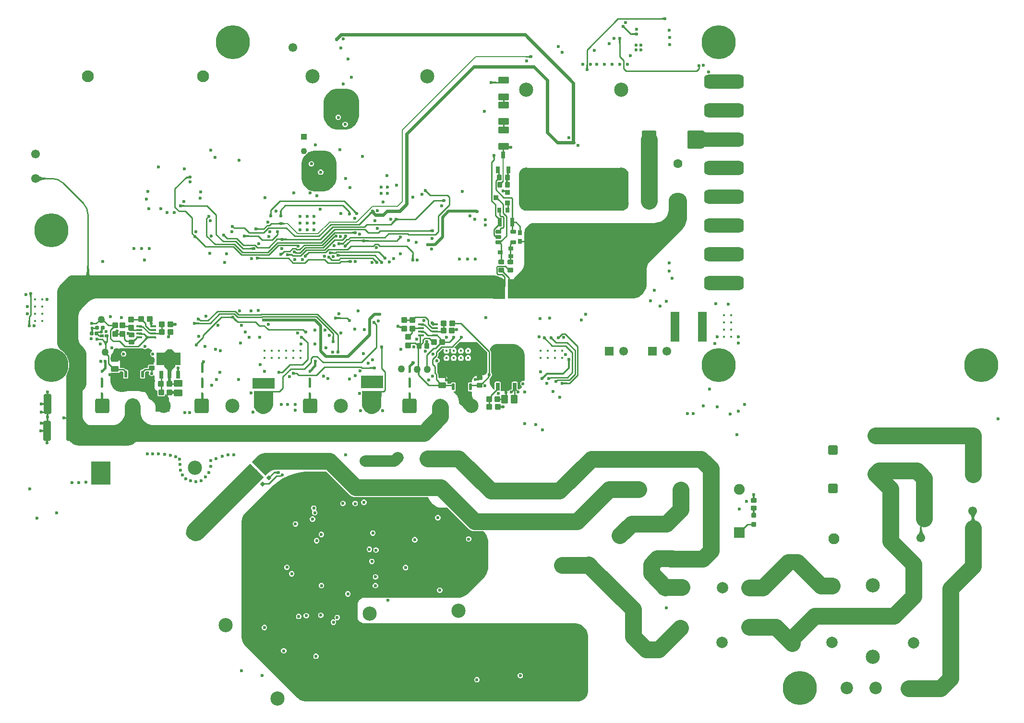
<source format=gtl>
G04*
G04 #@! TF.GenerationSoftware,Altium Limited,Altium Designer,21.7.2 (23)*
G04*
G04 Layer_Physical_Order=1*
G04 Layer_Color=255*
%FSAX25Y25*%
%MOIN*%
G70*
G04*
G04 #@! TF.SameCoordinates,25756C21-EA0E-48A6-96D4-99705350E32D*
G04*
G04*
G04 #@! TF.FilePolarity,Positive*
G04*
G01*
G75*
%ADD10C,0.01000*%
%ADD13C,0.00787*%
%ADD16C,0.01181*%
%ADD17C,0.01575*%
G04:AMPARAMS|DCode=19|XSize=25.59mil|YSize=27.56mil|CornerRadius=2.56mil|HoleSize=0mil|Usage=FLASHONLY|Rotation=225.000|XOffset=0mil|YOffset=0mil|HoleType=Round|Shape=RoundedRectangle|*
%AMROUNDEDRECTD19*
21,1,0.02559,0.02244,0,0,225.0*
21,1,0.02047,0.02756,0,0,225.0*
1,1,0.00512,-0.01517,0.00070*
1,1,0.00512,-0.00070,0.01517*
1,1,0.00512,0.01517,-0.00070*
1,1,0.00512,0.00070,-0.01517*
%
%ADD19ROUNDEDRECTD19*%
G04:AMPARAMS|DCode=20|XSize=35.43mil|YSize=27.56mil|CornerRadius=2.07mil|HoleSize=0mil|Usage=FLASHONLY|Rotation=90.000|XOffset=0mil|YOffset=0mil|HoleType=Round|Shape=RoundedRectangle|*
%AMROUNDEDRECTD20*
21,1,0.03543,0.02343,0,0,90.0*
21,1,0.03130,0.02756,0,0,90.0*
1,1,0.00413,0.01171,0.01565*
1,1,0.00413,0.01171,-0.01565*
1,1,0.00413,-0.01171,-0.01565*
1,1,0.00413,-0.01171,0.01565*
%
%ADD20ROUNDEDRECTD20*%
G04:AMPARAMS|DCode=21|XSize=39.37mil|YSize=31.5mil|CornerRadius=2.36mil|HoleSize=0mil|Usage=FLASHONLY|Rotation=270.000|XOffset=0mil|YOffset=0mil|HoleType=Round|Shape=RoundedRectangle|*
%AMROUNDEDRECTD21*
21,1,0.03937,0.02677,0,0,270.0*
21,1,0.03465,0.03150,0,0,270.0*
1,1,0.00472,-0.01339,-0.01732*
1,1,0.00472,-0.01339,0.01732*
1,1,0.00472,0.01339,0.01732*
1,1,0.00472,0.01339,-0.01732*
%
%ADD21ROUNDEDRECTD21*%
G04:AMPARAMS|DCode=22|XSize=37.4mil|YSize=31.5mil|CornerRadius=2.36mil|HoleSize=0mil|Usage=FLASHONLY|Rotation=90.000|XOffset=0mil|YOffset=0mil|HoleType=Round|Shape=RoundedRectangle|*
%AMROUNDEDRECTD22*
21,1,0.03740,0.02677,0,0,90.0*
21,1,0.03268,0.03150,0,0,90.0*
1,1,0.00472,0.01339,0.01634*
1,1,0.00472,0.01339,-0.01634*
1,1,0.00472,-0.01339,-0.01634*
1,1,0.00472,-0.01339,0.01634*
%
%ADD22ROUNDEDRECTD22*%
G04:AMPARAMS|DCode=23|XSize=37.4mil|YSize=31.5mil|CornerRadius=2.36mil|HoleSize=0mil|Usage=FLASHONLY|Rotation=0.000|XOffset=0mil|YOffset=0mil|HoleType=Round|Shape=RoundedRectangle|*
%AMROUNDEDRECTD23*
21,1,0.03740,0.02677,0,0,0.0*
21,1,0.03268,0.03150,0,0,0.0*
1,1,0.00472,0.01634,-0.01339*
1,1,0.00472,-0.01634,-0.01339*
1,1,0.00472,-0.01634,0.01339*
1,1,0.00472,0.01634,0.01339*
%
%ADD23ROUNDEDRECTD23*%
G04:AMPARAMS|DCode=24|XSize=57.09mil|YSize=29.53mil|CornerRadius=2.22mil|HoleSize=0mil|Usage=FLASHONLY|Rotation=90.000|XOffset=0mil|YOffset=0mil|HoleType=Round|Shape=RoundedRectangle|*
%AMROUNDEDRECTD24*
21,1,0.05709,0.02510,0,0,90.0*
21,1,0.05266,0.02953,0,0,90.0*
1,1,0.00443,0.01255,0.02633*
1,1,0.00443,0.01255,-0.02633*
1,1,0.00443,-0.01255,-0.02633*
1,1,0.00443,-0.01255,0.02633*
%
%ADD24ROUNDEDRECTD24*%
G04:AMPARAMS|DCode=25|XSize=137.8mil|YSize=55.12mil|CornerRadius=6.89mil|HoleSize=0mil|Usage=FLASHONLY|Rotation=90.000|XOffset=0mil|YOffset=0mil|HoleType=Round|Shape=RoundedRectangle|*
%AMROUNDEDRECTD25*
21,1,0.13780,0.04134,0,0,90.0*
21,1,0.12402,0.05512,0,0,90.0*
1,1,0.01378,0.02067,0.06201*
1,1,0.01378,0.02067,-0.06201*
1,1,0.01378,-0.02067,-0.06201*
1,1,0.01378,-0.02067,0.06201*
%
%ADD25ROUNDEDRECTD25*%
G04:AMPARAMS|DCode=26|XSize=37.4mil|YSize=33.47mil|CornerRadius=2.51mil|HoleSize=0mil|Usage=FLASHONLY|Rotation=0.000|XOffset=0mil|YOffset=0mil|HoleType=Round|Shape=RoundedRectangle|*
%AMROUNDEDRECTD26*
21,1,0.03740,0.02845,0,0,0.0*
21,1,0.03238,0.03347,0,0,0.0*
1,1,0.00502,0.01619,-0.01422*
1,1,0.00502,-0.01619,-0.01422*
1,1,0.00502,-0.01619,0.01422*
1,1,0.00502,0.01619,0.01422*
%
%ADD26ROUNDEDRECTD26*%
G04:AMPARAMS|DCode=27|XSize=43.31mil|YSize=15.75mil|CornerRadius=1.58mil|HoleSize=0mil|Usage=FLASHONLY|Rotation=180.000|XOffset=0mil|YOffset=0mil|HoleType=Round|Shape=RoundedRectangle|*
%AMROUNDEDRECTD27*
21,1,0.04331,0.01260,0,0,180.0*
21,1,0.04016,0.01575,0,0,180.0*
1,1,0.00315,-0.02008,0.00630*
1,1,0.00315,0.02008,0.00630*
1,1,0.00315,0.02008,-0.00630*
1,1,0.00315,-0.02008,-0.00630*
%
%ADD27ROUNDEDRECTD27*%
G04:AMPARAMS|DCode=28|XSize=37.4mil|YSize=37.4mil|CornerRadius=2.81mil|HoleSize=0mil|Usage=FLASHONLY|Rotation=90.000|XOffset=0mil|YOffset=0mil|HoleType=Round|Shape=RoundedRectangle|*
%AMROUNDEDRECTD28*
21,1,0.03740,0.03179,0,0,90.0*
21,1,0.03179,0.03740,0,0,90.0*
1,1,0.00561,0.01590,0.01590*
1,1,0.00561,0.01590,-0.01590*
1,1,0.00561,-0.01590,-0.01590*
1,1,0.00561,-0.01590,0.01590*
%
%ADD28ROUNDEDRECTD28*%
G04:AMPARAMS|DCode=29|XSize=37.4mil|YSize=37.4mil|CornerRadius=2.81mil|HoleSize=0mil|Usage=FLASHONLY|Rotation=180.000|XOffset=0mil|YOffset=0mil|HoleType=Round|Shape=RoundedRectangle|*
%AMROUNDEDRECTD29*
21,1,0.03740,0.03179,0,0,180.0*
21,1,0.03179,0.03740,0,0,180.0*
1,1,0.00561,-0.01590,0.01590*
1,1,0.00561,0.01590,0.01590*
1,1,0.00561,0.01590,-0.01590*
1,1,0.00561,-0.01590,-0.01590*
%
%ADD29ROUNDEDRECTD29*%
G04:AMPARAMS|DCode=30|XSize=57.09mil|YSize=49.21mil|CornerRadius=3.69mil|HoleSize=0mil|Usage=FLASHONLY|Rotation=0.000|XOffset=0mil|YOffset=0mil|HoleType=Round|Shape=RoundedRectangle|*
%AMROUNDEDRECTD30*
21,1,0.05709,0.04183,0,0,0.0*
21,1,0.04970,0.04921,0,0,0.0*
1,1,0.00738,0.02485,-0.02092*
1,1,0.00738,-0.02485,-0.02092*
1,1,0.00738,-0.02485,0.02092*
1,1,0.00738,0.02485,0.02092*
%
%ADD30ROUNDEDRECTD30*%
G04:AMPARAMS|DCode=31|XSize=57.09mil|YSize=49.21mil|CornerRadius=3.69mil|HoleSize=0mil|Usage=FLASHONLY|Rotation=90.000|XOffset=0mil|YOffset=0mil|HoleType=Round|Shape=RoundedRectangle|*
%AMROUNDEDRECTD31*
21,1,0.05709,0.04183,0,0,90.0*
21,1,0.04970,0.04921,0,0,90.0*
1,1,0.00738,0.02092,0.02485*
1,1,0.00738,0.02092,-0.02485*
1,1,0.00738,-0.02092,-0.02485*
1,1,0.00738,-0.02092,0.02485*
%
%ADD31ROUNDEDRECTD31*%
G04:AMPARAMS|DCode=32|XSize=37.4mil|YSize=33.47mil|CornerRadius=2.51mil|HoleSize=0mil|Usage=FLASHONLY|Rotation=270.000|XOffset=0mil|YOffset=0mil|HoleType=Round|Shape=RoundedRectangle|*
%AMROUNDEDRECTD32*
21,1,0.03740,0.02845,0,0,270.0*
21,1,0.03238,0.03347,0,0,270.0*
1,1,0.00502,-0.01422,-0.01619*
1,1,0.00502,-0.01422,0.01619*
1,1,0.00502,0.01422,0.01619*
1,1,0.00502,0.01422,-0.01619*
%
%ADD32ROUNDEDRECTD32*%
G04:AMPARAMS|DCode=33|XSize=25.59mil|YSize=25.59mil|CornerRadius=1.92mil|HoleSize=0mil|Usage=FLASHONLY|Rotation=270.000|XOffset=0mil|YOffset=0mil|HoleType=Round|Shape=RoundedRectangle|*
%AMROUNDEDRECTD33*
21,1,0.02559,0.02175,0,0,270.0*
21,1,0.02175,0.02559,0,0,270.0*
1,1,0.00384,-0.01088,-0.01088*
1,1,0.00384,-0.01088,0.01088*
1,1,0.00384,0.01088,0.01088*
1,1,0.00384,0.01088,-0.01088*
%
%ADD33ROUNDEDRECTD33*%
G04:AMPARAMS|DCode=34|XSize=21.65mil|YSize=23.62mil|CornerRadius=1.62mil|HoleSize=0mil|Usage=FLASHONLY|Rotation=270.000|XOffset=0mil|YOffset=0mil|HoleType=Round|Shape=RoundedRectangle|*
%AMROUNDEDRECTD34*
21,1,0.02165,0.02037,0,0,270.0*
21,1,0.01841,0.02362,0,0,270.0*
1,1,0.00325,-0.01019,-0.00920*
1,1,0.00325,-0.01019,0.00920*
1,1,0.00325,0.01019,0.00920*
1,1,0.00325,0.01019,-0.00920*
%
%ADD34ROUNDEDRECTD34*%
G04:AMPARAMS|DCode=35|XSize=24.41mil|YSize=25.98mil|CornerRadius=1.83mil|HoleSize=0mil|Usage=FLASHONLY|Rotation=90.000|XOffset=0mil|YOffset=0mil|HoleType=Round|Shape=RoundedRectangle|*
%AMROUNDEDRECTD35*
21,1,0.02441,0.02232,0,0,90.0*
21,1,0.02075,0.02598,0,0,90.0*
1,1,0.00366,0.01116,0.01037*
1,1,0.00366,0.01116,-0.01037*
1,1,0.00366,-0.01116,-0.01037*
1,1,0.00366,-0.01116,0.01037*
%
%ADD35ROUNDEDRECTD35*%
G04:AMPARAMS|DCode=36|XSize=208.66mil|YSize=62.99mil|CornerRadius=4.72mil|HoleSize=0mil|Usage=FLASHONLY|Rotation=270.000|XOffset=0mil|YOffset=0mil|HoleType=Round|Shape=RoundedRectangle|*
%AMROUNDEDRECTD36*
21,1,0.20866,0.05354,0,0,270.0*
21,1,0.19921,0.06299,0,0,270.0*
1,1,0.00945,-0.02677,-0.09961*
1,1,0.00945,-0.02677,0.09961*
1,1,0.00945,0.02677,0.09961*
1,1,0.00945,0.02677,-0.09961*
%
%ADD36ROUNDEDRECTD36*%
G04:AMPARAMS|DCode=37|XSize=37.4mil|YSize=37.4mil|CornerRadius=3.74mil|HoleSize=0mil|Usage=FLASHONLY|Rotation=90.000|XOffset=0mil|YOffset=0mil|HoleType=Round|Shape=RoundedRectangle|*
%AMROUNDEDRECTD37*
21,1,0.03740,0.02992,0,0,90.0*
21,1,0.02992,0.03740,0,0,90.0*
1,1,0.00748,0.01496,0.01496*
1,1,0.00748,0.01496,-0.01496*
1,1,0.00748,-0.01496,-0.01496*
1,1,0.00748,-0.01496,0.01496*
%
%ADD37ROUNDEDRECTD37*%
G04:AMPARAMS|DCode=38|XSize=98.43mil|YSize=275.59mil|CornerRadius=29.53mil|HoleSize=0mil|Usage=FLASHONLY|Rotation=90.000|XOffset=0mil|YOffset=0mil|HoleType=Round|Shape=RoundedRectangle|*
%AMROUNDEDRECTD38*
21,1,0.09843,0.21654,0,0,90.0*
21,1,0.03937,0.27559,0,0,90.0*
1,1,0.05906,0.10827,0.01968*
1,1,0.05906,0.10827,-0.01968*
1,1,0.05906,-0.10827,-0.01968*
1,1,0.05906,-0.10827,0.01968*
%
%ADD38ROUNDEDRECTD38*%
G04:AMPARAMS|DCode=39|XSize=27.56mil|YSize=55.12mil|CornerRadius=1.93mil|HoleSize=0mil|Usage=FLASHONLY|Rotation=180.000|XOffset=0mil|YOffset=0mil|HoleType=Round|Shape=RoundedRectangle|*
%AMROUNDEDRECTD39*
21,1,0.02756,0.05126,0,0,180.0*
21,1,0.02370,0.05512,0,0,180.0*
1,1,0.00386,-0.01185,0.02563*
1,1,0.00386,0.01185,0.02563*
1,1,0.00386,0.01185,-0.02563*
1,1,0.00386,-0.01185,-0.02563*
%
%ADD39ROUNDEDRECTD39*%
G04:AMPARAMS|DCode=40|XSize=27.56mil|YSize=59.06mil|CornerRadius=2.34mil|HoleSize=0mil|Usage=FLASHONLY|Rotation=180.000|XOffset=0mil|YOffset=0mil|HoleType=Round|Shape=RoundedRectangle|*
%AMROUNDEDRECTD40*
21,1,0.02756,0.05437,0,0,180.0*
21,1,0.02287,0.05906,0,0,180.0*
1,1,0.00469,-0.01144,0.02718*
1,1,0.00469,0.01144,0.02718*
1,1,0.00469,0.01144,-0.02718*
1,1,0.00469,-0.01144,-0.02718*
%
%ADD40ROUNDEDRECTD40*%
G04:AMPARAMS|DCode=41|XSize=31.5mil|YSize=31.5mil|CornerRadius=3.15mil|HoleSize=0mil|Usage=FLASHONLY|Rotation=0.000|XOffset=0mil|YOffset=0mil|HoleType=Round|Shape=RoundedRectangle|*
%AMROUNDEDRECTD41*
21,1,0.03150,0.02520,0,0,0.0*
21,1,0.02520,0.03150,0,0,0.0*
1,1,0.00630,0.01260,-0.01260*
1,1,0.00630,-0.01260,-0.01260*
1,1,0.00630,-0.01260,0.01260*
1,1,0.00630,0.01260,0.01260*
%
%ADD41ROUNDEDRECTD41*%
G04:AMPARAMS|DCode=42|XSize=70.87mil|YSize=45.28mil|CornerRadius=4.53mil|HoleSize=0mil|Usage=FLASHONLY|Rotation=180.000|XOffset=0mil|YOffset=0mil|HoleType=Round|Shape=RoundedRectangle|*
%AMROUNDEDRECTD42*
21,1,0.07087,0.03622,0,0,180.0*
21,1,0.06181,0.04528,0,0,180.0*
1,1,0.00906,-0.03091,0.01811*
1,1,0.00906,0.03091,0.01811*
1,1,0.00906,0.03091,-0.01811*
1,1,0.00906,-0.03091,-0.01811*
%
%ADD42ROUNDEDRECTD42*%
G04:AMPARAMS|DCode=43|XSize=25.59mil|YSize=47.24mil|CornerRadius=1.92mil|HoleSize=0mil|Usage=FLASHONLY|Rotation=180.000|XOffset=0mil|YOffset=0mil|HoleType=Round|Shape=RoundedRectangle|*
%AMROUNDEDRECTD43*
21,1,0.02559,0.04341,0,0,180.0*
21,1,0.02175,0.04724,0,0,180.0*
1,1,0.00384,-0.01088,0.02170*
1,1,0.00384,0.01088,0.02170*
1,1,0.00384,0.01088,-0.02170*
1,1,0.00384,-0.01088,-0.02170*
%
%ADD43ROUNDEDRECTD43*%
G04:AMPARAMS|DCode=44|XSize=39.37mil|YSize=31.5mil|CornerRadius=3.15mil|HoleSize=0mil|Usage=FLASHONLY|Rotation=180.000|XOffset=0mil|YOffset=0mil|HoleType=Round|Shape=RoundedRectangle|*
%AMROUNDEDRECTD44*
21,1,0.03937,0.02520,0,0,180.0*
21,1,0.03307,0.03150,0,0,180.0*
1,1,0.00630,-0.01654,0.01260*
1,1,0.00630,0.01654,0.01260*
1,1,0.00630,0.01654,-0.01260*
1,1,0.00630,-0.01654,-0.01260*
%
%ADD44ROUNDEDRECTD44*%
G04:AMPARAMS|DCode=45|XSize=133.86mil|YSize=41.34mil|CornerRadius=4.13mil|HoleSize=0mil|Usage=FLASHONLY|Rotation=90.000|XOffset=0mil|YOffset=0mil|HoleType=Round|Shape=RoundedRectangle|*
%AMROUNDEDRECTD45*
21,1,0.13386,0.03307,0,0,90.0*
21,1,0.12559,0.04134,0,0,90.0*
1,1,0.00827,0.01654,0.06280*
1,1,0.00827,0.01654,-0.06280*
1,1,0.00827,-0.01654,-0.06280*
1,1,0.00827,-0.01654,0.06280*
%
%ADD45ROUNDEDRECTD45*%
G04:AMPARAMS|DCode=46|XSize=27.56mil|YSize=33.47mil|CornerRadius=2.76mil|HoleSize=0mil|Usage=FLASHONLY|Rotation=0.000|XOffset=0mil|YOffset=0mil|HoleType=Round|Shape=RoundedRectangle|*
%AMROUNDEDRECTD46*
21,1,0.02756,0.02795,0,0,0.0*
21,1,0.02205,0.03347,0,0,0.0*
1,1,0.00551,0.01102,-0.01398*
1,1,0.00551,-0.01102,-0.01398*
1,1,0.00551,-0.01102,0.01398*
1,1,0.00551,0.01102,0.01398*
%
%ADD46ROUNDEDRECTD46*%
G04:AMPARAMS|DCode=47|XSize=23.62mil|YSize=39.37mil|CornerRadius=2.95mil|HoleSize=0mil|Usage=FLASHONLY|Rotation=270.000|XOffset=0mil|YOffset=0mil|HoleType=Round|Shape=RoundedRectangle|*
%AMROUNDEDRECTD47*
21,1,0.02362,0.03347,0,0,270.0*
21,1,0.01772,0.03937,0,0,270.0*
1,1,0.00591,-0.01673,-0.00886*
1,1,0.00591,-0.01673,0.00886*
1,1,0.00591,0.01673,0.00886*
1,1,0.00591,0.01673,-0.00886*
%
%ADD47ROUNDEDRECTD47*%
G04:AMPARAMS|DCode=48|XSize=27.56mil|YSize=35.43mil|CornerRadius=2.76mil|HoleSize=0mil|Usage=FLASHONLY|Rotation=270.000|XOffset=0mil|YOffset=0mil|HoleType=Round|Shape=RoundedRectangle|*
%AMROUNDEDRECTD48*
21,1,0.02756,0.02992,0,0,270.0*
21,1,0.02205,0.03543,0,0,270.0*
1,1,0.00551,-0.01496,-0.01102*
1,1,0.00551,-0.01496,0.01102*
1,1,0.00551,0.01496,0.01102*
1,1,0.00551,0.01496,-0.01102*
%
%ADD48ROUNDEDRECTD48*%
G04:AMPARAMS|DCode=49|XSize=31.5mil|YSize=35.43mil|CornerRadius=3.15mil|HoleSize=0mil|Usage=FLASHONLY|Rotation=270.000|XOffset=0mil|YOffset=0mil|HoleType=Round|Shape=RoundedRectangle|*
%AMROUNDEDRECTD49*
21,1,0.03150,0.02913,0,0,270.0*
21,1,0.02520,0.03543,0,0,270.0*
1,1,0.00630,-0.01457,-0.01260*
1,1,0.00630,-0.01457,0.01260*
1,1,0.00630,0.01457,0.01260*
1,1,0.00630,0.01457,-0.01260*
%
%ADD49ROUNDEDRECTD49*%
G04:AMPARAMS|DCode=50|XSize=55.12mil|YSize=39.37mil|CornerRadius=4.92mil|HoleSize=0mil|Usage=FLASHONLY|Rotation=180.000|XOffset=0mil|YOffset=0mil|HoleType=Round|Shape=RoundedRectangle|*
%AMROUNDEDRECTD50*
21,1,0.05512,0.02953,0,0,180.0*
21,1,0.04528,0.03937,0,0,180.0*
1,1,0.00984,-0.02264,0.01476*
1,1,0.00984,0.02264,0.01476*
1,1,0.00984,0.02264,-0.01476*
1,1,0.00984,-0.02264,-0.01476*
%
%ADD50ROUNDEDRECTD50*%
G04:AMPARAMS|DCode=51|XSize=70.87mil|YSize=118.11mil|CornerRadius=0mil|HoleSize=0mil|Usage=FLASHONLY|Rotation=180.000|XOffset=0mil|YOffset=0mil|HoleType=Round|Shape=Octagon|*
%AMOCTAGOND51*
4,1,8,0.01772,-0.05906,-0.01772,-0.05906,-0.03543,-0.04134,-0.03543,0.04134,-0.01772,0.05906,0.01772,0.05906,0.03543,0.04134,0.03543,-0.04134,0.01772,-0.05906,0.0*
%
%ADD51OCTAGOND51*%

G04:AMPARAMS|DCode=52|XSize=19.68mil|YSize=47.24mil|CornerRadius=1.97mil|HoleSize=0mil|Usage=FLASHONLY|Rotation=180.000|XOffset=0mil|YOffset=0mil|HoleType=Round|Shape=RoundedRectangle|*
%AMROUNDEDRECTD52*
21,1,0.01968,0.04331,0,0,180.0*
21,1,0.01575,0.04724,0,0,180.0*
1,1,0.00394,-0.00787,0.02165*
1,1,0.00394,0.00787,0.02165*
1,1,0.00394,0.00787,-0.02165*
1,1,0.00394,-0.00787,-0.02165*
%
%ADD52ROUNDEDRECTD52*%
G04:AMPARAMS|DCode=53|XSize=19.68mil|YSize=62.99mil|CornerRadius=1.97mil|HoleSize=0mil|Usage=FLASHONLY|Rotation=180.000|XOffset=0mil|YOffset=0mil|HoleType=Round|Shape=RoundedRectangle|*
%AMROUNDEDRECTD53*
21,1,0.01968,0.05906,0,0,180.0*
21,1,0.01575,0.06299,0,0,180.0*
1,1,0.00394,-0.00787,0.02953*
1,1,0.00394,0.00787,0.02953*
1,1,0.00394,0.00787,-0.02953*
1,1,0.00394,-0.00787,-0.02953*
%
%ADD53ROUNDEDRECTD53*%
G04:AMPARAMS|DCode=54|XSize=133.86mil|YSize=41.34mil|CornerRadius=4.13mil|HoleSize=0mil|Usage=FLASHONLY|Rotation=315.000|XOffset=0mil|YOffset=0mil|HoleType=Round|Shape=RoundedRectangle|*
%AMROUNDEDRECTD54*
21,1,0.13386,0.03307,0,0,315.0*
21,1,0.12559,0.04134,0,0,315.0*
1,1,0.00827,0.03271,-0.05610*
1,1,0.00827,-0.05610,0.03271*
1,1,0.00827,-0.03271,0.05610*
1,1,0.00827,0.05610,-0.03271*
%
%ADD54ROUNDEDRECTD54*%
G04:AMPARAMS|DCode=55|XSize=125.98mil|YSize=103.15mil|CornerRadius=10.32mil|HoleSize=0mil|Usage=FLASHONLY|Rotation=270.000|XOffset=0mil|YOffset=0mil|HoleType=Round|Shape=RoundedRectangle|*
%AMROUNDEDRECTD55*
21,1,0.12598,0.08252,0,0,270.0*
21,1,0.10535,0.10315,0,0,270.0*
1,1,0.02063,-0.04126,-0.05268*
1,1,0.02063,-0.04126,0.05268*
1,1,0.02063,0.04126,0.05268*
1,1,0.02063,0.04126,-0.05268*
%
%ADD55ROUNDEDRECTD55*%
G04:AMPARAMS|DCode=56|XSize=133.86mil|YSize=41.34mil|CornerRadius=4.13mil|HoleSize=0mil|Usage=FLASHONLY|Rotation=0.000|XOffset=0mil|YOffset=0mil|HoleType=Round|Shape=RoundedRectangle|*
%AMROUNDEDRECTD56*
21,1,0.13386,0.03307,0,0,0.0*
21,1,0.12559,0.04134,0,0,0.0*
1,1,0.00827,0.06280,-0.01654*
1,1,0.00827,-0.06280,-0.01654*
1,1,0.00827,-0.06280,0.01654*
1,1,0.00827,0.06280,0.01654*
%
%ADD56ROUNDEDRECTD56*%
G04:AMPARAMS|DCode=57|XSize=125.98mil|YSize=102.36mil|CornerRadius=10.24mil|HoleSize=0mil|Usage=FLASHONLY|Rotation=180.000|XOffset=0mil|YOffset=0mil|HoleType=Round|Shape=RoundedRectangle|*
%AMROUNDEDRECTD57*
21,1,0.12598,0.08189,0,0,180.0*
21,1,0.10551,0.10236,0,0,180.0*
1,1,0.02047,-0.05276,0.04095*
1,1,0.02047,0.05276,0.04095*
1,1,0.02047,0.05276,-0.04095*
1,1,0.02047,-0.05276,-0.04095*
%
%ADD57ROUNDEDRECTD57*%
G04:AMPARAMS|DCode=58|XSize=18.9mil|YSize=15.75mil|CornerRadius=1.58mil|HoleSize=0mil|Usage=FLASHONLY|Rotation=270.000|XOffset=0mil|YOffset=0mil|HoleType=Round|Shape=RoundedRectangle|*
%AMROUNDEDRECTD58*
21,1,0.01890,0.01260,0,0,270.0*
21,1,0.01575,0.01575,0,0,270.0*
1,1,0.00315,-0.00630,-0.00787*
1,1,0.00315,-0.00630,0.00787*
1,1,0.00315,0.00630,0.00787*
1,1,0.00315,0.00630,-0.00787*
%
%ADD58ROUNDEDRECTD58*%
%ADD110R,0.04331X0.04331*%
%ADD111C,0.04331*%
%ADD119C,0.11811*%
%ADD120C,0.05000*%
%ADD121C,0.00800*%
%ADD122C,0.07874*%
%ADD123C,0.02000*%
%ADD124C,0.02362*%
%ADD125R,0.16831X0.08858*%
%ADD126R,0.13780X0.15847*%
%ADD127R,0.15748X0.09055*%
%ADD128R,0.15748X0.07185*%
%ADD129C,0.07874*%
%ADD130C,0.09843*%
%ADD131C,0.08268*%
%ADD132C,0.07677*%
%ADD133C,0.08661*%
%ADD134C,0.06102*%
%ADD135C,0.23622*%
%ADD136C,0.01457*%
%ADD137R,0.06102X0.06102*%
G04:AMPARAMS|DCode=138|XSize=74.8mil|YSize=74.8mil|CornerRadius=7.48mil|HoleSize=0mil|Usage=FLASHONLY|Rotation=0.000|XOffset=0mil|YOffset=0mil|HoleType=Round|Shape=RoundedRectangle|*
%AMROUNDEDRECTD138*
21,1,0.07480,0.05984,0,0,0.0*
21,1,0.05984,0.07480,0,0,0.0*
1,1,0.01496,0.02992,-0.02992*
1,1,0.01496,-0.02992,-0.02992*
1,1,0.01496,-0.02992,0.02992*
1,1,0.01496,0.02992,0.02992*
%
%ADD138ROUNDEDRECTD138*%
%ADD139C,0.07480*%
G04:AMPARAMS|DCode=140|XSize=98.43mil|YSize=98.43mil|CornerRadius=9.84mil|HoleSize=0mil|Usage=FLASHONLY|Rotation=270.000|XOffset=0mil|YOffset=0mil|HoleType=Round|Shape=RoundedRectangle|*
%AMROUNDEDRECTD140*
21,1,0.09843,0.07874,0,0,270.0*
21,1,0.07874,0.09843,0,0,270.0*
1,1,0.01968,-0.03937,-0.03937*
1,1,0.01968,-0.03937,0.03937*
1,1,0.01968,0.03937,0.03937*
1,1,0.01968,0.03937,-0.03937*
%
%ADD140ROUNDEDRECTD140*%
G04:AMPARAMS|DCode=141|XSize=64.96mil|YSize=64.96mil|CornerRadius=6.5mil|HoleSize=0mil|Usage=FLASHONLY|Rotation=0.000|XOffset=0mil|YOffset=0mil|HoleType=Round|Shape=RoundedRectangle|*
%AMROUNDEDRECTD141*
21,1,0.06496,0.05197,0,0,0.0*
21,1,0.05197,0.06496,0,0,0.0*
1,1,0.01299,0.02598,-0.02598*
1,1,0.01299,-0.02598,-0.02598*
1,1,0.01299,-0.02598,0.02598*
1,1,0.01299,0.02598,0.02598*
%
%ADD141ROUNDEDRECTD141*%
%ADD142C,0.06496*%
%ADD143C,0.06299*%
G04:AMPARAMS|DCode=144|XSize=62.99mil|YSize=62.99mil|CornerRadius=6.3mil|HoleSize=0mil|Usage=FLASHONLY|Rotation=270.000|XOffset=0mil|YOffset=0mil|HoleType=Round|Shape=RoundedRectangle|*
%AMROUNDEDRECTD144*
21,1,0.06299,0.05039,0,0,270.0*
21,1,0.05039,0.06299,0,0,270.0*
1,1,0.01260,-0.02520,-0.02520*
1,1,0.01260,-0.02520,0.02520*
1,1,0.01260,0.02520,0.02520*
1,1,0.01260,0.02520,-0.02520*
%
%ADD144ROUNDEDRECTD144*%
%ADD145C,0.09449*%
%ADD146C,0.02362*%
G36*
X0529176Y0545335D02*
X0529093Y0545397D01*
X0528970Y0545452D01*
X0528809Y0545501D01*
X0528608Y0545544D01*
X0528369Y0545580D01*
X0527773Y0545632D01*
X0527022Y0545658D01*
X0526587Y0545661D01*
Y0546661D01*
X0527022Y0546665D01*
X0528608Y0546779D01*
X0528809Y0546821D01*
X0528970Y0546871D01*
X0529093Y0546926D01*
X0529176Y0546988D01*
Y0545335D01*
D02*
G37*
G36*
X0502180Y0540830D02*
X0502228Y0540704D01*
X0502307Y0540555D01*
X0502419Y0540384D01*
X0502563Y0540189D01*
X0502947Y0539731D01*
X0503460Y0539181D01*
X0503765Y0538871D01*
X0503058Y0538164D01*
X0502748Y0538469D01*
X0501545Y0539510D01*
X0501374Y0539622D01*
X0501225Y0539701D01*
X0501099Y0539749D01*
X0500996Y0539764D01*
X0502165Y0540933D01*
X0502180Y0540830D01*
D02*
G37*
G36*
X0509480Y0534902D02*
X0509397Y0534964D01*
X0509274Y0535019D01*
X0509113Y0535068D01*
X0508912Y0535111D01*
X0508673Y0535147D01*
X0508077Y0535199D01*
X0507326Y0535225D01*
X0506891Y0535228D01*
Y0536228D01*
X0507326Y0536232D01*
X0508912Y0536346D01*
X0509113Y0536388D01*
X0509274Y0536438D01*
X0509397Y0536493D01*
X0509480Y0536555D01*
Y0534902D01*
D02*
G37*
G36*
X0499387Y0531553D02*
X0499331Y0531431D01*
X0499282Y0531269D01*
X0499240Y0531069D01*
X0499204Y0530829D01*
X0499152Y0530234D01*
X0499125Y0529482D01*
X0499122Y0529048D01*
X0498122D01*
X0498119Y0529482D01*
X0498004Y0531069D01*
X0497962Y0531269D01*
X0497913Y0531431D01*
X0497857Y0531553D01*
X0497795Y0531637D01*
X0499449D01*
X0499387Y0531553D01*
D02*
G37*
G36*
X0435968Y0518957D02*
X0435866Y0519038D01*
X0435729Y0519110D01*
X0435555Y0519174D01*
X0435346Y0519230D01*
X0435101Y0519277D01*
X0434820Y0519315D01*
X0434151Y0519366D01*
X0433337Y0519383D01*
Y0520184D01*
X0433762Y0520188D01*
X0435101Y0520290D01*
X0435346Y0520337D01*
X0435555Y0520393D01*
X0435729Y0520457D01*
X0435866Y0520529D01*
X0435968Y0520610D01*
Y0518957D01*
D02*
G37*
G36*
X0476389Y0513825D02*
X0476504Y0512238D01*
X0476546Y0512038D01*
X0476595Y0511876D01*
X0476650Y0511754D01*
X0476713Y0511670D01*
X0475059D01*
X0475121Y0511754D01*
X0475177Y0511876D01*
X0475226Y0512038D01*
X0475268Y0512238D01*
X0475304Y0512478D01*
X0475356Y0513073D01*
X0475383Y0513825D01*
X0475386Y0514259D01*
X0476386D01*
X0476389Y0513825D01*
D02*
G37*
G36*
X0410376Y0502733D02*
X0410498Y0502678D01*
X0410660Y0502629D01*
X0410860Y0502586D01*
X0411100Y0502550D01*
X0411695Y0502498D01*
X0412447Y0502472D01*
X0412881Y0502468D01*
Y0501469D01*
X0412447Y0501465D01*
X0410860Y0501351D01*
X0410660Y0501308D01*
X0410498Y0501259D01*
X0410376Y0501204D01*
X0410292Y0501142D01*
Y0502795D01*
X0410376Y0502733D01*
D02*
G37*
G36*
X0311036Y0497227D02*
X0312702Y0496537D01*
X0314201Y0495535D01*
X0315476Y0494260D01*
X0316478Y0492761D01*
X0317168Y0491095D01*
X0317520Y0489327D01*
Y0488425D01*
Y0479232D01*
Y0478247D01*
X0317135Y0476315D01*
X0316382Y0474496D01*
X0315287Y0472858D01*
X0313894Y0471465D01*
X0312257Y0470370D01*
X0310437Y0469617D01*
X0308505Y0469232D01*
X0302027D01*
X0300095Y0469617D01*
X0298275Y0470370D01*
X0296637Y0471465D01*
X0295244Y0472858D01*
X0294150Y0474496D01*
X0293396Y0476315D01*
X0293012Y0478247D01*
Y0479232D01*
Y0479468D01*
Y0487579D01*
Y0488564D01*
X0293396Y0490496D01*
X0294150Y0492315D01*
X0295244Y0493953D01*
X0296637Y0495346D01*
X0298275Y0496441D01*
X0300095Y0497194D01*
X0302027Y0497579D01*
X0309268D01*
X0311036Y0497227D01*
D02*
G37*
G36*
X0422188Y0456161D02*
X0422105Y0456223D01*
X0421982Y0456279D01*
X0421820Y0456328D01*
X0421620Y0456371D01*
X0421381Y0456406D01*
X0420785Y0456459D01*
X0420034Y0456485D01*
X0419599Y0456488D01*
Y0457488D01*
X0420034Y0457491D01*
X0421620Y0457606D01*
X0421820Y0457648D01*
X0421982Y0457697D01*
X0422105Y0457753D01*
X0422188Y0457815D01*
Y0456161D01*
D02*
G37*
G36*
X0556405Y0468512D02*
X0556833Y0468335D01*
X0557008Y0468218D01*
X0557382Y0467913D01*
X0557553Y0467758D01*
X0557936Y0467502D01*
X0558362Y0467326D01*
X0558815Y0467236D01*
X0559045Y0467224D01*
X0581139D01*
X0581489Y0466867D01*
X0581299Y0457382D01*
X0558414D01*
X0558216Y0457372D01*
X0557829Y0457295D01*
X0557463Y0457144D01*
X0557135Y0456924D01*
X0556988Y0456791D01*
X0556801Y0456604D01*
X0556361Y0456310D01*
X0555871Y0456107D01*
X0555352Y0456004D01*
X0554429D01*
Y0468602D01*
X0555950D01*
X0556405Y0468512D01*
D02*
G37*
G36*
X0411972Y0450274D02*
X0411940Y0450189D01*
X0411911Y0450066D01*
X0411887Y0449905D01*
X0411849Y0449467D01*
X0411821Y0448522D01*
X0411819Y0448130D01*
X0410819D01*
X0410817Y0448522D01*
X0410726Y0450066D01*
X0410698Y0450189D01*
X0410666Y0450274D01*
X0410630Y0450320D01*
X0412008D01*
X0411972Y0450274D01*
D02*
G37*
G36*
X0421317Y0438986D02*
D01*
X0421317Y0437974D01*
X0420317D01*
Y0437987D01*
D01*
X0420317Y0438999D01*
X0421317D01*
Y0438986D01*
D02*
G37*
G36*
X0199507Y0435538D02*
X0199478Y0435550D01*
X0199411Y0435560D01*
X0199306Y0435569D01*
X0198509Y0435593D01*
X0197516Y0435598D01*
Y0436598D01*
X0197844Y0436600D01*
X0199198Y0436676D01*
X0199257Y0436697D01*
X0199283Y0436720D01*
X0199507Y0435538D01*
D02*
G37*
G36*
X0413890Y0434061D02*
X0413883Y0434052D01*
X0413863Y0434029D01*
X0413182Y0433342D01*
X0412672Y0434245D01*
X0413391Y0434953D01*
X0413890Y0434061D01*
D02*
G37*
G36*
X0095450Y0436963D02*
X0095883Y0436685D01*
X0096390Y0436439D01*
X0096971Y0436227D01*
X0097627Y0436047D01*
X0098358Y0435899D01*
X0099163Y0435785D01*
X0100997Y0435654D01*
X0102026Y0435638D01*
Y0434638D01*
X0100997Y0434621D01*
X0099163Y0434491D01*
X0098358Y0434376D01*
X0097627Y0434229D01*
X0096971Y0434049D01*
X0096390Y0433836D01*
X0095883Y0433591D01*
X0095450Y0433313D01*
X0095092Y0433002D01*
Y0437274D01*
X0095450Y0436963D01*
D02*
G37*
G36*
X0420776Y0433049D02*
D01*
Y0432672D01*
X0419776D01*
X0419776Y0433684D01*
D01*
Y0434061D01*
X0420776D01*
X0420776Y0433049D01*
D02*
G37*
G36*
X0295548Y0454230D02*
X0297214Y0453540D01*
X0298713Y0452538D01*
X0299988Y0451263D01*
X0300990Y0449764D01*
X0301680Y0448098D01*
X0302032Y0446329D01*
Y0445428D01*
Y0436235D01*
Y0435250D01*
X0301648Y0433318D01*
X0300894Y0431498D01*
X0299799Y0429860D01*
X0298407Y0428467D01*
X0296769Y0427373D01*
X0294949Y0426619D01*
X0293017Y0426235D01*
X0286539D01*
X0284607Y0426619D01*
X0282787Y0427373D01*
X0281149Y0428467D01*
X0279756Y0429860D01*
X0278662Y0431498D01*
X0277908Y0433318D01*
X0277524Y0435250D01*
Y0436235D01*
Y0436471D01*
Y0444581D01*
Y0445566D01*
X0277908Y0447498D01*
X0278662Y0449318D01*
X0279756Y0450956D01*
X0280593Y0451792D01*
X0281189Y0452136D01*
X0281722Y0452670D01*
X0281780Y0452770D01*
X0282787Y0453443D01*
X0284607Y0454197D01*
X0286539Y0454581D01*
X0293780D01*
X0295548Y0454230D01*
D02*
G37*
G36*
X0364681Y0426952D02*
X0364728Y0426826D01*
X0364807Y0426677D01*
X0364919Y0426506D01*
X0365063Y0426311D01*
X0365447Y0425853D01*
X0365960Y0425303D01*
X0366265Y0424994D01*
X0365558Y0424286D01*
X0365248Y0424591D01*
X0364046Y0425632D01*
X0363874Y0425744D01*
X0363725Y0425823D01*
X0363599Y0425871D01*
X0363496Y0425886D01*
X0364665Y0427055D01*
X0364681Y0426952D01*
D02*
G37*
G36*
X0414517Y0421219D02*
X0414539Y0421199D01*
X0415229Y0420518D01*
X0414758Y0419575D01*
X0414051Y0420294D01*
X0414509Y0421225D01*
X0414517Y0421219D01*
D02*
G37*
G36*
X0375720Y0418957D02*
X0375637Y0419019D01*
X0375514Y0419074D01*
X0375353Y0419123D01*
X0375152Y0419166D01*
X0374913Y0419202D01*
X0374317Y0419254D01*
X0373566Y0419280D01*
X0373131Y0419283D01*
Y0420283D01*
X0373566Y0420287D01*
X0375152Y0420401D01*
X0375353Y0420444D01*
X0375514Y0420493D01*
X0375637Y0420548D01*
X0375720Y0420610D01*
Y0418957D01*
D02*
G37*
G36*
X0194529Y0417005D02*
X0194652Y0416949D01*
X0194813Y0416900D01*
X0195014Y0416858D01*
X0195253Y0416822D01*
X0195849Y0416770D01*
X0196600Y0416743D01*
X0197035Y0416740D01*
Y0415740D01*
X0196600Y0415737D01*
X0195014Y0415623D01*
X0194813Y0415580D01*
X0194652Y0415531D01*
X0194529Y0415476D01*
X0194446Y0415413D01*
Y0417067D01*
X0194529Y0417005D01*
D02*
G37*
G36*
X0501448Y0442539D02*
X0502290Y0442190D01*
X0503047Y0441684D01*
X0503692Y0441039D01*
X0504198Y0440282D01*
X0504547Y0439440D01*
X0504724Y0438546D01*
Y0438091D01*
Y0417717D01*
Y0417241D01*
X0504539Y0416310D01*
X0504176Y0415432D01*
X0503648Y0414642D01*
X0502976Y0413970D01*
X0502186Y0413443D01*
X0501308Y0413079D01*
X0500377Y0412894D01*
X0433354D01*
X0432365Y0413090D01*
X0431434Y0413476D01*
X0430596Y0414036D01*
X0429883Y0414749D01*
X0429323Y0415588D01*
X0428937Y0416519D01*
X0428740Y0417508D01*
Y0418012D01*
Y0437992D01*
Y0438457D01*
X0428922Y0439370D01*
X0429278Y0440230D01*
X0429795Y0441004D01*
X0430453Y0441662D01*
X0431227Y0442179D01*
X0432087Y0442535D01*
X0432999Y0442717D01*
X0500554D01*
X0501448Y0442539D01*
D02*
G37*
G36*
X0314279Y0413303D02*
X0315482Y0412261D01*
X0315654Y0412150D01*
X0315803Y0412070D01*
X0315929Y0412023D01*
X0316032Y0412008D01*
X0314862Y0410839D01*
X0314847Y0410942D01*
X0314800Y0411067D01*
X0314720Y0411216D01*
X0314609Y0411388D01*
X0314465Y0411583D01*
X0314081Y0412041D01*
X0313567Y0412591D01*
X0313263Y0412900D01*
X0313970Y0413607D01*
X0314279Y0413303D01*
D02*
G37*
G36*
X0263712Y0412388D02*
X0263826Y0410801D01*
X0263869Y0410601D01*
X0263918Y0410439D01*
X0263973Y0410317D01*
X0264035Y0410233D01*
X0262382D01*
X0262444Y0410317D01*
X0262499Y0410439D01*
X0262548Y0410601D01*
X0262591Y0410801D01*
X0262627Y0411041D01*
X0262679Y0411636D01*
X0262705Y0412388D01*
X0262709Y0412822D01*
X0263709D01*
X0263712Y0412388D01*
D02*
G37*
G36*
X0256861Y0412171D02*
X0256976Y0410585D01*
X0257018Y0410384D01*
X0257067Y0410223D01*
X0257123Y0410100D01*
X0257185Y0410017D01*
X0255532D01*
X0255594Y0410100D01*
X0255649Y0410223D01*
X0255698Y0410384D01*
X0255741Y0410585D01*
X0255777Y0410824D01*
X0255829Y0411420D01*
X0255855Y0412171D01*
X0255858Y0412605D01*
X0256858D01*
X0256861Y0412171D01*
D02*
G37*
G36*
X0327068Y0411516D02*
X0326961Y0411500D01*
X0326833Y0411452D01*
X0326681Y0411372D01*
X0326508Y0411260D01*
X0326312Y0411116D01*
X0325852Y0410732D01*
X0325302Y0410220D01*
X0324993Y0409916D01*
X0324286Y0410623D01*
X0324590Y0410932D01*
X0325630Y0412138D01*
X0325742Y0412311D01*
X0325822Y0412463D01*
X0325870Y0412591D01*
X0325886Y0412698D01*
X0327068Y0411516D01*
D02*
G37*
G36*
X0414678Y0407781D02*
X0413971Y0407074D01*
X0413264Y0407781D01*
X0413971Y0408488D01*
X0414678Y0407781D01*
D02*
G37*
G36*
X0344147Y0407635D02*
X0344270Y0407580D01*
X0344431Y0407531D01*
X0344632Y0407488D01*
X0344871Y0407453D01*
X0345467Y0407400D01*
X0346218Y0407374D01*
X0346652Y0407371D01*
Y0406371D01*
X0346218Y0406368D01*
X0344632Y0406253D01*
X0344431Y0406211D01*
X0344270Y0406162D01*
X0344147Y0406106D01*
X0344064Y0406044D01*
Y0407698D01*
X0344147Y0407635D01*
D02*
G37*
G36*
X0343208Y0405690D02*
X0343105Y0405675D01*
X0342979Y0405627D01*
X0342831Y0405548D01*
X0342659Y0405436D01*
X0342464Y0405292D01*
X0342006Y0404908D01*
X0341456Y0404395D01*
X0341147Y0404090D01*
X0340440Y0404797D01*
X0340744Y0405107D01*
X0341785Y0406310D01*
X0341897Y0406481D01*
X0341976Y0406630D01*
X0342024Y0406756D01*
X0342039Y0406859D01*
X0343208Y0405690D01*
D02*
G37*
G36*
X0264648Y0404627D02*
X0264785Y0404555D01*
X0264958Y0404491D01*
X0265167Y0404435D01*
X0265412Y0404388D01*
X0265693Y0404350D01*
X0266363Y0404298D01*
X0267176Y0404281D01*
Y0403481D01*
X0266752Y0403477D01*
X0265412Y0403375D01*
X0265167Y0403328D01*
X0264958Y0403272D01*
X0264785Y0403208D01*
X0264648Y0403136D01*
X0264546Y0403055D01*
Y0404708D01*
X0264648Y0404627D01*
D02*
G37*
G36*
X0262859Y0403055D02*
X0262775Y0403117D01*
X0262653Y0403172D01*
X0262491Y0403221D01*
X0262291Y0403264D01*
X0262052Y0403300D01*
X0261456Y0403352D01*
X0260704Y0403378D01*
X0260270Y0403381D01*
Y0404381D01*
X0260704Y0404385D01*
X0262291Y0404499D01*
X0262491Y0404541D01*
X0262653Y0404591D01*
X0262775Y0404646D01*
X0262859Y0404708D01*
Y0403055D01*
D02*
G37*
G36*
X0541412Y0424993D02*
X0542380Y0424592D01*
X0543250Y0424010D01*
X0543991Y0423270D01*
X0544572Y0422400D01*
X0544973Y0421432D01*
X0545177Y0420405D01*
Y0419882D01*
Y0407489D01*
Y0406504D01*
X0544793Y0404572D01*
X0544039Y0402752D01*
X0542945Y0401114D01*
X0542248Y0400418D01*
X0542248D01*
X0542248Y0400418D01*
X0520153Y0378323D01*
X0519494Y0377595D01*
X0518405Y0375965D01*
X0517655Y0374154D01*
X0517273Y0372232D01*
X0517224Y0371252D01*
Y0361870D01*
Y0360885D01*
X0516840Y0358953D01*
X0516086Y0357133D01*
X0514992Y0355495D01*
X0513599Y0354103D01*
X0511961Y0353008D01*
X0510141Y0352254D01*
X0508209Y0351870D01*
X0424272D01*
X0424199Y0351900D01*
X0424144Y0351955D01*
X0424114Y0352028D01*
Y0363662D01*
X0424260Y0364396D01*
X0424547Y0365088D01*
X0424963Y0365711D01*
X0425228Y0365976D01*
Y0365976D01*
X0429724Y0370472D01*
X0430278Y0371083D01*
X0431193Y0372453D01*
X0431823Y0373974D01*
X0432145Y0375589D01*
X0432185Y0376413D01*
Y0396850D01*
Y0397597D01*
X0432476Y0399061D01*
X0433048Y0400440D01*
X0433877Y0401682D01*
X0434933Y0402737D01*
X0436174Y0403567D01*
X0437553Y0404138D01*
X0439017Y0404429D01*
X0522776D01*
X0523756Y0404477D01*
X0525678Y0404860D01*
X0527490Y0405610D01*
X0529119Y0406699D01*
X0530506Y0408085D01*
X0531595Y0409715D01*
X0532345Y0411526D01*
X0532727Y0413449D01*
X0532776Y0414429D01*
Y0420317D01*
X0532984Y0421362D01*
X0533392Y0422348D01*
X0533984Y0423234D01*
X0534738Y0423988D01*
X0535625Y0424581D01*
X0536610Y0424989D01*
X0537656Y0425197D01*
X0540386D01*
X0541412Y0424993D01*
D02*
G37*
G36*
X0246793Y0400961D02*
X0246916Y0400906D01*
X0247077Y0400857D01*
X0247278Y0400814D01*
X0247517Y0400778D01*
X0248113Y0400726D01*
X0248864Y0400700D01*
X0249298Y0400697D01*
Y0399697D01*
X0248864Y0399694D01*
X0247278Y0399579D01*
X0247077Y0399537D01*
X0246916Y0399488D01*
X0246793Y0399432D01*
X0246710Y0399370D01*
Y0401024D01*
X0246793Y0400961D01*
D02*
G37*
G36*
X0367857Y0397992D02*
X0367774Y0398054D01*
X0367651Y0398110D01*
X0367490Y0398159D01*
X0367289Y0398201D01*
X0367050Y0398237D01*
X0366454Y0398289D01*
X0365703Y0398316D01*
X0365268Y0398319D01*
Y0399319D01*
X0365703Y0399322D01*
X0367289Y0399436D01*
X0367490Y0399479D01*
X0367651Y0399528D01*
X0367774Y0399584D01*
X0367857Y0399646D01*
Y0397992D01*
D02*
G37*
G36*
X0314019Y0396739D02*
X0313935Y0396801D01*
X0313813Y0396856D01*
X0313651Y0396905D01*
X0313451Y0396948D01*
X0313211Y0396984D01*
X0312616Y0397036D01*
X0311864Y0397062D01*
X0311430Y0397065D01*
Y0398065D01*
X0311864Y0398069D01*
X0313451Y0398183D01*
X0313651Y0398225D01*
X0313813Y0398274D01*
X0313935Y0398330D01*
X0314019Y0398392D01*
Y0396739D01*
D02*
G37*
G36*
X0202181Y0397268D02*
X0203349Y0396235D01*
X0203388Y0396228D01*
X0202512Y0395352D01*
X0202505Y0395391D01*
X0202471Y0395454D01*
X0202410Y0395540D01*
X0202321Y0395651D01*
X0201893Y0396125D01*
X0201221Y0396812D01*
X0201928Y0397519D01*
X0202181Y0397268D01*
D02*
G37*
G36*
X0238919Y0396040D02*
X0239042Y0395985D01*
X0239203Y0395936D01*
X0239404Y0395893D01*
X0239643Y0395857D01*
X0240239Y0395805D01*
X0240990Y0395779D01*
X0241424Y0395776D01*
Y0394776D01*
X0240990Y0394772D01*
X0239404Y0394658D01*
X0239203Y0394616D01*
X0239042Y0394566D01*
X0238919Y0394511D01*
X0238836Y0394449D01*
Y0396102D01*
X0238919Y0396040D01*
D02*
G37*
G36*
X0224806Y0395670D02*
X0224847Y0395570D01*
X0224920Y0395445D01*
X0225024Y0395296D01*
X0225160Y0395122D01*
X0225759Y0394451D01*
X0226316Y0393880D01*
X0225609Y0393173D01*
X0225311Y0393467D01*
X0224043Y0394568D01*
X0223919Y0394641D01*
X0223819Y0394682D01*
X0223743Y0394691D01*
X0224797Y0395745D01*
X0224806Y0395670D01*
D02*
G37*
G36*
X0308478Y0394003D02*
X0308383Y0393986D01*
X0308265Y0393936D01*
X0308122Y0393854D01*
X0307956Y0393740D01*
X0307765Y0393594D01*
X0307312Y0393205D01*
X0306452Y0392381D01*
X0305701Y0393044D01*
X0306005Y0393354D01*
X0306897Y0394362D01*
X0307038Y0394557D01*
X0307147Y0394729D01*
X0307223Y0394878D01*
X0307266Y0395004D01*
X0307276Y0395106D01*
X0308478Y0394003D01*
D02*
G37*
G36*
X0204860Y0395017D02*
X0204910Y0394901D01*
X0204993Y0394761D01*
X0205107Y0394597D01*
X0205433Y0394194D01*
X0205887Y0393693D01*
X0206470Y0393095D01*
X0205819Y0392332D01*
X0205509Y0392637D01*
X0204500Y0393528D01*
X0204306Y0393668D01*
X0204134Y0393776D01*
X0203985Y0393850D01*
X0203859Y0393892D01*
X0203757Y0393901D01*
X0204842Y0395108D01*
X0204860Y0395017D01*
D02*
G37*
G36*
X0263313Y0392255D02*
X0263236Y0392322D01*
X0263119Y0392383D01*
X0262963Y0392436D01*
X0262766Y0392482D01*
X0262530Y0392521D01*
X0261939Y0392578D01*
X0261189Y0392607D01*
X0260754Y0392610D01*
X0260861Y0393610D01*
X0261300Y0393613D01*
X0263083Y0393732D01*
X0263238Y0393770D01*
X0263352Y0393812D01*
X0263425Y0393859D01*
X0263313Y0392255D01*
D02*
G37*
G36*
X0265159Y0393761D02*
X0265282Y0393706D01*
X0265443Y0393657D01*
X0265644Y0393615D01*
X0265883Y0393579D01*
X0266479Y0393526D01*
X0267230Y0393500D01*
X0267665Y0393497D01*
Y0392497D01*
X0267230Y0392494D01*
X0265644Y0392379D01*
X0265443Y0392337D01*
X0265282Y0392288D01*
X0265159Y0392232D01*
X0265076Y0392170D01*
Y0393824D01*
X0265159Y0393761D01*
D02*
G37*
G36*
X0346440Y0393307D02*
X0346338Y0393292D01*
X0346214Y0393245D01*
X0346065Y0393166D01*
X0345895Y0393054D01*
X0345700Y0392911D01*
X0345243Y0392526D01*
X0344383Y0391708D01*
X0343676Y0392415D01*
X0343981Y0392724D01*
X0345023Y0393926D01*
X0345134Y0394097D01*
X0345214Y0394245D01*
X0345261Y0394370D01*
X0345276Y0394472D01*
X0346440Y0393307D01*
D02*
G37*
G36*
X0417465Y0392301D02*
X0416419Y0391266D01*
X0415870Y0392108D01*
X0415876Y0392116D01*
X0415896Y0392139D01*
X0416577Y0392827D01*
X0417465Y0392301D01*
D02*
G37*
G36*
X0319933Y0391266D02*
X0319857Y0391334D01*
X0319741Y0391395D01*
X0319586Y0391449D01*
X0319390Y0391496D01*
X0319155Y0391536D01*
X0318565Y0391594D01*
X0317815Y0391622D01*
X0317380Y0391626D01*
X0317509Y0392626D01*
X0317949Y0392628D01*
X0319729Y0392740D01*
X0319882Y0392774D01*
X0319994Y0392814D01*
X0320065Y0392858D01*
X0319933Y0391266D01*
D02*
G37*
G36*
X0321793Y0392754D02*
X0321916Y0392699D01*
X0322077Y0392650D01*
X0322278Y0392607D01*
X0322517Y0392571D01*
X0323113Y0392519D01*
X0323864Y0392493D01*
X0324298Y0392490D01*
Y0391490D01*
X0323864Y0391487D01*
X0322278Y0391372D01*
X0322077Y0391330D01*
X0321916Y0391281D01*
X0321793Y0391225D01*
X0321710Y0391163D01*
Y0392816D01*
X0321793Y0392754D01*
D02*
G37*
G36*
X0304558Y0390494D02*
X0304610Y0390492D01*
X0306224Y0390484D01*
Y0389484D01*
X0304649Y0389447D01*
X0304540Y0390496D01*
X0304558Y0390494D01*
D02*
G37*
G36*
X0310704Y0390389D02*
X0310399Y0390080D01*
X0309358Y0388877D01*
X0309246Y0388705D01*
X0309167Y0388556D01*
X0309119Y0388431D01*
X0309104Y0388328D01*
X0307935Y0389497D01*
X0308038Y0389512D01*
X0308164Y0389559D01*
X0308313Y0389639D01*
X0308485Y0389751D01*
X0308679Y0389894D01*
X0309137Y0390279D01*
X0309687Y0390792D01*
X0309997Y0391096D01*
X0310704Y0390389D01*
D02*
G37*
G36*
X0243664Y0385689D02*
X0243580Y0385751D01*
X0243458Y0385807D01*
X0243296Y0385856D01*
X0243096Y0385898D01*
X0242856Y0385934D01*
X0242261Y0385986D01*
X0241509Y0386013D01*
X0241075Y0386016D01*
Y0387016D01*
X0241509Y0387019D01*
X0243096Y0387133D01*
X0243296Y0387176D01*
X0243458Y0387225D01*
X0243580Y0387280D01*
X0243664Y0387343D01*
Y0385689D01*
D02*
G37*
G36*
X0265997Y0384311D02*
X0265691Y0384003D01*
X0264385Y0382529D01*
X0264365Y0382469D01*
X0263596Y0383687D01*
X0263661Y0383683D01*
X0263749Y0383710D01*
X0263860Y0383766D01*
X0263995Y0383854D01*
X0264152Y0383971D01*
X0264538Y0384298D01*
X0265290Y0385018D01*
X0265997Y0384311D01*
D02*
G37*
G36*
X0273728Y0384340D02*
X0273813Y0384275D01*
X0273941Y0384218D01*
X0274114Y0384168D01*
X0274331Y0384126D01*
X0274592Y0384091D01*
X0275247Y0384045D01*
X0276078Y0384030D01*
X0275916Y0383030D01*
X0273198Y0383154D01*
X0273687Y0384413D01*
X0273728Y0384340D01*
D02*
G37*
G36*
X0298745Y0384268D02*
X0298854Y0384221D01*
X0299004Y0384180D01*
X0299194Y0384144D01*
X0299425Y0384113D01*
X0300008Y0384069D01*
X0301187Y0384044D01*
Y0383044D01*
X0300753Y0383041D01*
X0299194Y0382944D01*
X0299004Y0382909D01*
X0298854Y0382867D01*
X0298745Y0382820D01*
X0298677Y0382768D01*
Y0384321D01*
X0298745Y0384268D01*
D02*
G37*
G36*
X0269122Y0382856D02*
X0269184Y0382841D01*
X0269282Y0382827D01*
X0269581Y0382806D01*
X0270937Y0382784D01*
Y0381784D01*
X0269094Y0381694D01*
Y0382873D01*
X0269122Y0382856D01*
D02*
G37*
G36*
X0282953Y0383462D02*
X0282648Y0383154D01*
X0281616Y0381985D01*
X0281507Y0381826D01*
X0281431Y0381691D01*
X0281387Y0381581D01*
X0281376Y0381496D01*
X0280279Y0382593D01*
X0280365Y0382604D01*
X0280475Y0382647D01*
X0280609Y0382724D01*
X0280769Y0382833D01*
X0280953Y0382974D01*
X0281396Y0383354D01*
X0282245Y0384169D01*
X0282953Y0383462D01*
D02*
G37*
G36*
X0303781Y0382609D02*
X0303904Y0382553D01*
X0304065Y0382504D01*
X0304266Y0382462D01*
X0304505Y0382426D01*
X0305101Y0382373D01*
X0305852Y0382347D01*
X0306287Y0382344D01*
Y0381344D01*
X0305852Y0381341D01*
X0304266Y0381226D01*
X0304065Y0381184D01*
X0303904Y0381135D01*
X0303781Y0381079D01*
X0303698Y0381017D01*
Y0382671D01*
X0303781Y0382609D01*
D02*
G37*
G36*
X0333964Y0382299D02*
X0335167Y0381258D01*
X0335339Y0381146D01*
X0335488Y0381066D01*
X0335614Y0381019D01*
X0335717Y0381004D01*
X0334547Y0379835D01*
X0334532Y0379938D01*
X0334485Y0380064D01*
X0334405Y0380212D01*
X0334294Y0380384D01*
X0334150Y0380579D01*
X0333766Y0381037D01*
X0333253Y0381587D01*
X0332948Y0381896D01*
X0333655Y0382603D01*
X0333964Y0382299D01*
D02*
G37*
G36*
X0355345Y0381720D02*
X0355459Y0380133D01*
X0355502Y0379933D01*
X0355551Y0379771D01*
X0355606Y0379649D01*
X0355668Y0379565D01*
X0354015D01*
X0354077Y0379649D01*
X0354132Y0379771D01*
X0354181Y0379933D01*
X0354224Y0380133D01*
X0354260Y0380373D01*
X0354312Y0380968D01*
X0354338Y0381720D01*
X0354342Y0382154D01*
X0355342D01*
X0355345Y0381720D01*
D02*
G37*
G36*
X0247744Y0380640D02*
X0247866Y0380585D01*
X0248028Y0380536D01*
X0248228Y0380493D01*
X0248467Y0380457D01*
X0249063Y0380405D01*
X0249815Y0380379D01*
X0250249Y0380376D01*
Y0379376D01*
X0249815Y0379372D01*
X0248228Y0379258D01*
X0248028Y0379216D01*
X0247866Y0379167D01*
X0247744Y0379111D01*
X0247660Y0379049D01*
Y0380702D01*
X0247744Y0380640D01*
D02*
G37*
G36*
X0297770Y0380148D02*
X0297804Y0380110D01*
X0298923Y0378976D01*
X0298216Y0378269D01*
X0297069Y0379370D01*
X0297759Y0380164D01*
X0297770Y0380148D01*
D02*
G37*
G36*
X0328098Y0379483D02*
X0329300Y0378442D01*
X0329472Y0378330D01*
X0329621Y0378251D01*
X0329747Y0378204D01*
X0329850Y0378188D01*
X0328680Y0377019D01*
X0328665Y0377122D01*
X0328618Y0377248D01*
X0328538Y0377397D01*
X0328427Y0377569D01*
X0328283Y0377763D01*
X0327899Y0378221D01*
X0327386Y0378771D01*
X0327081Y0379081D01*
X0327788Y0379788D01*
X0328098Y0379483D01*
D02*
G37*
G36*
X0331661Y0379433D02*
X0332864Y0378392D01*
X0333036Y0378280D01*
X0333185Y0378201D01*
X0333310Y0378154D01*
X0333413Y0378138D01*
X0332244Y0376969D01*
X0332229Y0377072D01*
X0332182Y0377198D01*
X0332102Y0377347D01*
X0331990Y0377519D01*
X0331847Y0377713D01*
X0331462Y0378172D01*
X0330949Y0378721D01*
X0330645Y0379031D01*
X0331352Y0379738D01*
X0331661Y0379433D01*
D02*
G37*
G36*
X0310827Y0376670D02*
X0310744Y0376732D01*
X0310621Y0376787D01*
X0310460Y0376836D01*
X0310259Y0376879D01*
X0310020Y0376915D01*
X0309424Y0376967D01*
X0308673Y0376993D01*
X0308239Y0376996D01*
Y0377996D01*
X0308673Y0378000D01*
X0310259Y0378114D01*
X0310460Y0378156D01*
X0310621Y0378205D01*
X0310744Y0378261D01*
X0310827Y0378323D01*
Y0376670D01*
D02*
G37*
G36*
X0418396Y0370195D02*
X0418419Y0370174D01*
X0419107Y0369494D01*
X0418359Y0368827D01*
X0417299Y0369900D01*
X0418387Y0370201D01*
X0418396Y0370195D01*
D02*
G37*
G36*
X0129867Y0374352D02*
X0130162Y0370909D01*
X0130419Y0369372D01*
X0130738Y0368012D01*
X0409808Y0368012D01*
X0410453Y0368012D01*
X0411737Y0367885D01*
X0413003Y0367634D01*
X0414238Y0367259D01*
X0415430Y0366765D01*
X0416568Y0366157D01*
X0417641Y0365440D01*
X0418638Y0364621D01*
X0419094Y0364165D01*
Y0364165D01*
X0419094D01*
X0419095Y0363703D01*
X0419095Y0351969D01*
X0419095Y0351944D01*
X0418725Y0351575D01*
X0418701Y0351575D01*
X0411342D01*
X0411147Y0351613D01*
X0410964Y0351690D01*
X0410799Y0351800D01*
X0410728Y0351870D01*
X0136130Y0351870D01*
X0135150Y0351822D01*
X0133227Y0351439D01*
X0131416Y0350689D01*
X0129786Y0349600D01*
X0129059Y0348941D01*
X0129059Y0348941D01*
X0129059Y0348941D01*
X0125468Y0345350D01*
X0124809Y0344623D01*
X0123720Y0342993D01*
X0122970Y0341182D01*
X0122588Y0339259D01*
X0122539Y0338279D01*
Y0324437D01*
X0122572Y0323779D01*
X0122829Y0322486D01*
X0123333Y0321269D01*
X0124065Y0320174D01*
X0124508Y0319685D01*
X0125319Y0318874D01*
X0126016Y0318177D01*
X0127110Y0316540D01*
X0127864Y0314720D01*
X0128248Y0312788D01*
X0128248Y0311803D01*
X0128248Y0311803D01*
X0128248Y0311803D01*
X0128248Y0293613D01*
X0128248Y0292885D01*
X0127964Y0291457D01*
X0127407Y0290111D01*
X0126597Y0288901D01*
X0126083Y0288386D01*
X0126082Y0288386D01*
X0126083Y0288386D01*
X0126082Y0288385D01*
X0125972Y0288264D01*
X0125789Y0287990D01*
X0125663Y0287685D01*
X0125599Y0287362D01*
X0125591Y0287198D01*
Y0270141D01*
X0125616Y0269614D01*
X0125822Y0268580D01*
X0126225Y0267606D01*
X0126811Y0266729D01*
X0127165Y0266338D01*
X0127165Y0266339D01*
X0128443Y0265061D01*
X0128737Y0264795D01*
X0129395Y0264355D01*
X0130127Y0264052D01*
X0130903Y0263897D01*
X0131299Y0263878D01*
X0144685Y0263878D01*
X0145596Y0263809D01*
X0147415Y0263938D01*
X0149174Y0264421D01*
X0150806Y0265237D01*
X0152246Y0266355D01*
X0153441Y0267734D01*
X0154344Y0269319D01*
X0154920Y0271049D01*
X0155079Y0271949D01*
X0155079Y0271949D01*
X0155079Y0276772D01*
X0155063Y0277322D01*
X0155248Y0278408D01*
X0155640Y0279438D01*
X0156226Y0280370D01*
X0156983Y0281171D01*
X0157882Y0281809D01*
X0158887Y0282259D01*
X0159961Y0282504D01*
X0160512Y0282520D01*
X0161060Y0282502D01*
X0162130Y0282254D01*
X0163130Y0281802D01*
X0164023Y0281163D01*
X0164775Y0280362D01*
X0165355Y0279431D01*
X0165743Y0278403D01*
X0165923Y0277320D01*
X0165905Y0276772D01*
X0165905Y0276772D01*
X0165905Y0276772D01*
Y0275395D01*
D01*
Y0272736D01*
X0165948Y0271860D01*
X0166290Y0270142D01*
X0166961Y0268523D01*
X0167934Y0267067D01*
X0169173Y0265828D01*
X0170630Y0264855D01*
X0172248Y0264184D01*
X0173967Y0263842D01*
X0174843Y0263799D01*
X0177088D01*
X0177374Y0263299D01*
X0177260Y0262725D01*
X0176983Y0262055D01*
X0176580Y0261453D01*
X0176067Y0260940D01*
X0175464Y0260537D01*
X0174794Y0260260D01*
X0174083Y0260118D01*
X0165905D01*
Y0259606D01*
X0165905Y0258621D01*
X0165521Y0256689D01*
X0164768Y0254869D01*
X0163673Y0253232D01*
X0162280Y0251839D01*
X0160642Y0250744D01*
X0158822Y0249991D01*
X0156890Y0249606D01*
X0155905Y0249606D01*
X0124173D01*
X0123188Y0249606D01*
X0121256Y0249991D01*
X0119436Y0250744D01*
X0117799Y0251839D01*
X0116406Y0253232D01*
X0115311Y0254870D01*
X0114558Y0256689D01*
X0114173Y0258621D01*
X0114173Y0259606D01*
X0114173Y0298550D01*
X0114539Y0299053D01*
X0115433Y0300808D01*
X0116042Y0302681D01*
X0116350Y0304626D01*
Y0306595D01*
X0116042Y0308540D01*
X0115433Y0310413D01*
X0114539Y0312168D01*
X0113381Y0313761D01*
X0111989Y0315153D01*
X0110396Y0316311D01*
X0109837Y0316595D01*
X0109027Y0317808D01*
X0108394Y0319336D01*
X0108071Y0320959D01*
Y0321787D01*
Y0355208D01*
Y0356193D01*
X0108455Y0358125D01*
X0109209Y0359945D01*
X0110303Y0361583D01*
X0111000Y0362279D01*
X0114961Y0366240D01*
X0115382Y0366661D01*
X0116373Y0367323D01*
X0117473Y0367779D01*
X0118642Y0368012D01*
X0119238Y0368012D01*
X0119238Y0368012D01*
X0127924D01*
X0128242Y0369372D01*
X0128500Y0370909D01*
X0128684Y0372569D01*
X0128831Y0376258D01*
X0129831D01*
X0129867Y0374352D01*
D02*
G37*
G36*
X0090432Y0354483D02*
X0090387Y0354367D01*
X0090346Y0354210D01*
X0090312Y0354013D01*
X0090258Y0353498D01*
X0090226Y0352823D01*
X0090215Y0351987D01*
X0089215Y0351904D01*
X0089212Y0352338D01*
X0089128Y0353681D01*
X0089089Y0353918D01*
X0089044Y0354115D01*
X0088991Y0354273D01*
X0088932Y0354391D01*
X0088866Y0354470D01*
X0090483Y0354560D01*
X0090432Y0354483D01*
D02*
G37*
G36*
X0229176Y0337953D02*
X0229093Y0338015D01*
X0228970Y0338070D01*
X0228809Y0338119D01*
X0228608Y0338162D01*
X0228369Y0338198D01*
X0227773Y0338250D01*
X0227022Y0338276D01*
X0226587Y0338280D01*
Y0339280D01*
X0227022Y0339283D01*
X0228608Y0339397D01*
X0228809Y0339440D01*
X0228970Y0339489D01*
X0229093Y0339544D01*
X0229176Y0339606D01*
Y0337953D01*
D02*
G37*
G36*
X0302384Y0339157D02*
X0302507Y0339101D01*
X0302668Y0339052D01*
X0302869Y0339010D01*
X0303108Y0338974D01*
X0303704Y0338921D01*
X0304455Y0338895D01*
X0304890Y0338892D01*
Y0337892D01*
X0304455Y0337889D01*
X0302869Y0337774D01*
X0302668Y0337732D01*
X0302507Y0337683D01*
X0302384Y0337627D01*
X0302301Y0337565D01*
Y0339219D01*
X0302384Y0339157D01*
D02*
G37*
G36*
X0231216Y0338665D02*
X0231263Y0338539D01*
X0231343Y0338390D01*
X0231454Y0338218D01*
X0231598Y0338023D01*
X0231982Y0337565D01*
X0232495Y0337016D01*
X0232800Y0336706D01*
X0232093Y0335999D01*
X0231784Y0336304D01*
X0230581Y0337345D01*
X0230409Y0337456D01*
X0230260Y0337536D01*
X0230135Y0337583D01*
X0230031Y0337598D01*
X0231201Y0338768D01*
X0231216Y0338665D01*
D02*
G37*
G36*
X0141689Y0335712D02*
X0141174Y0334813D01*
X0140470Y0335523D01*
X0140972Y0336388D01*
X0141689Y0335712D01*
D02*
G37*
G36*
X0204274Y0335520D02*
X0204396Y0335464D01*
X0204557Y0335415D01*
X0204758Y0335373D01*
X0204997Y0335337D01*
X0205593Y0335284D01*
X0206345Y0335258D01*
X0206779Y0335255D01*
Y0334255D01*
X0206345Y0334252D01*
X0204758Y0334138D01*
X0204557Y0334095D01*
X0204396Y0334046D01*
X0204274Y0333990D01*
X0204190Y0333928D01*
Y0335582D01*
X0204274Y0335520D01*
D02*
G37*
G36*
X0089086Y0336069D02*
X0089200Y0334482D01*
X0089243Y0334282D01*
X0089292Y0334120D01*
X0089347Y0333998D01*
X0089410Y0333914D01*
X0087756D01*
X0087818Y0333998D01*
X0087874Y0334120D01*
X0087923Y0334282D01*
X0087965Y0334482D01*
X0088001Y0334722D01*
X0088053Y0335317D01*
X0088079Y0336069D01*
X0088083Y0336503D01*
X0089083D01*
X0089086Y0336069D01*
D02*
G37*
G36*
X0133020Y0335131D02*
X0133101Y0335101D01*
X0133221Y0335074D01*
X0133379Y0335052D01*
X0133807Y0335016D01*
X0134736Y0334990D01*
X0135121Y0334988D01*
Y0333988D01*
X0134736Y0333986D01*
X0133101Y0333875D01*
X0133020Y0333845D01*
X0132976Y0333812D01*
Y0335164D01*
X0133020Y0335131D01*
D02*
G37*
G36*
X0189052Y0333058D02*
X0188993Y0333093D01*
X0188893Y0333123D01*
X0188751Y0333151D01*
X0188569Y0333175D01*
X0188082Y0333211D01*
X0186614Y0333240D01*
Y0334240D01*
X0187010Y0334243D01*
X0188409Y0334333D01*
X0188573Y0334366D01*
X0188698Y0334405D01*
X0188785Y0334449D01*
X0188833Y0334498D01*
X0189052Y0333058D01*
D02*
G37*
G36*
X0345973Y0332855D02*
X0346055Y0332790D01*
X0346181Y0332733D01*
X0346350Y0332683D01*
X0346562Y0332641D01*
X0346817Y0332607D01*
X0347457Y0332561D01*
X0348269Y0332546D01*
X0348156Y0331546D01*
X0345439Y0331675D01*
X0345933Y0332928D01*
X0345973Y0332855D01*
D02*
G37*
G36*
X0133306Y0331652D02*
X0133359Y0331642D01*
X0133444Y0331632D01*
X0133711Y0331618D01*
X0134941Y0331602D01*
Y0330602D01*
X0133178Y0330567D01*
X0133285Y0331664D01*
X0133306Y0331652D01*
D02*
G37*
G36*
X0139420Y0329642D02*
X0138363Y0329882D01*
X0138373Y0329900D01*
X0138383Y0329949D01*
X0138392Y0330028D01*
X0138406Y0330279D01*
X0138421Y0331440D01*
X0139421D01*
X0139420Y0329642D01*
D02*
G37*
G36*
X0132985Y0330342D02*
X0132928Y0330267D01*
X0132877Y0330153D01*
X0132832Y0329997D01*
X0132793Y0329802D01*
X0132760Y0329566D01*
X0132712Y0328973D01*
X0132685Y0327782D01*
X0131685Y0327788D01*
X0131682Y0328225D01*
X0131578Y0329809D01*
X0131540Y0330005D01*
X0131495Y0330160D01*
X0131445Y0330276D01*
X0131389Y0330351D01*
X0132985Y0330342D01*
D02*
G37*
G36*
X0163519Y0324146D02*
X0163510Y0324134D01*
X0163479Y0324101D01*
X0162459Y0323073D01*
X0161931Y0323959D01*
X0162650Y0324667D01*
X0163519Y0324146D01*
D02*
G37*
G36*
X0169718Y0326567D02*
X0170018Y0326326D01*
X0170330Y0326114D01*
X0170654Y0325930D01*
X0170989Y0325775D01*
X0171337Y0325647D01*
X0171696Y0325549D01*
X0172066Y0325478D01*
X0172449Y0325435D01*
X0172843Y0325421D01*
Y0324421D01*
X0172449Y0324407D01*
X0172066Y0324365D01*
X0171696Y0324294D01*
X0171337Y0324195D01*
X0170989Y0324068D01*
X0170654Y0323912D01*
X0170330Y0323728D01*
X0170018Y0323516D01*
X0169718Y0323276D01*
X0169429Y0323007D01*
X0168515Y0323507D01*
X0168769Y0323790D01*
X0168967Y0324073D01*
X0169108Y0324356D01*
X0169193Y0324638D01*
X0169222Y0324921D01*
X0169193Y0325204D01*
X0169108Y0325487D01*
X0168967Y0325770D01*
X0168769Y0326053D01*
X0168515Y0326336D01*
X0169429Y0326835D01*
X0169718Y0326567D01*
D02*
G37*
G36*
X0300110Y0325045D02*
X0300224Y0323459D01*
X0300266Y0323258D01*
X0300315Y0323097D01*
X0300371Y0322974D01*
X0300433Y0322891D01*
X0298780D01*
X0298842Y0322974D01*
X0298897Y0323097D01*
X0298946Y0323258D01*
X0298989Y0323459D01*
X0299025Y0323698D01*
X0299077Y0324294D01*
X0299103Y0325045D01*
X0299106Y0325480D01*
X0300106D01*
X0300110Y0325045D01*
D02*
G37*
G36*
X0278953Y0325035D02*
X0279006Y0324950D01*
X0279091Y0324836D01*
X0279359Y0324521D01*
X0280289Y0323545D01*
X0280603Y0323229D01*
X0280075Y0322343D01*
X0279764Y0322648D01*
X0278758Y0323525D01*
X0278565Y0323659D01*
X0278395Y0323758D01*
X0278249Y0323823D01*
X0278127Y0323854D01*
X0278028Y0323851D01*
X0278934Y0325092D01*
X0278953Y0325035D01*
D02*
G37*
G36*
X0367944Y0323305D02*
X0367696Y0322160D01*
X0367688Y0322165D01*
X0367666Y0322185D01*
X0366977Y0322867D01*
X0367234Y0324024D01*
X0367944Y0323305D01*
D02*
G37*
G36*
X0162446Y0323061D02*
X0161374Y0322000D01*
X0161089Y0323106D01*
X0161096Y0323115D01*
X0161117Y0323138D01*
X0161796Y0323825D01*
X0162446Y0323061D01*
D02*
G37*
G36*
X0383439Y0323624D02*
X0383372Y0323605D01*
X0383278Y0323553D01*
X0383155Y0323468D01*
X0383006Y0323351D01*
X0382392Y0322804D01*
X0381529Y0321964D01*
X0380680Y0322529D01*
X0380985Y0322840D01*
X0381867Y0323848D01*
X0382002Y0324041D01*
X0382104Y0324212D01*
X0382172Y0324359D01*
X0382206Y0324482D01*
X0382206Y0324583D01*
X0383439Y0323624D01*
D02*
G37*
G36*
X0452082Y0324590D02*
X0452129Y0324464D01*
X0452209Y0324315D01*
X0452321Y0324143D01*
X0452464Y0323949D01*
X0452849Y0323491D01*
X0453362Y0322941D01*
X0453666Y0322631D01*
X0452959Y0321924D01*
X0452650Y0322229D01*
X0451447Y0323270D01*
X0451275Y0323382D01*
X0451126Y0323461D01*
X0451001Y0323509D01*
X0450898Y0323524D01*
X0452067Y0324693D01*
X0452082Y0324590D01*
D02*
G37*
G36*
X0447358D02*
X0447405Y0324464D01*
X0447484Y0324315D01*
X0447596Y0324143D01*
X0447740Y0323949D01*
X0448124Y0323491D01*
X0448637Y0322941D01*
X0448942Y0322631D01*
X0448235Y0321924D01*
X0447926Y0322229D01*
X0446723Y0323270D01*
X0446551Y0323382D01*
X0446402Y0323461D01*
X0446276Y0323509D01*
X0446173Y0323524D01*
X0447342Y0324693D01*
X0447358Y0324590D01*
D02*
G37*
G36*
X0207079Y0322044D02*
X0206773Y0321732D01*
X0205911Y0320738D01*
X0205786Y0320553D01*
X0205698Y0320393D01*
X0205646Y0320259D01*
X0205630Y0320150D01*
X0205651Y0320066D01*
X0204408Y0320662D01*
X0206275Y0322653D01*
X0207079Y0322044D01*
D02*
G37*
G36*
X0373849Y0319608D02*
X0373843Y0319600D01*
X0373821Y0319577D01*
X0373140Y0318889D01*
X0372882Y0320046D01*
X0373601Y0320753D01*
X0373849Y0319608D01*
D02*
G37*
G36*
X0365107Y0320943D02*
X0365073Y0320903D01*
X0365043Y0320825D01*
X0365016Y0320709D01*
X0364993Y0320557D01*
X0364957Y0320140D01*
X0364931Y0319234D01*
X0364929Y0318858D01*
X0363929D01*
X0363927Y0319245D01*
X0363828Y0320885D01*
X0363801Y0320967D01*
X0363771Y0321010D01*
X0365107Y0320943D01*
D02*
G37*
G36*
X0140593Y0322922D02*
X0140852Y0322701D01*
X0141096Y0322520D01*
X0141324Y0322380D01*
X0141536Y0322281D01*
X0141733Y0322223D01*
X0141914Y0322206D01*
X0142079Y0322230D01*
X0142229Y0322295D01*
X0142363Y0322401D01*
X0143070Y0321694D01*
X0142911Y0321515D01*
X0142769Y0321312D01*
X0142643Y0321087D01*
X0142534Y0320837D01*
X0142442Y0320565D01*
X0142366Y0320270D01*
X0142308Y0319951D01*
X0142241Y0319244D01*
X0142232Y0318856D01*
X0141232D01*
X0141218Y0319250D01*
X0141176Y0319633D01*
X0141105Y0320003D01*
X0141006Y0320362D01*
X0140879Y0320709D01*
X0140723Y0321045D01*
X0140539Y0321369D01*
X0140327Y0321681D01*
X0140087Y0321981D01*
X0139818Y0322270D01*
X0140318Y0323184D01*
X0140593Y0322922D01*
D02*
G37*
G36*
X0171826Y0317119D02*
X0172793Y0316718D01*
X0173664Y0316136D01*
X0174131Y0315669D01*
X0174087Y0315440D01*
X0173957Y0315136D01*
X0173344Y0314882D01*
X0172815Y0314353D01*
X0172528Y0313662D01*
Y0312913D01*
X0172815Y0312222D01*
X0173344Y0311693D01*
X0174035Y0311406D01*
X0174784D01*
X0174929Y0311309D01*
Y0305935D01*
X0172003D01*
X0171632Y0305861D01*
X0171317Y0305651D01*
X0171107Y0305337D01*
X0171033Y0304966D01*
Y0303692D01*
X0169004D01*
X0168536Y0303599D01*
X0168139Y0303334D01*
X0167294Y0302489D01*
X0166535D01*
X0166185Y0302420D01*
X0165889Y0302221D01*
X0165691Y0301925D01*
X0165621Y0301575D01*
Y0297244D01*
X0165691Y0296894D01*
X0165889Y0296598D01*
X0166185Y0296399D01*
X0166535Y0296330D01*
X0168110D01*
X0168460Y0296399D01*
X0168757Y0296598D01*
X0168955Y0296894D01*
X0169025Y0297244D01*
Y0300759D01*
X0169511Y0301245D01*
X0171602D01*
X0171632Y0301225D01*
X0171751Y0301202D01*
X0171852Y0301045D01*
X0171983Y0300693D01*
X0171982Y0300660D01*
X0171741Y0300079D01*
Y0299330D01*
X0172027Y0298639D01*
X0172556Y0298110D01*
X0173248Y0297824D01*
X0173996D01*
X0174688Y0298110D01*
X0175091Y0298513D01*
X0175591Y0298334D01*
Y0295558D01*
Y0290748D01*
X0175609Y0290381D01*
X0175752Y0289662D01*
X0176032Y0288985D01*
X0176439Y0288375D01*
X0176958Y0287857D01*
X0177568Y0287450D01*
X0177627Y0287425D01*
Y0284926D01*
X0177703Y0284544D01*
X0177920Y0284219D01*
X0178244Y0284003D01*
X0178627Y0283927D01*
X0181806D01*
X0182189Y0284003D01*
X0182513Y0284219D01*
X0182730Y0284544D01*
X0182806Y0284926D01*
Y0285452D01*
X0183247Y0285688D01*
X0183409Y0285580D01*
X0184300Y0284688D01*
X0185000Y0283641D01*
X0185483Y0282476D01*
X0185728Y0281240D01*
Y0275000D01*
X0185760Y0274674D01*
X0186010Y0274070D01*
X0186254Y0273827D01*
X0186047Y0273327D01*
X0176733D01*
X0176480Y0273432D01*
X0176286Y0273625D01*
X0176181Y0273879D01*
Y0276870D01*
X0176157Y0277362D01*
X0175965Y0278327D01*
X0175588Y0279236D01*
X0175042Y0280054D01*
X0174346Y0280750D01*
X0173528Y0281297D01*
X0172619Y0281674D01*
X0171808Y0281835D01*
X0171290Y0283085D01*
X0171251Y0283143D01*
X0171224Y0283208D01*
X0170901Y0283691D01*
X0170873Y0283833D01*
X0170371Y0285045D01*
X0169642Y0286136D01*
X0168815Y0286963D01*
X0168048Y0286811D01*
X0167434D01*
X0166222Y0287313D01*
X0166154Y0287327D01*
X0166089Y0287353D01*
X0164567Y0287656D01*
X0164497D01*
X0164428Y0287670D01*
X0163653Y0287670D01*
X0157747Y0287670D01*
X0157747Y0287670D01*
X0156972Y0287670D01*
X0156903Y0287656D01*
X0156832D01*
X0155311Y0287353D01*
X0155246Y0287326D01*
X0155177Y0287313D01*
X0153966Y0286811D01*
X0152247D01*
X0150668Y0287125D01*
X0149182Y0287741D01*
X0147844Y0288635D01*
X0146706Y0289773D01*
X0145812Y0291111D01*
X0145196Y0292597D01*
X0144882Y0294176D01*
Y0300099D01*
X0145382Y0300366D01*
X0145401Y0300353D01*
X0145866Y0300261D01*
X0150394D01*
X0150859Y0300353D01*
X0151253Y0300617D01*
X0151517Y0301011D01*
X0151565Y0301255D01*
X0153314D01*
X0153810Y0300759D01*
Y0297244D01*
X0153880Y0296894D01*
X0154078Y0296598D01*
X0154375Y0296399D01*
X0154724Y0296330D01*
X0156299D01*
X0156649Y0296399D01*
X0156946Y0296598D01*
X0157144Y0296894D01*
X0157214Y0297244D01*
Y0301575D01*
X0157144Y0301925D01*
X0156946Y0302221D01*
X0156649Y0302420D01*
X0156299Y0302489D01*
X0155540D01*
X0154686Y0303344D01*
X0154289Y0303609D01*
X0153821Y0303702D01*
X0151609D01*
Y0304429D01*
X0151587Y0304540D01*
X0151673Y0304626D01*
Y0308366D01*
X0150886Y0309154D01*
X0145374D01*
X0144924Y0309340D01*
Y0310349D01*
X0145188Y0311676D01*
X0145789Y0313127D01*
X0146662Y0314433D01*
X0147772Y0315543D01*
X0149078Y0316416D01*
X0150529Y0317016D01*
X0152069Y0317323D01*
X0167651D01*
X0167998Y0316976D01*
X0168689Y0316690D01*
X0169437D01*
X0170129Y0316976D01*
X0170475Y0317323D01*
X0170799D01*
X0171826Y0317119D01*
D02*
G37*
G36*
X0303554Y0317565D02*
X0303669Y0315978D01*
X0303711Y0315778D01*
X0303760Y0315616D01*
X0303816Y0315494D01*
X0303878Y0315410D01*
X0302224D01*
X0302287Y0315494D01*
X0302342Y0315616D01*
X0302391Y0315778D01*
X0302433Y0315978D01*
X0302469Y0316218D01*
X0302522Y0316813D01*
X0302548Y0317565D01*
X0302551Y0317999D01*
X0303551D01*
X0303554Y0317565D01*
D02*
G37*
G36*
X0334229Y0317203D02*
X0334174Y0317080D01*
X0334125Y0316919D01*
X0334082Y0316719D01*
X0334046Y0316479D01*
X0333994Y0315883D01*
X0333968Y0315132D01*
X0333965Y0314698D01*
X0332965D01*
X0332961Y0315132D01*
X0332847Y0316719D01*
X0332804Y0316919D01*
X0332755Y0317080D01*
X0332700Y0317203D01*
X0332638Y0317286D01*
X0334291D01*
X0334229Y0317203D01*
D02*
G37*
G36*
X0399504Y0321526D02*
X0406749Y0314281D01*
Y0300936D01*
X0406305Y0300272D01*
X0405633Y0299600D01*
X0404844Y0299073D01*
X0403966Y0298709D01*
X0403034Y0298524D01*
X0402559Y0298524D01*
X0400394D01*
X0400394Y0298524D01*
X0399969Y0298503D01*
X0399136Y0298337D01*
X0398352Y0298012D01*
X0397646Y0297541D01*
X0397046Y0296940D01*
X0396574Y0296234D01*
X0396250Y0295450D01*
X0396084Y0294617D01*
X0396063Y0294193D01*
Y0293964D01*
X0395669Y0293532D01*
X0394094D01*
X0393745Y0293463D01*
X0393448Y0293265D01*
X0393250Y0292968D01*
X0393180Y0292618D01*
Y0288287D01*
X0393250Y0287937D01*
X0393448Y0287641D01*
X0393745Y0287443D01*
X0394094Y0287373D01*
X0395669D01*
X0396063Y0286942D01*
Y0285101D01*
X0396089Y0284574D01*
X0396294Y0283540D01*
X0396698Y0282567D01*
X0397283Y0281690D01*
X0397638Y0281299D01*
X0397638Y0280821D01*
X0397638Y0280821D01*
X0397638Y0280490D01*
X0397509Y0279841D01*
X0397255Y0279229D01*
X0396888Y0278679D01*
X0396120Y0277911D01*
X0395608Y0277307D01*
X0394368Y0276323D01*
X0392961Y0275599D01*
X0391439Y0275163D01*
X0390650Y0275098D01*
X0390650Y0275098D01*
X0390506Y0275506D01*
X0390103Y0276271D01*
X0389558Y0276941D01*
X0388893Y0277493D01*
X0388523Y0277717D01*
X0387079Y0279162D01*
X0387079Y0279850D01*
X0387039Y0280047D01*
X0387039Y0280248D01*
X0386737Y0281769D01*
X0386660Y0281955D01*
X0386621Y0282152D01*
X0386027Y0283585D01*
X0385916Y0283752D01*
X0385839Y0283938D01*
X0384977Y0285227D01*
X0384835Y0285369D01*
X0384724Y0285536D01*
X0383627Y0286633D01*
X0383460Y0286744D01*
X0383331Y0286873D01*
X0383336Y0286994D01*
X0383451Y0287373D01*
X0383858D01*
X0384208Y0287443D01*
X0384505Y0287641D01*
X0384703Y0287937D01*
X0384773Y0288287D01*
Y0292618D01*
X0384703Y0292968D01*
X0384505Y0293265D01*
X0384208Y0293463D01*
X0383858Y0293532D01*
X0382283D01*
X0381933Y0293463D01*
X0381637Y0293265D01*
X0381439Y0292968D01*
X0381397Y0292759D01*
X0379082D01*
X0378839Y0293209D01*
Y0296949D01*
X0378051Y0297736D01*
X0372539D01*
X0372502Y0297752D01*
Y0299095D01*
X0372409Y0299564D01*
X0372144Y0299960D01*
X0372047Y0300057D01*
Y0306887D01*
X0372719Y0307165D01*
X0373248Y0307694D01*
X0373535Y0308386D01*
Y0309134D01*
X0373248Y0309825D01*
X0372719Y0310355D01*
X0372047Y0310633D01*
Y0311163D01*
X0372144Y0311260D01*
X0372409Y0311657D01*
X0372502Y0312125D01*
Y0313962D01*
X0375624Y0317084D01*
X0376356D01*
X0376553Y0316584D01*
X0376270Y0315901D01*
Y0315083D01*
X0376583Y0314327D01*
X0377162Y0313749D01*
X0377918Y0313435D01*
X0378736D01*
X0379492Y0313749D01*
X0380070Y0314327D01*
X0380383Y0315083D01*
Y0315901D01*
X0380101Y0316584D01*
X0380297Y0317084D01*
X0381356D01*
X0381553Y0316584D01*
X0381270Y0315901D01*
Y0315083D01*
X0381583Y0314327D01*
X0382162Y0313749D01*
X0382918Y0313435D01*
X0383736D01*
X0384492Y0313749D01*
X0385070Y0314327D01*
X0385384Y0315083D01*
Y0315901D01*
X0385070Y0316657D01*
X0384492Y0317236D01*
X0383827Y0317511D01*
X0383619Y0318011D01*
X0387360Y0321752D01*
X0398367D01*
X0399504Y0321526D01*
D02*
G37*
G36*
X0464194Y0308834D02*
X0464153Y0308725D01*
X0464118Y0308575D01*
X0464087Y0308383D01*
X0464040Y0307874D01*
X0464005Y0306800D01*
X0464002Y0306359D01*
X0462821D01*
X0462819Y0306800D01*
X0462706Y0308575D01*
X0462670Y0308725D01*
X0462630Y0308834D01*
X0462585Y0308901D01*
X0464239D01*
X0464194Y0308834D01*
D02*
G37*
G36*
X0365167Y0305057D02*
X0364179Y0304899D01*
X0364165Y0305894D01*
X0365165Y0306057D01*
X0365167Y0305057D01*
D02*
G37*
G36*
X0142126Y0305026D02*
X0140551Y0304848D01*
X0140487Y0307260D01*
X0142099Y0307359D01*
X0142126Y0305026D01*
D02*
G37*
G36*
X0355178Y0306202D02*
X0353604Y0304541D01*
X0352294Y0305458D01*
X0353951Y0307199D01*
X0355178Y0306202D01*
D02*
G37*
G36*
X0327601Y0302815D02*
X0327518Y0302877D01*
X0327395Y0302933D01*
X0327234Y0302982D01*
X0327033Y0303024D01*
X0326794Y0303060D01*
X0326198Y0303112D01*
X0325447Y0303138D01*
X0325013Y0303142D01*
Y0304142D01*
X0325447Y0304145D01*
X0327033Y0304259D01*
X0327234Y0304302D01*
X0327395Y0304351D01*
X0327518Y0304406D01*
X0327601Y0304468D01*
Y0302815D01*
D02*
G37*
G36*
X0190059Y0314173D02*
Y0304724D01*
X0187500Y0302165D01*
Y0301378D01*
X0184744Y0301378D01*
X0184744Y0302165D01*
X0182185Y0304724D01*
Y0314173D01*
X0184744Y0316732D01*
X0187500D01*
X0190059Y0314173D01*
D02*
G37*
G36*
X0192792Y0302627D02*
X0192737Y0302505D01*
X0192688Y0302343D01*
X0192645Y0302143D01*
X0192609Y0301904D01*
X0192557Y0301308D01*
X0192531Y0300556D01*
X0192528Y0300122D01*
X0191528D01*
X0191524Y0300556D01*
X0191410Y0302143D01*
X0191367Y0302343D01*
X0191318Y0302505D01*
X0191263Y0302627D01*
X0191201Y0302711D01*
X0192854D01*
X0192792Y0302627D01*
D02*
G37*
G36*
X0359302Y0299383D02*
X0358302Y0299070D01*
X0358309Y0300070D01*
X0359265Y0300363D01*
X0359302Y0299383D01*
D02*
G37*
G36*
X0447595Y0298334D02*
X0447284Y0298021D01*
X0446110Y0296686D01*
X0446029Y0296554D01*
X0445980Y0296449D01*
X0445964Y0296370D01*
X0444795Y0297539D01*
X0444874Y0297555D01*
X0444980Y0297604D01*
X0445111Y0297685D01*
X0445268Y0297798D01*
X0445661Y0298125D01*
X0446446Y0298859D01*
X0446760Y0299169D01*
X0447595Y0298334D01*
D02*
G37*
G36*
X0186625Y0298372D02*
X0186740Y0296785D01*
X0186782Y0296585D01*
X0186831Y0296424D01*
X0186887Y0296301D01*
X0186949Y0296217D01*
X0185295Y0296217D01*
X0185357Y0296301D01*
X0185413Y0296424D01*
X0185462Y0296585D01*
X0185504Y0296785D01*
X0185540Y0297025D01*
X0185593Y0297621D01*
X0185619Y0298372D01*
X0185622Y0298806D01*
X0186622Y0298806D01*
X0186625Y0298372D01*
D02*
G37*
G36*
X0426554Y0319856D02*
X0428077Y0319225D01*
X0429447Y0318309D01*
X0430613Y0317144D01*
X0431528Y0315774D01*
X0432159Y0314251D01*
X0432480Y0312635D01*
Y0311811D01*
Y0295374D01*
Y0294845D01*
X0432024Y0294493D01*
X0431772Y0294598D01*
X0431024D01*
X0430332Y0294311D01*
X0429803Y0293782D01*
X0429517Y0293091D01*
Y0292342D01*
X0429803Y0291651D01*
X0430332Y0291122D01*
X0430568Y0291024D01*
X0430756Y0290405D01*
X0430722Y0290355D01*
X0429626Y0289258D01*
X0428659Y0288612D01*
X0428229Y0288790D01*
X0427900D01*
X0427784Y0288907D01*
Y0293213D01*
X0427715Y0293561D01*
X0427518Y0293856D01*
X0427222Y0294054D01*
X0426874Y0294123D01*
X0424504D01*
X0424156Y0294054D01*
X0423860Y0293856D01*
X0423663Y0293561D01*
X0423594Y0293213D01*
Y0288907D01*
X0423343Y0288656D01*
X0423003D01*
X0422311Y0288369D01*
X0421782Y0287840D01*
X0421641Y0287500D01*
X0420579D01*
X0420610Y0287458D01*
X0418957Y0287458D01*
X0418988Y0287500D01*
X0416300D01*
X0415956Y0288000D01*
X0415973Y0288087D01*
Y0293213D01*
X0415904Y0293561D01*
X0415707Y0293856D01*
X0415411Y0294054D01*
X0415063Y0294123D01*
X0412693D01*
X0412345Y0294054D01*
X0412049Y0293856D01*
X0411852Y0293561D01*
X0411783Y0293213D01*
Y0288907D01*
X0411368Y0288492D01*
X0410748Y0288906D01*
X0409871Y0289784D01*
X0409181Y0290815D01*
X0408707Y0291962D01*
X0408465Y0293179D01*
Y0296410D01*
X0408626Y0296571D01*
X0408891Y0296968D01*
X0408976Y0297395D01*
X0409038Y0297421D01*
X0409567Y0297950D01*
X0409854Y0298642D01*
Y0299390D01*
X0409567Y0300081D01*
X0409196Y0300452D01*
Y0314788D01*
X0409103Y0315256D01*
X0408838Y0315653D01*
X0408468Y0316023D01*
X0408642Y0316900D01*
X0408991Y0317742D01*
X0409497Y0318500D01*
X0410142Y0319144D01*
X0410899Y0319651D01*
X0411741Y0319999D01*
X0412635Y0320177D01*
X0424938D01*
X0426554Y0319856D01*
D02*
G37*
G36*
X0186647Y0294316D02*
X0186633Y0294292D01*
X0186620Y0294234D01*
X0186609Y0294143D01*
X0186591Y0293861D01*
X0186573Y0292569D01*
X0185573D01*
X0185511Y0294363D01*
X0186647Y0294316D01*
D02*
G37*
G36*
X0459687Y0293776D02*
X0459809Y0293721D01*
X0459971Y0293672D01*
X0460171Y0293629D01*
X0460411Y0293594D01*
X0461006Y0293541D01*
X0461758Y0293515D01*
X0462192Y0293512D01*
Y0292512D01*
X0461758Y0292509D01*
X0460171Y0292394D01*
X0459971Y0292352D01*
X0459809Y0292303D01*
X0459687Y0292247D01*
X0459603Y0292185D01*
Y0293839D01*
X0459687Y0293776D01*
D02*
G37*
G36*
X0189588Y0287169D02*
X0189673Y0287137D01*
X0189796Y0287108D01*
X0189958Y0287084D01*
X0190396Y0287046D01*
X0191341Y0287018D01*
X0191732Y0287016D01*
Y0286016D01*
X0191341Y0286014D01*
X0189796Y0285923D01*
X0189673Y0285895D01*
X0189588Y0285863D01*
X0189542Y0285827D01*
Y0287205D01*
X0189588Y0287169D01*
D02*
G37*
G36*
X0420381Y0285576D02*
X0420360Y0285507D01*
X0420342Y0285403D01*
X0420327Y0285262D01*
X0420294Y0284624D01*
X0420284Y0283661D01*
X0419283D01*
X0419282Y0284018D01*
X0419186Y0285576D01*
X0419163Y0285609D01*
X0420403D01*
X0420381Y0285576D01*
D02*
G37*
G36*
X0098026Y0279318D02*
X0098095Y0279297D01*
X0098200Y0279279D01*
X0098341Y0279264D01*
X0098979Y0279231D01*
X0099941Y0279221D01*
Y0278221D01*
X0099584Y0278219D01*
X0098026Y0278123D01*
X0097993Y0278100D01*
Y0279341D01*
X0098026Y0279318D01*
D02*
G37*
G36*
X0416873Y0275748D02*
X0416789Y0275810D01*
X0416667Y0275866D01*
X0416506Y0275915D01*
X0416305Y0275957D01*
X0416066Y0275993D01*
X0415470Y0276045D01*
X0414718Y0276072D01*
X0414284Y0276075D01*
Y0277075D01*
X0414718Y0277078D01*
X0416305Y0277192D01*
X0416506Y0277235D01*
X0416667Y0277284D01*
X0416789Y0277340D01*
X0416873Y0277402D01*
Y0275748D01*
D02*
G37*
G36*
X0257874Y0278543D02*
Y0277874D01*
X0257613Y0276562D01*
X0257101Y0275326D01*
X0256358Y0274214D01*
X0255412Y0273268D01*
X0254300Y0272525D01*
X0253064Y0272013D01*
X0251752Y0271752D01*
X0251083Y0271752D01*
X0250433Y0271752D01*
X0249159Y0272005D01*
X0247959Y0272502D01*
X0246879Y0273224D01*
X0245960Y0274143D01*
X0245239Y0275223D01*
X0244742Y0276423D01*
X0244488Y0277697D01*
X0244488Y0278346D01*
Y0286052D01*
X0244525Y0286237D01*
X0244488Y0286422D01*
Y0287697D01*
X0257874D01*
Y0278543D01*
D02*
G37*
G36*
X0333122Y0278538D02*
Y0277869D01*
X0332861Y0276557D01*
X0332349Y0275321D01*
X0331606Y0274209D01*
X0330660Y0273263D01*
X0329547Y0272520D01*
X0328311Y0272008D01*
X0326999Y0271747D01*
X0326330Y0271747D01*
X0325681Y0271747D01*
X0324407Y0272000D01*
X0323207Y0272497D01*
X0322127Y0273219D01*
X0321208Y0274137D01*
X0320486Y0275218D01*
X0319989Y0276418D01*
X0319736Y0277692D01*
X0319736Y0278341D01*
Y0285501D01*
X0319820Y0285926D01*
X0319736Y0286350D01*
Y0287697D01*
X0333122D01*
Y0278538D01*
D02*
G37*
G36*
X0101802Y0272521D02*
X0101912Y0270880D01*
X0101947Y0270745D01*
X0101986Y0270650D01*
X0102030Y0270594D01*
X0100569D01*
X0100613Y0270650D01*
X0100652Y0270745D01*
X0100686Y0270880D01*
X0100716Y0271055D01*
X0100762Y0271523D01*
X0100790Y0272149D01*
X0100799Y0272933D01*
X0101799D01*
X0101802Y0272521D01*
D02*
G37*
G36*
X0102064Y0268738D02*
X0102008Y0268616D01*
X0101959Y0268454D01*
X0101917Y0268254D01*
X0101881Y0268015D01*
X0101829Y0267419D01*
X0101803Y0266667D01*
X0101799Y0266233D01*
X0100799D01*
X0100796Y0266667D01*
X0100682Y0268254D01*
X0100639Y0268454D01*
X0100590Y0268616D01*
X0100534Y0268738D01*
X0100472Y0268822D01*
X0102126D01*
X0102064Y0268738D01*
D02*
G37*
G36*
X0097777Y0265942D02*
X0097900Y0265886D01*
X0098061Y0265837D01*
X0098262Y0265795D01*
X0098501Y0265759D01*
X0099097Y0265707D01*
X0099848Y0265680D01*
X0100283Y0265677D01*
Y0264677D01*
X0099848Y0264674D01*
X0098262Y0264560D01*
X0098061Y0264517D01*
X0097900Y0264468D01*
X0097777Y0264412D01*
X0097694Y0264350D01*
Y0266004D01*
X0097777Y0265942D01*
D02*
G37*
G36*
X0097659Y0260647D02*
X0097782Y0260591D01*
X0097943Y0260542D01*
X0098144Y0260500D01*
X0098383Y0260464D01*
X0098979Y0260411D01*
X0099730Y0260385D01*
X0100164Y0260382D01*
Y0259382D01*
X0099730Y0259379D01*
X0098144Y0259264D01*
X0097943Y0259222D01*
X0097782Y0259173D01*
X0097659Y0259117D01*
X0097576Y0259055D01*
Y0260709D01*
X0097659Y0260647D01*
D02*
G37*
G36*
X0101406Y0254899D02*
X0101408Y0254462D01*
X0101510Y0252874D01*
X0101548Y0252675D01*
X0101592Y0252516D01*
X0101641Y0252396D01*
X0101696Y0252316D01*
X0100063Y0252380D01*
X0100128Y0252460D01*
X0100186Y0252580D01*
X0100238Y0252739D01*
X0100282Y0252938D01*
X0100320Y0253175D01*
X0100375Y0253769D01*
X0100402Y0254520D01*
X0100406Y0254954D01*
X0101406Y0254899D01*
D02*
G37*
G36*
X0268799Y0232874D02*
X0259935D01*
X0259145Y0232835D01*
X0257594Y0232527D01*
X0256133Y0231922D01*
X0254819Y0231043D01*
X0254232Y0230512D01*
X0254232Y0230512D01*
X0244939Y0239614D01*
X0244936Y0240113D01*
X0246063Y0241240D01*
Y0241240D01*
X0247275Y0242453D01*
X0248913Y0243547D01*
X0250733Y0244301D01*
X0252665Y0244685D01*
X0268799D01*
Y0232874D01*
D02*
G37*
G36*
X0260567Y0230327D02*
X0260530Y0230356D01*
X0260456Y0230382D01*
X0260345Y0230405D01*
X0260197Y0230425D01*
X0259792Y0230456D01*
X0258539Y0230480D01*
Y0231480D01*
X0258914Y0231482D01*
X0260489Y0231572D01*
X0260565Y0231596D01*
X0260604Y0231623D01*
X0260567Y0230327D01*
D02*
G37*
G36*
X0253510Y0222630D02*
X0252500Y0222637D01*
X0251799Y0223621D01*
X0251808Y0223623D01*
X0251837Y0223624D01*
X0252807Y0223630D01*
X0253510Y0222630D01*
D02*
G37*
G36*
X0592231Y0214415D02*
X0592211Y0214346D01*
X0592193Y0214241D01*
X0592177Y0214100D01*
X0592145Y0213462D01*
X0592134Y0212500D01*
X0591134D01*
X0591133Y0212857D01*
X0591037Y0214415D01*
X0591014Y0214447D01*
X0592254D01*
X0592231Y0214415D01*
D02*
G37*
G36*
X0744390Y0203008D02*
X0744447Y0202255D01*
X0745944Y0202299D01*
X0745645Y0201938D01*
X0745377Y0201503D01*
X0745140Y0200993D01*
X0744936Y0200409D01*
X0744762Y0199750D01*
X0744735Y0199610D01*
X0744913Y0198799D01*
X0745152Y0198008D01*
X0745435Y0197321D01*
X0745762Y0196739D01*
X0746133Y0196261D01*
X0746547Y0195887D01*
X0744376Y0195833D01*
X0744368Y0195337D01*
X0743368Y0195301D01*
X0743360Y0195808D01*
X0741235Y0195754D01*
X0741640Y0196154D01*
X0742003Y0196655D01*
X0742323Y0197258D01*
X0742600Y0197962D01*
X0742835Y0198768D01*
X0742991Y0199506D01*
X0742952Y0199697D01*
X0742768Y0200346D01*
X0742552Y0200918D01*
X0742302Y0201414D01*
X0742019Y0201833D01*
X0741703Y0202176D01*
X0743289Y0202222D01*
X0743347Y0203007D01*
X0743368Y0204321D01*
X0744368D01*
X0744390Y0203008D01*
D02*
G37*
G36*
X0586057Y0192928D02*
X0585350Y0192221D01*
X0584642Y0192928D01*
X0585350Y0193635D01*
X0586057Y0192928D01*
D02*
G37*
G36*
X0708292Y0193713D02*
X0708423Y0191880D01*
X0708537Y0191075D01*
X0708685Y0190344D01*
X0708864Y0189688D01*
X0709077Y0189106D01*
X0709323Y0188599D01*
X0709601Y0188167D01*
X0709911Y0187809D01*
X0705640D01*
X0705951Y0188167D01*
X0706229Y0188599D01*
X0706474Y0189106D01*
X0706687Y0189688D01*
X0706867Y0190344D01*
X0707014Y0191075D01*
X0707128Y0191880D01*
X0707259Y0193713D01*
X0707276Y0194742D01*
X0708276D01*
X0708292Y0193713D01*
D02*
G37*
G36*
X0251070Y0227840D02*
X0251071Y0227340D01*
X0209098Y0185366D01*
X0208596Y0184864D01*
X0207416Y0184075D01*
X0206103Y0183532D01*
X0204711Y0183255D01*
X0204000Y0183255D01*
X0203485Y0183328D01*
X0202478Y0183596D01*
X0201510Y0183983D01*
X0200595Y0184483D01*
X0199747Y0185089D01*
X0198978Y0185792D01*
X0198298Y0186581D01*
X0197717Y0187447D01*
X0197481Y0187911D01*
X0197447Y0188435D01*
X0197492Y0189485D01*
X0197648Y0190525D01*
X0197912Y0191542D01*
X0198283Y0192525D01*
X0198757Y0193463D01*
X0199326Y0194346D01*
X0199987Y0195164D01*
X0200358Y0195535D01*
X0241831Y0237008D01*
X0251070Y0227840D01*
D02*
G37*
G36*
X0294629Y0231693D02*
X0310543Y0215779D01*
X0311549Y0214954D01*
X0312696Y0214340D01*
X0313941Y0213963D01*
X0315236Y0213835D01*
X0365532D01*
X0365684Y0213492D01*
X0366336Y0212272D01*
X0367104Y0211122D01*
X0367982Y0210052D01*
X0368960Y0209074D01*
X0370029Y0208197D01*
X0371179Y0207428D01*
X0372399Y0206776D01*
X0373031Y0206496D01*
X0373031Y0206496D01*
X0378901Y0206496D01*
X0393240Y0192157D01*
X0394246Y0191332D01*
X0395393Y0190718D01*
X0396638Y0190340D01*
X0397933Y0190213D01*
X0404078D01*
X0404246Y0190045D01*
X0404945Y0189349D01*
X0406043Y0187709D01*
X0406800Y0185886D01*
X0407185Y0183951D01*
X0407185Y0182964D01*
X0407185D01*
X0407185Y0182964D01*
Y0164969D01*
X0407185Y0163984D01*
X0406801Y0162052D01*
X0406047Y0160232D01*
X0404953Y0158594D01*
X0404256Y0157898D01*
X0393283Y0146925D01*
X0392587Y0146229D01*
X0390949Y0145134D01*
X0389129Y0144380D01*
X0387197Y0143996D01*
X0386212Y0143996D01*
X0319698D01*
X0319763Y0143608D01*
X0319241Y0143392D01*
X0318407Y0142834D01*
X0317697Y0142125D01*
X0317140Y0141291D01*
X0316756Y0140364D01*
X0316560Y0139380D01*
X0316535Y0138878D01*
Y0130807D01*
X0316557Y0130373D01*
X0316726Y0129521D01*
X0317058Y0128719D01*
X0317541Y0127997D01*
X0318155Y0127383D01*
X0318877Y0126901D01*
X0319679Y0126569D01*
X0320530Y0126399D01*
X0320965Y0126378D01*
X0467717D01*
X0469649Y0125994D01*
X0471469Y0125240D01*
X0473107Y0124145D01*
X0474500Y0122753D01*
X0475594Y0121115D01*
X0476348Y0119295D01*
X0476732Y0117363D01*
Y0116378D01*
Y0079291D01*
Y0078568D01*
X0476450Y0077150D01*
X0475897Y0075813D01*
X0475093Y0074611D01*
X0474070Y0073588D01*
X0472868Y0072785D01*
X0471531Y0072231D01*
X0470113Y0071949D01*
X0280421D01*
X0278489Y0072333D01*
X0276669Y0073087D01*
X0275031Y0074181D01*
X0274335Y0074878D01*
X0238756Y0110457D01*
X0238059Y0111153D01*
X0236965Y0112791D01*
X0236211Y0114611D01*
X0235827Y0116543D01*
Y0117528D01*
Y0127913D01*
X0235827Y0127913D01*
X0235827Y0128898D01*
Y0148750D01*
Y0195759D01*
Y0196744D01*
X0236211Y0198676D01*
X0236965Y0200496D01*
X0238059Y0202134D01*
X0238756Y0202830D01*
X0238756Y0202831D01*
X0254059Y0218134D01*
X0255371Y0219619D01*
X0258272Y0222318D01*
X0261424Y0224720D01*
X0264797Y0226801D01*
X0268357Y0228542D01*
X0272070Y0229925D01*
X0275902Y0230938D01*
X0279814Y0231570D01*
X0281791Y0231693D01*
X0281791Y0231693D01*
X0294629Y0231693D01*
D02*
G37*
%LPC*%
G36*
X0303524Y0479637D02*
X0302775D01*
X0302084Y0479351D01*
X0301555Y0478822D01*
X0301269Y0478130D01*
Y0477382D01*
X0301555Y0476690D01*
X0302084Y0476161D01*
X0302775Y0475875D01*
X0303524D01*
X0304215Y0476161D01*
X0304744Y0476690D01*
X0305031Y0477382D01*
Y0478130D01*
X0304744Y0478822D01*
X0304215Y0479351D01*
X0303524Y0479637D01*
D02*
G37*
G36*
X0308347Y0474716D02*
X0307598D01*
X0306907Y0474429D01*
X0306378Y0473900D01*
X0306091Y0473209D01*
Y0472461D01*
X0306378Y0471769D01*
X0306907Y0471240D01*
X0307598Y0470954D01*
X0308347D01*
X0309038Y0471240D01*
X0309567Y0471769D01*
X0309854Y0472461D01*
Y0473209D01*
X0309567Y0473900D01*
X0309038Y0474429D01*
X0308347Y0474716D01*
D02*
G37*
G36*
X0284903Y0447352D02*
X0284154D01*
X0283463Y0447066D01*
X0282934Y0446537D01*
X0282647Y0445845D01*
Y0445097D01*
X0282934Y0444406D01*
X0283463Y0443876D01*
X0284154Y0443590D01*
X0284903D01*
X0285594Y0443876D01*
X0286123Y0444406D01*
X0286409Y0445097D01*
Y0445845D01*
X0286123Y0446537D01*
X0285594Y0447066D01*
X0284903Y0447352D01*
D02*
G37*
G36*
X0291319Y0441546D02*
X0290571D01*
X0289879Y0441260D01*
X0289350Y0440731D01*
X0289064Y0440039D01*
Y0439291D01*
X0289350Y0438600D01*
X0289879Y0438071D01*
X0290571Y0437784D01*
X0291319D01*
X0292010Y0438071D01*
X0292540Y0438600D01*
X0292826Y0439291D01*
Y0440039D01*
X0292540Y0440731D01*
X0292010Y0441260D01*
X0291319Y0441546D01*
D02*
G37*
G36*
X0210109Y0364379D02*
X0208778D01*
X0207657Y0364156D01*
X0206600Y0363719D01*
X0205649Y0363083D01*
X0204840Y0362274D01*
X0204204Y0361323D01*
X0203766Y0360266D01*
X0203543Y0359144D01*
Y0357912D01*
X0203763Y0356809D01*
X0204193Y0355770D01*
X0204818Y0354835D01*
X0205613Y0354040D01*
X0206548Y0353415D01*
X0207587Y0352985D01*
X0208690Y0352765D01*
X0209932D01*
X0211073Y0352992D01*
X0212148Y0353437D01*
X0213115Y0354084D01*
X0213937Y0354906D01*
X0214584Y0355873D01*
X0215029Y0356948D01*
X0215256Y0358089D01*
Y0359233D01*
X0215037Y0360336D01*
X0214606Y0361375D01*
X0213981Y0362310D01*
X0213186Y0363105D01*
X0212251Y0363730D01*
X0211212Y0364160D01*
X0210109Y0364379D01*
D02*
G37*
G36*
X0285884Y0364320D02*
X0284553D01*
X0283431Y0364097D01*
X0282374Y0363659D01*
X0281423Y0363023D01*
X0280614Y0362215D01*
X0279978Y0361263D01*
X0279541Y0360207D01*
X0279317Y0359085D01*
Y0357852D01*
X0279537Y0356749D01*
X0279967Y0355710D01*
X0280592Y0354775D01*
X0281387Y0353980D01*
X0282322Y0353355D01*
X0283361Y0352925D01*
X0284464Y0352706D01*
X0285706D01*
X0286847Y0352933D01*
X0287922Y0353378D01*
X0288889Y0354024D01*
X0289712Y0354847D01*
X0290358Y0355814D01*
X0290803Y0356889D01*
X0291030Y0358030D01*
Y0359173D01*
X0290811Y0360276D01*
X0290380Y0361315D01*
X0289756Y0362250D01*
X0288961Y0363045D01*
X0288026Y0363670D01*
X0286987Y0364101D01*
X0285884Y0364320D01*
D02*
G37*
G36*
X0154508Y0315229D02*
X0153760D01*
X0153068Y0314943D01*
X0152539Y0314414D01*
X0152253Y0313722D01*
Y0312974D01*
X0152539Y0312282D01*
X0153068Y0311753D01*
X0153760Y0311467D01*
X0154508D01*
X0155199Y0311753D01*
X0155729Y0312282D01*
X0156015Y0312974D01*
Y0313722D01*
X0155729Y0314414D01*
X0155199Y0314943D01*
X0154508Y0315229D01*
D02*
G37*
G36*
X0393736Y0317549D02*
X0392918D01*
X0392162Y0317236D01*
X0391583Y0316657D01*
X0391270Y0315901D01*
Y0315083D01*
X0391583Y0314327D01*
X0392162Y0313749D01*
X0392918Y0313435D01*
X0393736D01*
X0394492Y0313749D01*
X0395070Y0314327D01*
X0395384Y0315083D01*
Y0315901D01*
X0395070Y0316657D01*
X0394492Y0317236D01*
X0393736Y0317549D01*
D02*
G37*
G36*
X0388736D02*
X0387918D01*
X0387162Y0317236D01*
X0386583Y0316657D01*
X0386270Y0315901D01*
Y0315083D01*
X0386583Y0314327D01*
X0387162Y0313749D01*
X0387918Y0313435D01*
X0388736D01*
X0389492Y0313749D01*
X0390070Y0314327D01*
X0390384Y0315083D01*
Y0315901D01*
X0390070Y0316657D01*
X0389492Y0317236D01*
X0388736Y0317549D01*
D02*
G37*
G36*
X0393736Y0312549D02*
X0392918D01*
X0392162Y0312236D01*
X0391583Y0311657D01*
X0391270Y0310901D01*
Y0310083D01*
X0391583Y0309327D01*
X0392162Y0308749D01*
X0392918Y0308435D01*
X0393736D01*
X0394492Y0308749D01*
X0395070Y0309327D01*
X0395384Y0310083D01*
Y0310901D01*
X0395070Y0311657D01*
X0394492Y0312236D01*
X0393736Y0312549D01*
D02*
G37*
G36*
X0388736D02*
X0387918D01*
X0387162Y0312236D01*
X0386583Y0311657D01*
X0386270Y0310901D01*
Y0310083D01*
X0386583Y0309327D01*
X0387162Y0308749D01*
X0387918Y0308435D01*
X0388736D01*
X0389492Y0308749D01*
X0390070Y0309327D01*
X0390384Y0310083D01*
Y0310901D01*
X0390070Y0311657D01*
X0389492Y0312236D01*
X0388736Y0312549D01*
D02*
G37*
G36*
X0383736D02*
X0382918D01*
X0382162Y0312236D01*
X0381583Y0311657D01*
X0381270Y0310901D01*
Y0310083D01*
X0381583Y0309327D01*
X0382162Y0308749D01*
X0382918Y0308435D01*
X0383736D01*
X0384492Y0308749D01*
X0385070Y0309327D01*
X0385384Y0310083D01*
Y0310901D01*
X0385070Y0311657D01*
X0384492Y0312236D01*
X0383736Y0312549D01*
D02*
G37*
G36*
X0378736D02*
X0377918D01*
X0377162Y0312236D01*
X0376583Y0311657D01*
X0376270Y0310901D01*
Y0310083D01*
X0376583Y0309327D01*
X0377162Y0308749D01*
X0377918Y0308435D01*
X0378736D01*
X0379492Y0308749D01*
X0380070Y0309327D01*
X0380383Y0310083D01*
Y0310901D01*
X0380070Y0311657D01*
X0379492Y0312236D01*
X0378736Y0312549D01*
D02*
G37*
G36*
X0321378Y0212117D02*
X0320630D01*
X0319938Y0211831D01*
X0319409Y0211302D01*
X0319123Y0210610D01*
Y0209862D01*
X0319409Y0209171D01*
X0319938Y0208642D01*
X0320630Y0208355D01*
X0321378D01*
X0322070Y0208642D01*
X0322599Y0209171D01*
X0322885Y0209862D01*
Y0210610D01*
X0322599Y0211302D01*
X0322070Y0211831D01*
X0321378Y0212117D01*
D02*
G37*
G36*
X0306772Y0211330D02*
X0306024D01*
X0305332Y0211044D01*
X0304803Y0210514D01*
X0304517Y0209823D01*
Y0209075D01*
X0304803Y0208383D01*
X0305332Y0207854D01*
X0306024Y0207568D01*
X0306772D01*
X0307463Y0207854D01*
X0307992Y0208383D01*
X0308279Y0209075D01*
Y0209823D01*
X0307992Y0210514D01*
X0307463Y0211044D01*
X0306772Y0211330D01*
D02*
G37*
G36*
X0315284Y0211268D02*
X0314536D01*
X0313844Y0210981D01*
X0313315Y0210452D01*
X0313029Y0209761D01*
Y0209012D01*
X0313315Y0208321D01*
X0313844Y0207792D01*
X0314536Y0207505D01*
X0315284D01*
X0315975Y0207792D01*
X0316504Y0208321D01*
X0316791Y0209012D01*
Y0209761D01*
X0316504Y0210452D01*
X0315975Y0210981D01*
X0315284Y0211268D01*
D02*
G37*
G36*
X0286538Y0208091D02*
X0285789D01*
X0285098Y0207805D01*
X0284569Y0207276D01*
X0284282Y0206584D01*
Y0205836D01*
X0284569Y0205144D01*
X0285098Y0204615D01*
X0285119Y0204607D01*
X0285216Y0204117D01*
X0284930Y0203425D01*
Y0202677D01*
X0285216Y0201986D01*
X0285746Y0201456D01*
X0286437Y0201170D01*
X0287185D01*
X0287877Y0201456D01*
X0288406Y0201986D01*
X0288692Y0202677D01*
Y0203425D01*
X0288406Y0204117D01*
X0287877Y0204646D01*
X0287856Y0204655D01*
X0287758Y0205144D01*
X0288045Y0205836D01*
Y0206584D01*
X0287758Y0207276D01*
X0287229Y0207805D01*
X0286538Y0208091D01*
D02*
G37*
G36*
X0372717Y0201487D02*
X0371968D01*
X0371277Y0201201D01*
X0370748Y0200672D01*
X0370461Y0199980D01*
Y0199232D01*
X0370748Y0198541D01*
X0371277Y0198012D01*
X0371968Y0197725D01*
X0372717D01*
X0373408Y0198012D01*
X0373937Y0198541D01*
X0374224Y0199232D01*
Y0199980D01*
X0373937Y0200672D01*
X0373408Y0201201D01*
X0372717Y0201487D01*
D02*
G37*
G36*
X0285669Y0200519D02*
X0284921D01*
X0284229Y0200233D01*
X0283700Y0199704D01*
X0283414Y0199012D01*
Y0198264D01*
X0283700Y0197573D01*
X0284229Y0197044D01*
X0284921Y0196757D01*
X0285669D01*
X0286360Y0197044D01*
X0286889Y0197573D01*
X0287176Y0198264D01*
Y0199012D01*
X0286889Y0199704D01*
X0286360Y0200233D01*
X0285669Y0200519D01*
D02*
G37*
G36*
X0273799Y0197058D02*
X0273051D01*
X0272360Y0196772D01*
X0271831Y0196243D01*
X0271544Y0195551D01*
Y0194803D01*
X0271831Y0194112D01*
X0272360Y0193582D01*
X0273051Y0193296D01*
X0273799D01*
X0274491Y0193582D01*
X0275020Y0194112D01*
X0275306Y0194803D01*
Y0195551D01*
X0275020Y0196243D01*
X0274491Y0196772D01*
X0273799Y0197058D01*
D02*
G37*
G36*
X0327539Y0190759D02*
X0326791D01*
X0326100Y0190473D01*
X0325571Y0189944D01*
X0325284Y0189252D01*
Y0188504D01*
X0325571Y0187812D01*
X0326100Y0187283D01*
X0326791Y0186997D01*
X0327539D01*
X0328231Y0187283D01*
X0328760Y0187812D01*
X0329047Y0188504D01*
Y0189252D01*
X0328760Y0189944D01*
X0328231Y0190473D01*
X0327539Y0190759D01*
D02*
G37*
G36*
X0291797Y0189859D02*
X0291049D01*
X0290357Y0189573D01*
X0289828Y0189043D01*
X0289542Y0188352D01*
Y0187604D01*
X0289828Y0186912D01*
X0290357Y0186383D01*
X0291049Y0186097D01*
X0291797D01*
X0292488Y0186383D01*
X0293017Y0186912D01*
X0293304Y0187604D01*
Y0188352D01*
X0293017Y0189043D01*
X0292488Y0189573D01*
X0291797Y0189859D01*
D02*
G37*
G36*
X0394075Y0186625D02*
X0393327D01*
X0392635Y0186339D01*
X0392106Y0185810D01*
X0391820Y0185118D01*
Y0184370D01*
X0392106Y0183678D01*
X0392635Y0183149D01*
X0393327Y0182863D01*
X0394075D01*
X0394766Y0183149D01*
X0395296Y0183678D01*
X0395582Y0184370D01*
Y0185118D01*
X0395296Y0185810D01*
X0394766Y0186339D01*
X0394075Y0186625D01*
D02*
G37*
G36*
X0356673Y0186133D02*
X0355925D01*
X0355234Y0185847D01*
X0354704Y0185318D01*
X0354418Y0184626D01*
Y0183878D01*
X0354704Y0183186D01*
X0355234Y0182657D01*
X0355925Y0182371D01*
X0356673D01*
X0357365Y0182657D01*
X0357894Y0183186D01*
X0358180Y0183878D01*
Y0184626D01*
X0357894Y0185318D01*
X0357365Y0185847D01*
X0356673Y0186133D01*
D02*
G37*
G36*
X0288558Y0185514D02*
X0287810D01*
X0287118Y0185228D01*
X0286589Y0184698D01*
X0286303Y0184007D01*
Y0183259D01*
X0286589Y0182567D01*
X0287118Y0182038D01*
X0287810Y0181752D01*
X0288558D01*
X0289249Y0182038D01*
X0289779Y0182567D01*
X0290065Y0183259D01*
Y0184007D01*
X0289779Y0184698D01*
X0289249Y0185228D01*
X0288558Y0185514D01*
D02*
G37*
G36*
X0325138Y0179499D02*
X0324390D01*
X0323698Y0179213D01*
X0323169Y0178684D01*
X0322883Y0177992D01*
Y0177244D01*
X0323169Y0176552D01*
X0323698Y0176023D01*
X0324390Y0175737D01*
X0325138D01*
X0325829Y0176023D01*
X0326359Y0176552D01*
X0326645Y0177244D01*
Y0177992D01*
X0326359Y0178684D01*
X0325829Y0179213D01*
X0325138Y0179499D01*
D02*
G37*
G36*
X0329725Y0178981D02*
X0328976D01*
X0328285Y0178694D01*
X0327756Y0178165D01*
X0327469Y0177474D01*
Y0176726D01*
X0327756Y0176034D01*
X0328285Y0175505D01*
X0328976Y0175219D01*
X0329725D01*
X0330416Y0175505D01*
X0330945Y0176034D01*
X0331231Y0176726D01*
Y0177474D01*
X0330945Y0178165D01*
X0330416Y0178694D01*
X0329725Y0178981D01*
D02*
G37*
G36*
X0326870Y0171054D02*
X0326122D01*
X0325430Y0170768D01*
X0324901Y0170239D01*
X0324615Y0169547D01*
Y0168799D01*
X0324901Y0168108D01*
X0325430Y0167578D01*
X0326122Y0167292D01*
X0326870D01*
X0327562Y0167578D01*
X0328091Y0168108D01*
X0328377Y0168799D01*
Y0169547D01*
X0328091Y0170239D01*
X0327562Y0170768D01*
X0326870Y0171054D01*
D02*
G37*
G36*
X0267894Y0167039D02*
X0267145D01*
X0266454Y0166752D01*
X0265925Y0166223D01*
X0265639Y0165532D01*
Y0164783D01*
X0265925Y0164092D01*
X0266454Y0163563D01*
X0267145Y0163276D01*
X0267894D01*
X0268585Y0163563D01*
X0269114Y0164092D01*
X0269401Y0164783D01*
Y0165532D01*
X0269114Y0166223D01*
X0268585Y0166752D01*
X0267894Y0167039D01*
D02*
G37*
G36*
X0350276Y0166842D02*
X0349527D01*
X0348836Y0166555D01*
X0348307Y0166026D01*
X0348021Y0165335D01*
Y0164586D01*
X0348307Y0163895D01*
X0348836Y0163366D01*
X0349527Y0163080D01*
X0350276D01*
X0350967Y0163366D01*
X0351496Y0163895D01*
X0351783Y0164586D01*
Y0165335D01*
X0351496Y0166026D01*
X0350967Y0166555D01*
X0350276Y0166842D01*
D02*
G37*
G36*
X0271240Y0162511D02*
X0270492D01*
X0269801Y0162225D01*
X0269271Y0161696D01*
X0268985Y0161004D01*
Y0160256D01*
X0269271Y0159564D01*
X0269801Y0159035D01*
X0270492Y0158749D01*
X0271240D01*
X0271932Y0159035D01*
X0272461Y0159564D01*
X0272747Y0160256D01*
Y0161004D01*
X0272461Y0161696D01*
X0271932Y0162225D01*
X0271240Y0162511D01*
D02*
G37*
G36*
X0329410Y0160335D02*
X0328661D01*
X0327970Y0160048D01*
X0327441Y0159519D01*
X0327154Y0158828D01*
Y0158079D01*
X0327441Y0157388D01*
X0327970Y0156859D01*
X0328661Y0156572D01*
X0329410D01*
X0330101Y0156859D01*
X0330630Y0157388D01*
X0330917Y0158079D01*
Y0158828D01*
X0330630Y0159519D01*
X0330101Y0160048D01*
X0329410Y0160335D01*
D02*
G37*
G36*
X0291871Y0154282D02*
X0291123D01*
X0290431Y0153996D01*
X0289902Y0153466D01*
X0289616Y0152775D01*
Y0152027D01*
X0289902Y0151335D01*
X0290431Y0150806D01*
X0291123Y0150520D01*
X0291871D01*
X0292562Y0150806D01*
X0293091Y0151335D01*
X0293378Y0152027D01*
Y0152775D01*
X0293091Y0153466D01*
X0292562Y0153996D01*
X0291871Y0154282D01*
D02*
G37*
G36*
X0329311Y0154243D02*
X0328563D01*
X0327871Y0153957D01*
X0327342Y0153428D01*
X0327056Y0152736D01*
Y0151988D01*
X0327342Y0151297D01*
X0327871Y0150768D01*
X0328563Y0150481D01*
X0329311D01*
X0330003Y0150768D01*
X0330532Y0151297D01*
X0330818Y0151988D01*
Y0152736D01*
X0330532Y0153428D01*
X0330003Y0153957D01*
X0329311Y0154243D01*
D02*
G37*
G36*
X0373996Y0151094D02*
X0373248D01*
X0372556Y0150807D01*
X0372027Y0150278D01*
X0371741Y0149587D01*
Y0148838D01*
X0372027Y0148147D01*
X0372556Y0147618D01*
X0373248Y0147332D01*
X0373996D01*
X0374688Y0147618D01*
X0375217Y0148147D01*
X0375503Y0148838D01*
Y0149587D01*
X0375217Y0150278D01*
X0374688Y0150807D01*
X0373996Y0151094D01*
D02*
G37*
G36*
X0310177Y0148455D02*
X0309429D01*
X0308737Y0148169D01*
X0308208Y0147640D01*
X0307922Y0146948D01*
Y0146200D01*
X0308208Y0145508D01*
X0308737Y0144979D01*
X0309338Y0144730D01*
D01*
X0309429Y0144693D01*
X0310177D01*
X0310868Y0144979D01*
X0311397Y0145508D01*
X0311684Y0146200D01*
Y0146948D01*
X0311397Y0147640D01*
X0310868Y0148169D01*
X0310177Y0148455D01*
D02*
G37*
G36*
X0291418Y0133672D02*
X0290669D01*
X0289978Y0133386D01*
X0289449Y0132857D01*
X0289162Y0132166D01*
Y0131417D01*
X0289449Y0130726D01*
X0289978Y0130197D01*
X0290669Y0129910D01*
X0291418D01*
X0292109Y0130197D01*
X0292638Y0130726D01*
X0292924Y0131417D01*
Y0132166D01*
X0292638Y0132857D01*
X0292109Y0133386D01*
X0291418Y0133672D01*
D02*
G37*
G36*
X0281378Y0133377D02*
X0280630D01*
X0279938Y0133091D01*
X0279409Y0132562D01*
X0279123Y0131870D01*
Y0131122D01*
X0279409Y0130430D01*
X0279938Y0129901D01*
X0280630Y0129615D01*
X0281378D01*
X0282069Y0129901D01*
X0282599Y0130430D01*
X0282885Y0131122D01*
Y0131870D01*
X0282599Y0132562D01*
X0282069Y0133091D01*
X0281378Y0133377D01*
D02*
G37*
G36*
X0276063Y0132885D02*
X0275315D01*
X0274623Y0132599D01*
X0274094Y0132070D01*
X0273808Y0131378D01*
Y0130630D01*
X0274094Y0129938D01*
X0274623Y0129409D01*
X0275315Y0129123D01*
X0276063D01*
X0276754Y0129409D01*
X0277284Y0129938D01*
X0277570Y0130630D01*
Y0131378D01*
X0277284Y0132070D01*
X0276754Y0132599D01*
X0276063Y0132885D01*
D02*
G37*
G36*
X0302834Y0132098D02*
X0302086D01*
X0301394Y0131811D01*
X0300865Y0131282D01*
X0300579Y0130591D01*
Y0129842D01*
X0300865Y0129151D01*
X0300934Y0129082D01*
X0300651Y0128658D01*
X0300188Y0128850D01*
X0299440D01*
X0298749Y0128563D01*
X0298219Y0128034D01*
X0297933Y0127343D01*
Y0126594D01*
X0298219Y0125903D01*
X0298749Y0125374D01*
X0299440Y0125087D01*
X0300188D01*
X0300880Y0125374D01*
X0301409Y0125903D01*
X0301695Y0126594D01*
Y0127343D01*
X0301409Y0128034D01*
X0301340Y0128103D01*
X0301623Y0128527D01*
X0302086Y0128335D01*
X0302834D01*
X0303339Y0128544D01*
D01*
X0303525Y0128622D01*
X0304055Y0129151D01*
X0304341Y0129842D01*
Y0130591D01*
X0304055Y0131282D01*
X0303525Y0131811D01*
X0303339Y0131889D01*
X0302834Y0132098D01*
D02*
G37*
G36*
X0252244Y0125109D02*
X0251496D01*
X0250804Y0124823D01*
X0250275Y0124294D01*
X0249989Y0123602D01*
Y0122854D01*
X0250275Y0122163D01*
X0250804Y0121634D01*
X0251496Y0121347D01*
X0252244D01*
X0252936Y0121634D01*
X0253465Y0122163D01*
X0253751Y0122854D01*
Y0123602D01*
X0253465Y0124294D01*
X0252936Y0124823D01*
X0252244Y0125109D01*
D02*
G37*
G36*
X0265630Y0108968D02*
X0264882D01*
X0264190Y0108681D01*
X0263661Y0108152D01*
X0263375Y0107461D01*
Y0106712D01*
X0263661Y0106021D01*
X0264190Y0105492D01*
X0264882Y0105206D01*
X0265630D01*
X0266321Y0105492D01*
X0266851Y0106021D01*
X0267137Y0106712D01*
Y0107461D01*
X0266851Y0108152D01*
X0266321Y0108681D01*
X0265630Y0108968D01*
D02*
G37*
G36*
X0288071Y0105228D02*
X0287323D01*
X0286631Y0104941D01*
X0286102Y0104412D01*
X0285816Y0103721D01*
Y0102972D01*
X0286102Y0102281D01*
X0286631Y0101752D01*
X0287323Y0101465D01*
X0288071D01*
X0288762Y0101752D01*
X0289292Y0102281D01*
X0289578Y0102972D01*
Y0103721D01*
X0289292Y0104412D01*
X0288762Y0104941D01*
X0288071Y0105228D01*
D02*
G37*
G36*
X0429921Y0091763D02*
X0429173D01*
X0428482Y0091477D01*
X0427952Y0090948D01*
X0427666Y0090256D01*
Y0089508D01*
X0427952Y0088816D01*
X0428482Y0088287D01*
X0429173Y0088001D01*
X0429921D01*
X0430613Y0088287D01*
X0431142Y0088816D01*
X0431428Y0089508D01*
Y0090256D01*
X0431142Y0090948D01*
X0430613Y0091477D01*
X0429921Y0091763D01*
D02*
G37*
G36*
X0399843Y0088889D02*
X0399094D01*
X0398403Y0088603D01*
X0397874Y0088073D01*
X0397587Y0087382D01*
Y0086634D01*
X0397874Y0085942D01*
X0398403Y0085413D01*
X0399094Y0085127D01*
X0399843D01*
X0400534Y0085413D01*
X0401063Y0085942D01*
X0401350Y0086634D01*
Y0087382D01*
X0401063Y0088073D01*
X0400534Y0088603D01*
X0399843Y0088889D01*
D02*
G37*
%LPD*%
D10*
X0414468Y0374232D02*
G03*
X0413269Y0373031I0000000J-0001200D01*
G01*
X0129331Y0410343D02*
G03*
X0126205Y0417889I-0010672J-0000000D01*
G01*
X0111886Y0432209D02*
G03*
X0104815Y0435138I-0007071J-0007071D01*
G01*
X0136221Y0327165D02*
G03*
X0137598Y0325787I0001378J0000000D01*
G01*
X0134941Y0331102D02*
G03*
X0135531Y0331693I0000000J0000591D01*
G01*
X0428248Y0363681D02*
G03*
X0428445Y0363484I0000197J0000000D01*
G01*
X0180413Y0292224D02*
G03*
X0180118Y0292520I-0000295J0000000D01*
G01*
X0743868Y0191545D02*
Y0204321D01*
X0268550Y0379876D02*
X0271771Y0376654D01*
X0246817Y0379876D02*
X0268550D01*
X0265643Y0384665D02*
X0269605D01*
X0263558Y0382579D02*
X0265643Y0384665D01*
X0269605D02*
X0271457Y0386516D01*
X0273745D01*
X0261533Y0388916D02*
X0274344D01*
X0275025Y0388235D02*
X0275394D01*
X0274344Y0388916D02*
X0275025Y0388235D01*
X0254595Y0400953D02*
X0267058D01*
X0272835Y0395177D01*
X0289665D01*
X0249649Y0223130D02*
X0255020D01*
X0260456Y0228566D01*
X0263040D01*
X0258539Y0230980D02*
X0261539D01*
X0261573Y0230947D01*
X0263040Y0228566D02*
X0263805Y0229331D01*
X0255996Y0228437D02*
X0258539Y0230980D01*
X0263805Y0229331D02*
X0264173D01*
X0397244Y0277165D02*
Y0278543D01*
X0154554Y0258366D02*
Y0259127D01*
Y0249973D02*
Y0258366D01*
X0414468Y0374232D02*
X0419272D01*
X0413269Y0369385D02*
Y0373031D01*
X0129331Y0410343D02*
Y0410343D01*
Y0358563D02*
Y0410343D01*
X0154232Y0259449D02*
X0154554Y0259127D01*
Y0259127D02*
Y0259127D01*
X0111886Y0432209D02*
X0126205Y0417890D01*
X0092913Y0435138D02*
X0104815D01*
X0098940Y0272933D02*
X0101181Y0275175D01*
X0096457Y0272933D02*
X0098940D01*
X0101181Y0275175D02*
Y0278524D01*
X0455420Y0295393D02*
X0463658D01*
X0454398Y0294370D02*
X0455420Y0295393D01*
X0454153Y0294370D02*
X0454398D01*
X0449429Y0296161D02*
X0449764D01*
X0450696Y0297093D01*
X0462152D01*
X0115184Y0269503D02*
Y0272148D01*
X0112776Y0268917D02*
X0114598D01*
X0115184Y0269503D01*
X0115476Y0272441D02*
X0115945D01*
X0115184Y0272148D02*
X0115476Y0272441D01*
X0201575Y0397165D02*
X0203661Y0395079D01*
X0201575Y0397165D02*
Y0407913D01*
X0196929Y0412559D02*
X0201575Y0407913D01*
X0211595Y0395373D02*
Y0407461D01*
Y0395373D02*
X0217499Y0389469D01*
X0211595Y0407461D02*
X0213189Y0409055D01*
X0217499Y0389469D02*
X0231102D01*
X0211090Y0387769D02*
X0230398D01*
X0203670Y0395188D02*
X0211090Y0387769D01*
X0192598Y0412559D02*
X0196929D01*
X0189764Y0415315D02*
Y0428346D01*
Y0415315D02*
X0192559Y0412520D01*
X0348269Y0332046D02*
X0348543Y0331772D01*
X0345764Y0332046D02*
X0348269D01*
X0345152Y0332658D02*
X0345764Y0332046D01*
X0344783Y0332658D02*
X0345152D01*
X0383012Y0329850D02*
X0383457Y0330295D01*
X0385236D01*
X0383012Y0329803D02*
Y0329850D01*
X0290536Y0392997D02*
X0299186Y0401647D01*
X0264276Y0392997D02*
X0290536D01*
X0260531Y0393110D02*
X0264119D01*
X0264232Y0392953D02*
X0264276Y0392997D01*
X0264119Y0393110D02*
X0264232Y0392997D01*
X0417894Y0422087D02*
X0423213D01*
X0412481Y0427499D02*
Y0433347D01*
Y0427499D02*
X0417894Y0422087D01*
X0423213D02*
X0423917Y0421382D01*
Y0404921D02*
Y0421382D01*
X0413189Y0421850D02*
X0417638Y0417402D01*
Y0411168D02*
Y0417402D01*
Y0411168D02*
X0419829Y0408977D01*
X0409744Y0419685D02*
X0412205Y0417224D01*
Y0409547D02*
Y0417224D01*
Y0409547D02*
X0414476Y0407276D01*
X0412992Y0421850D02*
X0413189D01*
X0101260Y0284646D02*
X0101634Y0284272D01*
X0101260Y0284646D02*
Y0286850D01*
X0096988Y0278720D02*
X0099941D01*
X0099980Y0278760D01*
X0100906Y0259882D02*
X0102323D01*
X0096732D02*
X0100906D01*
Y0259882D01*
Y0251240D02*
Y0259882D01*
Y0251240D02*
X0100925Y0251220D01*
X0096850Y0265177D02*
X0101988D01*
X0101299Y0265945D02*
Y0269665D01*
X0101142Y0265787D02*
X0101299Y0265945D01*
Y0272933D02*
X0101437Y0273071D01*
X0101299Y0269665D02*
Y0272933D01*
X0268071Y0382283D02*
X0270937D01*
X0271724Y0381496D01*
X0263189Y0382579D02*
X0263558D01*
X0271724Y0381496D02*
X0276912D01*
X0256358Y0413189D02*
X0262631Y0419461D01*
X0307409D01*
X0256358Y0409173D02*
Y0413189D01*
X0263209Y0409390D02*
Y0413209D01*
X0266456Y0416456D01*
X0241437Y0397539D02*
X0251181D01*
X0254595Y0400953D01*
X0253815Y0402654D02*
X0255336D01*
X0251358Y0400197D02*
X0253815Y0402654D01*
X0245866Y0400197D02*
X0251358D01*
X0255336Y0402654D02*
X0256564Y0403881D01*
X0263702D01*
X0260885Y0396299D02*
Y0398268D01*
X0257167Y0392580D02*
X0260885Y0396299D01*
X0250312Y0392580D02*
X0257167D01*
X0359252Y0318799D02*
Y0318898D01*
X0359390Y0318996D02*
Y0319331D01*
X0357247Y0320169D02*
X0358217D01*
X0356614Y0320802D02*
X0357247Y0320169D01*
X0352776Y0320492D02*
X0353086Y0320802D01*
X0359390Y0318799D02*
Y0318996D01*
X0358217Y0320169D02*
X0359390Y0318996D01*
X0353086Y0320802D02*
X0356614D01*
X0351693Y0320492D02*
X0352776D01*
X0354429Y0328051D02*
Y0331024D01*
X0351614Y0325236D02*
X0354429Y0328051D01*
X0355881Y0338204D02*
X0356433Y0338755D01*
X0354587Y0336909D02*
X0356680Y0339003D01*
X0363641D01*
X0354732Y0331110D02*
X0359929D01*
X0359390Y0319331D02*
X0360130Y0320071D01*
X0360417Y0326279D02*
X0360531D01*
X0360130Y0325992D02*
X0360417Y0326279D01*
X0360130Y0320071D02*
Y0325992D01*
X0349134Y0336831D02*
X0354508D01*
X0359929Y0331110D02*
X0360177Y0331358D01*
X0363641Y0339003D02*
X0365768Y0336876D01*
Y0334005D02*
Y0336876D01*
Y0334005D02*
X0368088Y0331685D01*
X0370087D01*
X0370374Y0331398D01*
X0376211Y0329734D02*
X0376496Y0329449D01*
X0376211Y0334459D02*
X0376240Y0334488D01*
X0376211Y0329734D02*
Y0334459D01*
X0388272Y0334488D02*
X0407972Y0314788D01*
X0382146Y0334488D02*
X0388272D01*
X0401279Y0291732D02*
X0402453Y0292905D01*
X0403230D02*
X0407761Y0297436D01*
Y0298435D02*
X0408134Y0298809D01*
X0407761Y0297436D02*
Y0298435D01*
X0407776Y0299016D02*
X0407972Y0299213D01*
Y0314788D01*
X0145119Y0323970D02*
X0146905Y0322184D01*
X0145119Y0330080D02*
X0146890Y0331850D01*
X0145119Y0323970D02*
Y0330080D01*
X0146890Y0331850D02*
X0148583D01*
X0146905Y0322184D02*
X0151339D01*
X0154959Y0318564D01*
X0164278D01*
X0149427Y0328541D02*
Y0329250D01*
X0148189Y0327303D02*
X0149427Y0328541D01*
Y0329250D02*
X0149576Y0329398D01*
X0157417Y0327500D02*
X0158760D01*
X0159508Y0326752D01*
X0157157Y0327761D02*
X0157417Y0327500D01*
X0159173Y0337343D02*
X0166004D01*
X0166378Y0337717D01*
X0163425Y0324921D02*
X0164803D01*
X0163138Y0324634D02*
X0163425Y0324921D01*
X0163138Y0324459D02*
Y0324634D01*
X0159644Y0322479D02*
X0161157D01*
X0163138Y0324459D01*
X0158543Y0321378D02*
X0159644Y0322479D01*
X0156007Y0322281D02*
X0157838D01*
X0154776Y0323512D02*
Y0325874D01*
X0157838Y0322281D02*
X0158681Y0321437D01*
X0154776Y0323512D02*
X0156007Y0322281D01*
X0157924Y0330737D02*
Y0331777D01*
X0158622Y0330039D02*
X0164803D01*
X0157924Y0330737D02*
X0158622Y0330039D01*
X0157232Y0332469D02*
X0157924Y0331777D01*
X0154016Y0326634D02*
X0154776Y0325874D01*
X0153898Y0326634D02*
X0154016D01*
X0156190Y0332472D02*
X0156193Y0332469D01*
X0157232D01*
X0153405Y0333150D02*
X0154084Y0332472D01*
X0156190D01*
X0148189Y0327244D02*
X0153169D01*
X0138937Y0336221D02*
X0139049Y0336332D01*
X0140363D02*
X0143545Y0333150D01*
X0139049Y0336332D02*
X0140363D01*
X0143545Y0333150D02*
X0148189D01*
X0135121Y0334488D02*
X0137818Y0337185D01*
X0132343Y0334488D02*
X0135121D01*
X0132224Y0334370D02*
X0132343Y0334488D01*
X0137818Y0337185D02*
X0138602D01*
X0164278Y0318564D02*
X0170636Y0324921D01*
X0174646D02*
X0175849D01*
X0170636D02*
X0174646D01*
X0173189Y0332886D02*
X0173575Y0332500D01*
X0173071Y0336693D02*
X0173189Y0336575D01*
X0173575Y0332500D02*
X0173760D01*
X0173189Y0332886D02*
Y0336575D01*
X0167709Y0336268D02*
X0169370Y0334606D01*
X0166644Y0336526D02*
X0166902Y0336268D01*
X0167709D01*
X0169370Y0332894D02*
Y0334606D01*
X0166339Y0337638D02*
X0166644Y0337333D01*
Y0336526D02*
Y0337333D01*
X0169370Y0332894D02*
X0171937Y0330327D01*
X0174358D01*
X0174646Y0330039D01*
X0185493Y0325366D02*
Y0327193D01*
X0185422Y0325295D02*
X0185493Y0325366D01*
X0186253Y0327953D02*
X0186260D01*
X0185493Y0327193D02*
X0186253Y0327953D01*
X0186614Y0333740D02*
X0190138D01*
X0186575Y0333780D02*
X0186614Y0333740D01*
X0135531Y0323436D02*
X0139359D01*
X0165091Y0327193D02*
X0168364D01*
X0170636Y0324921D01*
X0167433Y0332311D02*
X0171976Y0327768D01*
X0174358D01*
X0164803Y0332598D02*
X0165091Y0332311D01*
X0167433D01*
X0179665Y0327480D02*
X0180748Y0328563D01*
X0174646Y0327480D02*
X0179665D01*
X0180512Y0333780D02*
X0180709Y0333583D01*
Y0328602D02*
X0180748Y0328563D01*
X0180709Y0328602D02*
Y0333583D01*
X0132008Y0334488D02*
X0132269Y0334228D01*
X0138622Y0328701D02*
X0138921Y0328999D01*
Y0331440D01*
X0138253Y0328701D02*
X0138622D01*
X0138029Y0328476D02*
X0138253Y0328701D01*
X0135925Y0327953D02*
Y0328012D01*
X0136390Y0328476D02*
X0138029D01*
X0135925Y0328012D02*
X0136390Y0328476D01*
X0138921Y0331440D02*
X0139075Y0331594D01*
X0707776Y0194856D02*
X0709842Y0196923D01*
Y0197874D01*
X0707776Y0185630D02*
Y0194856D01*
X0743760Y0204429D02*
X0743868Y0204321D01*
Y0191545D02*
X0743937Y0191476D01*
X0333465Y0303209D02*
X0335768Y0300905D01*
X0333465Y0303209D02*
Y0318130D01*
X0335768Y0288224D02*
Y0300905D01*
X0329764Y0317953D02*
Y0333524D01*
X0319363Y0307552D02*
X0329764Y0317953D01*
X0327933Y0335354D02*
X0329764Y0333524D01*
X0334749Y0287205D02*
X0335768Y0288224D01*
X0332972Y0287205D02*
X0334749D01*
X0146589Y0296435D02*
Y0296923D01*
X0144583Y0298928D02*
X0146589Y0296923D01*
Y0296435D02*
X0147177Y0295847D01*
X0149661D01*
X0382185Y0318307D02*
X0388696Y0324818D01*
X0360524Y0320071D02*
X0362106Y0321654D01*
X0364370Y0318799D02*
X0364429Y0318858D01*
X0362106Y0323151D02*
X0363285Y0324330D01*
X0362106Y0321654D02*
Y0323151D01*
X0364429Y0321890D02*
X0364487Y0321949D01*
X0364429Y0318858D02*
Y0321890D01*
X0382587Y0290945D02*
Y0291535D01*
Y0290945D02*
X0383071Y0290461D01*
X0363285Y0324330D02*
X0366221D01*
X0141732Y0321063D02*
X0142717Y0322047D01*
Y0325098D01*
X0137598Y0325787D02*
X0139862D01*
X0132185Y0327756D02*
Y0330807D01*
X0132283Y0331102D02*
X0134941D01*
X0132126Y0327756D02*
X0132185D01*
X0278124Y0325000D02*
X0281988Y0321136D01*
Y0309491D02*
Y0321136D01*
X0277756Y0325000D02*
X0278124D01*
X0309443Y0338392D02*
X0311122Y0336713D01*
X0301457Y0338392D02*
X0309443D01*
X0411319Y0448130D02*
Y0451279D01*
X0409744Y0446555D02*
X0411319Y0448130D01*
X0409744Y0419685D02*
Y0446555D01*
X0233966Y0340605D02*
X0249237D01*
X0221830Y0338779D02*
X0230020D01*
X0231657Y0342913D02*
X0233966Y0340605D01*
X0233262Y0338905D02*
X0249970D01*
X0231006Y0341161D02*
X0233262Y0338905D01*
X0219193Y0342913D02*
X0231657D01*
X0220688Y0341161D02*
X0231006D01*
X0214283Y0334755D02*
X0220688Y0341161D01*
X0212795Y0336516D02*
X0219193Y0342913D01*
X0209350Y0326300D02*
X0221830Y0338779D01*
X0209350Y0325022D02*
Y0326300D01*
X0233297Y0335502D02*
X0245797D01*
X0230020Y0338779D02*
X0233297Y0335502D01*
X0245797D02*
X0248228Y0333071D01*
X0249970Y0338905D02*
X0250322Y0339257D01*
X0249237Y0340605D02*
X0249589Y0340957D01*
X0250322Y0339257D02*
X0287965D01*
X0249589Y0340957D02*
X0288669D01*
X0203346Y0334755D02*
X0214283D01*
X0204615Y0320287D02*
X0209350Y0325022D01*
X0237992Y0400984D02*
X0241437Y0397539D01*
X0230813Y0400984D02*
X0237992D01*
X0237992Y0395276D02*
X0247617D01*
X0229546Y0402090D02*
X0229707D01*
X0230813Y0400984D01*
X0247617Y0395276D02*
X0250312Y0392580D01*
X0236910Y0386516D02*
X0244507D01*
X0460827Y0319094D02*
X0465793Y0314128D01*
X0462152Y0297093D02*
X0465793Y0300734D01*
Y0314128D01*
X0462106Y0321161D02*
X0467493Y0315775D01*
Y0299228D02*
Y0315775D01*
X0463658Y0295393D02*
X0467493Y0299228D01*
X0463681Y0293012D02*
X0469193Y0298524D01*
Y0318623D01*
X0460534Y0327283D02*
X0469193Y0318623D01*
X0458760Y0293012D02*
X0463681D01*
X0450886Y0324705D02*
X0454429Y0321161D01*
X0462106D01*
X0456004Y0324726D02*
X0458561Y0327283D01*
X0460534D01*
X0456004Y0324705D02*
Y0324726D01*
X0451772Y0319094D02*
X0460827D01*
X0446161Y0324705D02*
X0451772Y0319094D01*
X0413878Y0276575D02*
X0418012D01*
X0418996Y0282087D02*
X0419193Y0281890D01*
X0413779Y0282087D02*
X0418996D01*
X0407923Y0277510D02*
X0408563Y0276870D01*
X0407874Y0282087D02*
X0407923Y0282037D01*
X0407874Y0282087D02*
X0407874D01*
X0407923Y0277510D02*
Y0282037D01*
X0409244Y0284638D02*
X0413878Y0289272D01*
X0407874Y0282087D02*
X0409244Y0283457D01*
X0413878Y0289272D02*
Y0290650D01*
X0409244Y0283457D02*
Y0284638D01*
X0419783Y0286614D02*
Y0286614D01*
Y0283661D02*
Y0286614D01*
Y0283661D02*
X0420276Y0283169D01*
X0425689Y0289272D02*
X0425886Y0289469D01*
X0423377Y0286960D02*
X0425689Y0289272D01*
Y0290650D01*
Y0282677D02*
Y0289272D01*
Y0282677D02*
X0425886Y0282480D01*
X0419783Y0286614D02*
X0419783Y0286614D01*
Y0290846D01*
X0510324Y0535728D02*
X0510335D01*
X0506201D02*
X0510324D01*
X0510335D02*
X0510433Y0535630D01*
X0500984Y0540945D02*
X0506201Y0535728D01*
X0497441Y0546161D02*
X0530020D01*
X0475886Y0510827D02*
Y0524606D01*
X0497441Y0546161D01*
X0376279Y0419783D02*
X0376575Y0419488D01*
X0342913Y0406564D02*
Y0407087D01*
X0320866Y0392028D02*
X0320904Y0391990D01*
X0317717Y0403346D02*
X0327067Y0412697D01*
X0297835Y0403346D02*
X0317717D01*
X0209252Y0505980D02*
Y0506201D01*
X0369488Y0419783D02*
X0376279D01*
X0356576Y0406871D02*
X0369488Y0419783D01*
X0343220Y0406871D02*
X0356576D01*
X0343958Y0391990D02*
X0346457Y0394488D01*
X0320904Y0391990D02*
X0343958D01*
X0311734Y0392126D02*
X0320730D01*
X0320866Y0391990D01*
X0328738Y0389487D02*
X0330711D01*
X0331911Y0388287D01*
X0309547Y0385925D02*
X0311910Y0388287D01*
X0350591D02*
X0354842Y0384036D01*
X0331911Y0388287D02*
X0350591D01*
X0311910D02*
X0327538D01*
X0328738Y0389487D01*
X0307923Y0388316D02*
X0311734Y0392126D01*
X0428115Y0286776D02*
X0428248Y0286910D01*
X0425000Y0282087D02*
Y0282677D01*
X0417913Y0283858D02*
X0418898D01*
X0191328Y0297332D02*
X0192717Y0298721D01*
X0192028Y0299508D02*
X0192323Y0299213D01*
X0192028Y0299508D02*
Y0303554D01*
X0186122Y0295374D02*
X0186122Y0295374D01*
X0186073Y0295325D02*
X0186122Y0295374D01*
Y0299213D01*
Y0295276D02*
Y0295374D01*
X0186024Y0292520D02*
X0186073Y0292569D01*
X0186024Y0292520D02*
X0192956D01*
X0186073Y0292569D02*
Y0295325D01*
X0186516Y0287303D02*
X0187303Y0286516D01*
X0191732D02*
X0191929Y0286713D01*
X0187303Y0286516D02*
X0191732D01*
X0425886Y0289075D02*
X0427854Y0287106D01*
Y0286910D02*
Y0287106D01*
X0251673Y0333071D02*
X0253839Y0330906D01*
X0248228Y0333071D02*
X0251673D01*
X0551968Y0509941D02*
X0553642Y0511614D01*
Y0513681D01*
X0503051Y0509941D02*
X0551968D01*
X0501279Y0511713D02*
Y0517421D01*
Y0511713D02*
X0503051Y0509941D01*
X0498622Y0520079D02*
Y0532480D01*
Y0520079D02*
X0501279Y0517421D01*
X0591634Y0212500D02*
X0591831Y0212303D01*
X0591634Y0212500D02*
Y0215453D01*
X0583071Y0190945D02*
X0583366D01*
X0587303Y0194882D02*
X0591634D01*
X0583366Y0190945D02*
X0587303Y0194882D01*
X0580512Y0459744D02*
X0581299D01*
X0580118Y0459350D02*
X0580512Y0459744D01*
X0230398Y0387769D02*
X0235910Y0382257D01*
X0254874D01*
X0261533Y0388916D01*
X0236614Y0383957D02*
X0254169D01*
X0231102Y0389469D02*
X0236614Y0383957D01*
X0218406Y0396358D02*
X0223327Y0391437D01*
X0231988D01*
X0236910Y0386516D01*
X0225962Y0393526D02*
X0232753D01*
X0223622Y0395866D02*
X0225962Y0393526D01*
X0232753D02*
X0237205Y0389075D01*
X0245315D01*
X0324016Y0397441D02*
X0331004D01*
X0300635Y0399946D02*
X0321510D01*
X0324016Y0397441D01*
X0321374Y0401647D02*
X0323074Y0403346D01*
X0339696D02*
X0342913Y0406564D01*
X0323074Y0403346D02*
X0339696D01*
X0319094Y0304331D02*
X0319783Y0303642D01*
X0328445D01*
X0293799Y0304331D02*
X0319094D01*
X0262303Y0300787D02*
X0262500Y0300590D01*
X0270177Y0302953D02*
X0279626D01*
X0264764Y0289653D02*
Y0297539D01*
X0270177Y0302953D01*
X0414476Y0407276D02*
X0414476D01*
X0415453Y0406299D01*
Y0403543D02*
Y0406299D01*
X0295913Y0376654D02*
X0303960D01*
X0293575Y0378992D02*
X0295913Y0376654D01*
X0271771D02*
X0279818D01*
X0282156Y0378992D01*
X0293575D01*
X0173622Y0299705D02*
Y0302559D01*
X0173130Y0303051D02*
X0173622Y0302559D01*
X0172449Y0302468D02*
X0173622Y0303642D01*
X0191150Y0297332D02*
X0191328D01*
X0191150D02*
X0192027Y0298210D01*
Y0299016D01*
X0206091Y0337697D02*
X0206177D01*
X0207358Y0336516D02*
X0212795D01*
X0206177Y0337697D02*
X0207358Y0336516D01*
X0141732Y0314961D02*
Y0321063D01*
X0141437Y0314665D02*
X0141732Y0314961D01*
X0141437Y0314343D02*
X0143701Y0312080D01*
X0141437Y0314343D02*
Y0314665D01*
X0147343Y0302953D02*
X0148130D01*
X0143701Y0306594D02*
X0147343Y0302953D01*
X0143701Y0306594D02*
Y0312080D01*
X0149661Y0295847D02*
X0156993D01*
X0150737Y0309228D02*
Y0313853D01*
X0150204Y0314385D02*
X0150737Y0313853D01*
X0157696Y0296550D02*
Y0302269D01*
X0156993Y0295847D02*
X0157696Y0296550D01*
X0149661Y0295847D02*
Y0296676D01*
X0149769Y0296784D01*
Y0298731D01*
X0150030Y0298992D01*
X0362984Y0328551D02*
X0365256Y0326279D01*
X0360819Y0328551D02*
X0362984D01*
X0365256Y0326279D02*
X0371752D01*
X0360531Y0328839D02*
X0360819Y0328551D01*
X0370177Y0300197D02*
X0371279Y0299095D01*
X0368602Y0306201D02*
Y0309449D01*
Y0306201D02*
X0370177Y0304626D01*
Y0300197D02*
Y0304626D01*
X0358071Y0302559D02*
X0358575Y0303063D01*
Y0318122D01*
X0359252Y0318799D01*
X0358802Y0298559D02*
X0365826Y0291535D01*
X0358802Y0298559D02*
Y0301828D01*
X0358071Y0302559D02*
X0358802Y0301828D01*
X0365826Y0291535D02*
X0374508D01*
X0364665Y0312434D02*
X0369418Y0317186D01*
X0364665Y0302953D02*
Y0312434D01*
X0370729Y0317186D02*
X0375000Y0321457D01*
X0369418Y0317186D02*
X0370729D01*
X0425886Y0289075D02*
Y0289469D01*
X0423377Y0286775D02*
Y0286960D01*
X0328539Y0381844D02*
X0333425Y0376958D01*
X0302854Y0381844D02*
X0328539D01*
X0197516Y0436098D02*
X0200173D01*
X0189764Y0428346D02*
X0197516Y0436098D01*
X0279429Y0454429D02*
X0279823Y0454823D01*
X0279921D01*
X0266456Y0416456D02*
X0306379D01*
X0307409Y0419461D02*
X0316043Y0410827D01*
X0306379Y0416456D02*
X0310861Y0411973D01*
X0331326Y0384225D02*
X0335728Y0379823D01*
X0301868Y0384225D02*
X0331326D01*
X0310006Y0392803D02*
X0311574Y0394371D01*
X0335611D01*
X0414476Y0402567D02*
X0415453Y0403543D01*
X0411300Y0399930D02*
X0413937Y0402567D01*
X0414476D01*
X0429331Y0391634D02*
X0436713D01*
X0429331Y0397736D02*
Y0402067D01*
X0426476Y0404921D02*
X0429331Y0402067D01*
X0423917Y0404921D02*
X0426476D01*
X0419272Y0374232D02*
X0421457Y0372047D01*
X0418496Y0360130D02*
Y0365235D01*
X0416929Y0358563D02*
X0418496Y0360130D01*
X0418602Y0365342D02*
Y0366887D01*
X0418496Y0365235D02*
X0418602Y0365342D01*
X0416808Y0368682D02*
X0418602Y0366887D01*
X0413972Y0368682D02*
X0416808D01*
X0413269Y0369385D02*
X0413972Y0368682D01*
X0421654Y0364173D02*
Y0366240D01*
Y0364173D02*
X0422342Y0363484D01*
X0417906Y0369988D02*
X0421654Y0366240D01*
X0254509Y0330235D02*
X0278788D01*
X0253839Y0330906D02*
Y0330906D01*
Y0330906D02*
X0254509Y0330235D01*
X0272908Y0384135D02*
X0273513Y0383530D01*
X0276542D01*
X0272539Y0384135D02*
X0272908D01*
X0276912Y0381496D02*
X0280932Y0385516D01*
X0277042Y0386516D02*
X0277123D01*
X0279523Y0388916D01*
X0273745Y0386516D02*
X0274407Y0385854D01*
X0276380D01*
X0277042Y0386516D01*
X0276542Y0383530D02*
X0280228Y0387216D01*
X0378839Y0423721D02*
X0380315Y0422244D01*
X0363484Y0427067D02*
X0366831Y0423721D01*
X0378839D01*
X0338109Y0396869D02*
X0351261D01*
X0351969Y0396161D02*
X0370669D01*
X0351261Y0396869D02*
X0351969Y0396161D01*
X0335611Y0394371D02*
X0338109Y0396869D01*
X0372638Y0409350D02*
X0380315Y0417028D01*
Y0422244D01*
X0372638Y0398130D02*
Y0409350D01*
X0370669Y0396161D02*
X0372638Y0398130D01*
X0309043Y0392803D02*
X0310006D01*
X0306224Y0389984D02*
X0309043Y0392803D01*
X0303665Y0389984D02*
X0306224D01*
X0303543Y0389862D02*
X0303665Y0389984D01*
X0293572Y0385516D02*
X0300576Y0392520D01*
X0305884D02*
X0308455Y0395091D01*
X0300576Y0392520D02*
X0305884D01*
X0280228Y0387216D02*
X0292713D01*
X0301384Y0394924D02*
X0301645Y0395184D01*
X0292713Y0387216D02*
X0300421Y0394924D01*
X0301384D01*
X0308455Y0395091D02*
Y0395184D01*
X0300658Y0397565D02*
X0314862D01*
X0292009Y0388916D02*
X0300658Y0397565D01*
X0291305Y0390616D02*
X0300635Y0399946D01*
X0299186Y0401647D02*
X0321374D01*
X0289665Y0395177D02*
X0297835Y0403346D01*
X0310861Y0410989D02*
Y0411973D01*
Y0410989D02*
X0311122Y0410728D01*
X0279523Y0388916D02*
X0292009D01*
X0303960Y0376654D02*
X0304802Y0377496D01*
X0280198Y0381414D02*
X0282599Y0383816D01*
X0294276D01*
X0254823Y0387402D02*
X0260531Y0393110D01*
X0246989Y0387402D02*
X0254823D01*
X0245315Y0389075D02*
X0246989Y0387402D01*
X0326991Y0379877D02*
X0329862Y0377007D01*
X0304779Y0379877D02*
X0326991D01*
X0303524Y0378623D02*
X0304779Y0379877D01*
X0298570Y0378623D02*
X0303524D01*
X0296732Y0380461D02*
X0298570Y0378623D01*
X0296616Y0380461D02*
X0296732D01*
X0292505Y0307552D02*
X0319363D01*
X0288344Y0311713D02*
X0292505Y0307552D01*
X0285630Y0311713D02*
X0288344D01*
X0284350Y0307677D02*
Y0310433D01*
X0285630Y0311713D01*
X0304802Y0377496D02*
X0311671D01*
X0294276Y0383816D02*
X0296386Y0385925D01*
X0309547D01*
X0301187Y0383544D02*
X0301868Y0384225D01*
X0297787Y0383544D02*
X0301187D01*
X0193602Y0416240D02*
X0212008D01*
X0218406Y0396358D02*
Y0409842D01*
X0212008Y0416240D02*
X0218406Y0409842D01*
X0200173Y0436098D02*
X0200394Y0436319D01*
X0280932Y0385516D02*
X0293572D01*
X0371279Y0295552D02*
Y0299095D01*
Y0295552D02*
X0373039Y0293791D01*
Y0293004D02*
X0374508Y0291535D01*
X0373039Y0293004D02*
Y0293791D01*
X0371279Y0312125D02*
Y0314469D01*
X0368602Y0309449D02*
X0371279Y0312125D01*
X0383071Y0290461D02*
Y0291051D01*
Y0290453D02*
Y0290461D01*
X0371279Y0314469D02*
X0375117Y0318307D01*
X0417913Y0457677D02*
X0418602Y0456988D01*
X0423032D01*
X0409449Y0501968D02*
X0416535D01*
X0417520Y0502953D01*
X0254169Y0383957D02*
X0260828Y0390616D01*
X0291305D01*
X0331004Y0397441D02*
X0332382Y0398819D01*
X0368701D01*
X0419883Y0426573D02*
X0420866Y0425591D01*
X0417715Y0426573D02*
X0419883D01*
X0411300Y0395786D02*
Y0399930D01*
X0343004Y0407087D02*
X0343220Y0406871D01*
X0342913Y0407087D02*
X0343004D01*
X0420551Y0412992D02*
X0420748Y0413189D01*
X0420866D02*
Y0418110D01*
X0089715Y0340254D02*
Y0355284D01*
X0089626Y0355373D02*
X0089715Y0355284D01*
X0088583Y0339121D02*
X0089715Y0340254D01*
X0088583Y0333071D02*
Y0339121D01*
X0262316Y0287205D02*
X0264764Y0289653D01*
X0252748Y0287197D02*
X0257952D01*
X0251181Y0285630D02*
X0252748Y0287197D01*
X0257960Y0287205D02*
X0262316D01*
X0257952Y0287197D02*
X0257960Y0287205D01*
X0417618Y0451575D02*
Y0457185D01*
X0415256Y0409561D02*
Y0412659D01*
Y0409561D02*
X0415842Y0408976D01*
X0417426D01*
X0416296Y0400867D02*
X0417426D01*
X0415710Y0400281D02*
X0416296Y0400867D01*
X0418129Y0401570D02*
Y0408273D01*
X0414468Y0398425D02*
X0415029D01*
X0415710Y0399106D02*
Y0400281D01*
X0417426Y0400867D02*
X0418129Y0401570D01*
X0417426Y0408976D02*
X0418129Y0408273D01*
X0415029Y0398425D02*
X0415710Y0399106D01*
X0415256Y0390748D02*
X0415453D01*
X0419829Y0395372D02*
Y0408977D01*
X0415256Y0390945D02*
X0415937Y0391626D01*
X0416083D01*
X0419829Y0395372D01*
X0416437Y0377362D02*
Y0383957D01*
Y0389764D01*
X0412481Y0433347D02*
X0414961Y0435827D01*
Y0436024D01*
X0415256Y0430807D02*
Y0431102D01*
X0417637Y0433483D01*
X0417618Y0457185D02*
X0417717Y0457283D01*
X0417913Y0474606D02*
X0417913Y0474606D01*
X0417815Y0491732D02*
X0418012Y0491535D01*
Y0486220D02*
Y0491535D01*
X0417913Y0469095D02*
Y0474606D01*
X0417906Y0369988D02*
Y0370382D01*
X0416437Y0371457D02*
X0416831D01*
X0417906Y0370382D01*
X0413953Y0395200D02*
X0414468Y0394685D01*
X0411300Y0395786D02*
X0411886Y0395200D01*
X0413953D01*
X0414468Y0390945D02*
X0415256D01*
X0422342Y0354134D02*
X0422441Y0354035D01*
X0423917Y0399106D02*
Y0404921D01*
Y0399106D02*
X0424598Y0398425D01*
X0424705D01*
X0413878Y0440650D02*
Y0441339D01*
X0420817Y0440797D02*
X0421358Y0441339D01*
X0420817Y0436565D02*
X0420817Y0440797D01*
X0420472Y0436221D02*
X0420817Y0436565D01*
X0413878Y0440650D02*
X0414518Y0440010D01*
Y0436663D02*
Y0440010D01*
X0420276Y0436024D02*
Y0436024D01*
Y0436024D02*
X0420276Y0431102D01*
X0420571Y0430807D01*
X0420276Y0436024D02*
X0420472Y0436221D01*
X0287965Y0339257D02*
X0299606Y0327615D01*
X0288669Y0340957D02*
X0303051Y0326575D01*
X0422539Y0377362D02*
Y0389567D01*
X0423622Y0390650D01*
X0424016D01*
X0415453Y0390748D02*
X0416437Y0389764D01*
X0279626Y0302953D02*
X0284350Y0307677D01*
X0173130Y0303051D02*
X0173671Y0303592D01*
X0400205Y0295677D02*
X0400598D01*
X0398444D02*
X0400205D01*
X0400787Y0296260D01*
X0398228Y0295461D02*
X0398444Y0295677D01*
X0400598D02*
X0400787Y0295866D01*
X0388976Y0296752D02*
X0389075Y0296850D01*
X0388976Y0291240D02*
Y0296752D01*
X0272479Y0299939D02*
X0274372D01*
X0275689Y0298622D02*
X0288091D01*
X0274372Y0299939D02*
X0275689Y0298622D01*
X0288091D02*
X0293799Y0304331D01*
X0272244Y0299705D02*
X0272479Y0299939D01*
X0138189Y0307677D02*
X0138484Y0307972D01*
X0402453Y0292905D02*
X0403230D01*
X0139359Y0323436D02*
X0141732Y0321063D01*
X0401378Y0291043D02*
X0401476Y0291142D01*
X0375492Y0328839D02*
X0376181Y0329528D01*
X0370374Y0328839D02*
X0375492D01*
X0366221Y0324330D02*
X0369094Y0321457D01*
X0358079Y0320071D02*
X0359252Y0318898D01*
X0382587Y0291535D02*
X0383071Y0291051D01*
X0373857Y0322600D02*
X0375000Y0321457D01*
X0371752Y0326279D02*
X0373857Y0324175D01*
Y0322600D02*
Y0324175D01*
X0360758Y0333730D02*
X0362894D01*
X0360531Y0333957D02*
X0360758Y0333730D01*
X0367498Y0329126D02*
X0370087D01*
X0370374Y0328839D01*
X0362894Y0333730D02*
X0367498Y0329126D01*
X0383366Y0324508D02*
Y0324803D01*
X0380399Y0321541D02*
X0383366Y0324508D01*
X0375117Y0318307D02*
X0382185D01*
X0375084Y0321541D02*
X0380399D01*
X0375000Y0321457D02*
X0375084Y0321541D01*
X0374508Y0291535D02*
X0375295D01*
X0378150Y0295374D02*
Y0295743D01*
X0377067Y0297638D02*
X0377551Y0297153D01*
Y0296341D02*
Y0297153D01*
Y0296341D02*
X0378150Y0295743D01*
X0375295Y0291535D02*
X0382587D01*
X0395366Y0291732D02*
X0401181D01*
X0394882Y0291248D02*
X0395366Y0291732D01*
X0394882Y0290453D02*
Y0291248D01*
X0368701Y0298031D02*
X0368799Y0298130D01*
X0172638Y0307874D02*
X0172835D01*
X0171745Y0306982D02*
X0172638Y0307874D01*
X0170861Y0306982D02*
X0171745D01*
X0170601Y0306721D02*
X0170861Y0306982D01*
X0153821Y0302478D02*
X0155512Y0300787D01*
X0149606Y0302478D02*
X0153821D01*
X0155512Y0299409D02*
Y0300787D01*
X0169004Y0302468D02*
X0172449D01*
X0167717Y0301181D02*
X0169004Y0302468D01*
X0167520Y0301181D02*
X0167717D01*
X0164803Y0327480D02*
X0165091Y0327193D01*
X0175849Y0324921D02*
X0176137Y0324634D01*
X0149173Y0332846D02*
X0149559Y0332461D01*
X0149173Y0332854D02*
X0149173Y0332846D01*
X0183639Y0278954D02*
Y0284033D01*
X0186122Y0286516D01*
X0182047Y0277362D02*
X0183639Y0278954D01*
X0180217Y0286516D02*
X0180413Y0286713D01*
X0186122Y0305512D02*
X0186122Y0305512D01*
X0186122Y0299213D02*
Y0305512D01*
X0186122Y0299213D02*
X0186122Y0299213D01*
X0180413Y0286713D02*
Y0292224D01*
X0180118Y0292520D02*
X0180217Y0292618D01*
Y0299016D01*
X0395532Y0277165D02*
X0397244D01*
X0407677Y0276870D02*
X0407972Y0276575D01*
X0303051Y0314567D02*
Y0326575D01*
X0299606Y0322047D02*
Y0327615D01*
X0262500Y0300590D02*
X0264272D01*
X0269515Y0305834D01*
X0278331D01*
X0280361Y0328663D02*
X0280730D01*
X0278788Y0330235D02*
X0280361Y0328663D01*
X0354842Y0378722D02*
Y0384036D01*
X0278331Y0305834D02*
X0281988Y0309491D01*
D13*
X0417637Y0433483D02*
Y0451556D01*
D16*
X0444594Y0296744D02*
X0445169D01*
X0448130Y0299705D01*
X0459350D01*
X0444587Y0296752D02*
X0444594Y0296744D01*
X0463412Y0303766D02*
Y0309744D01*
X0459350Y0299705D02*
X0463412Y0303766D01*
X0591634Y0201181D02*
Y0205512D01*
X0592520D01*
X0591732Y0206299D02*
X0592520Y0205512D01*
X0591634Y0206299D02*
X0591732D01*
D17*
X0355217Y0307267D02*
Y0307579D01*
X0352756Y0301122D02*
Y0304807D01*
X0355217Y0307267D01*
X0352756Y0290886D02*
Y0295866D01*
X0352362Y0278740D02*
X0352756Y0279134D01*
Y0285689D01*
X0283169Y0279232D02*
Y0285689D01*
Y0291043D02*
X0283268Y0290945D01*
X0283169Y0291043D02*
Y0295925D01*
X0287054Y0308019D02*
X0287205Y0308169D01*
X0283169Y0301122D02*
Y0301279D01*
X0287054Y0305164D01*
Y0308019D01*
X0139075Y0290886D02*
Y0295925D01*
Y0301279D02*
X0141339Y0303543D01*
Y0307677D01*
X0139075Y0301122D02*
Y0301279D01*
Y0280413D02*
Y0285689D01*
X0209646Y0307858D02*
Y0308169D01*
X0208760Y0306972D02*
X0209646Y0307858D01*
X0208760Y0301220D02*
Y0306972D01*
Y0296024D02*
Y0296063D01*
Y0290689D02*
Y0296024D01*
Y0279921D02*
X0208858Y0279823D01*
X0208760Y0279921D02*
Y0285492D01*
D19*
X0250795Y0222843D02*
D03*
X0255110Y0227157D02*
D03*
D20*
X0414980Y0413110D02*
D03*
X0420492D02*
D03*
D21*
X0420472Y0436024D02*
D03*
X0414961D02*
D03*
D22*
X0415256Y0430807D02*
D03*
X0420571D02*
D03*
D23*
X0591634Y0211713D02*
D03*
Y0206398D02*
D03*
D24*
X0423917Y0404921D02*
D03*
X0415453D02*
D03*
D25*
X0100906Y0259882D02*
D03*
X0117047D02*
D03*
X0101181Y0278524D02*
D03*
X0117323D02*
D03*
D26*
X0159508Y0321437D02*
D03*
Y0326752D02*
D03*
X0173622Y0303543D02*
D03*
Y0308858D02*
D03*
X0401161Y0291634D02*
D03*
Y0296949D02*
D03*
D27*
X0174646Y0324921D02*
D03*
Y0327480D02*
D03*
Y0330039D02*
D03*
Y0332598D02*
D03*
X0164803Y0332598D02*
D03*
X0164803Y0330039D02*
D03*
X0164803Y0327480D02*
D03*
X0164803Y0324921D02*
D03*
X0360531Y0326279D02*
D03*
X0360531Y0328839D02*
D03*
X0360531Y0331398D02*
D03*
X0360531Y0333957D02*
D03*
X0370374D02*
D03*
Y0331398D02*
D03*
Y0328839D02*
D03*
Y0326279D02*
D03*
D28*
X0166378Y0337717D02*
D03*
X0172283D02*
D03*
X0180748Y0328563D02*
D03*
X0186653D02*
D03*
X0376181Y0329528D02*
D03*
X0382087D02*
D03*
X0369547Y0321457D02*
D03*
X0375453D02*
D03*
X0186122Y0286516D02*
D03*
X0180217D02*
D03*
X0413878Y0276575D02*
D03*
X0407972D02*
D03*
X0186575Y0333780D02*
D03*
X0180669D02*
D03*
X0382146Y0334488D02*
D03*
X0376240D02*
D03*
D29*
X0159311Y0331437D02*
D03*
Y0337343D02*
D03*
X0153405Y0327244D02*
D03*
Y0333150D02*
D03*
X0349134Y0336831D02*
D03*
Y0330925D02*
D03*
X0354587Y0331004D02*
D03*
Y0336909D02*
D03*
X0351614Y0319331D02*
D03*
Y0325236D02*
D03*
X0148189Y0327244D02*
D03*
Y0333150D02*
D03*
D30*
X0191929Y0286319D02*
D03*
X0191929Y0293012D02*
D03*
D31*
X0425394Y0282087D02*
D03*
X0418701Y0282087D02*
D03*
D32*
X0359390Y0318799D02*
D03*
X0364705D02*
D03*
D33*
X0139469Y0331693D02*
D03*
X0135531D02*
D03*
D34*
X0142323Y0325787D02*
D03*
X0138976D02*
D03*
D35*
X0131890Y0327756D02*
D03*
X0135354D02*
D03*
D36*
X0536909Y0332382D02*
D03*
X0556004D02*
D03*
D37*
X0413779Y0282087D02*
D03*
X0407874Y0282087D02*
D03*
X0186024Y0292520D02*
D03*
X0180118Y0292520D02*
D03*
D38*
X0570866Y0382469D02*
D03*
Y0362481D02*
D03*
Y0402469D02*
D03*
Y0422469D02*
D03*
Y0442469D02*
D03*
Y0462284D02*
D03*
Y0482469D02*
D03*
Y0502469D02*
D03*
D39*
X0425689Y0290650D02*
D03*
X0413878D02*
D03*
X0180217Y0299016D02*
D03*
X0192027Y0299016D02*
D03*
D40*
X0419783Y0290846D02*
D03*
X0186122Y0299213D02*
D03*
D41*
X0591634Y0201181D02*
D03*
Y0194882D02*
D03*
D42*
X0418012Y0474803D02*
D03*
X0418012Y0486221D02*
D03*
X0418012Y0492028D02*
D03*
X0418012Y0503445D02*
D03*
X0417913Y0457677D02*
D03*
X0417913Y0469095D02*
D03*
D43*
X0417618Y0451575D02*
D03*
X0421358Y0441339D02*
D03*
X0413878D02*
D03*
D44*
X0416437Y0371457D02*
D03*
Y0377362D02*
D03*
X0422539Y0371457D02*
D03*
Y0377362D02*
D03*
D45*
X0416929Y0358563D02*
D03*
X0422835D02*
D03*
D46*
X0429331Y0391634D02*
D03*
Y0397736D02*
D03*
D47*
X0424705Y0398425D02*
D03*
X0414468Y0390945D02*
D03*
Y0394685D02*
D03*
X0414468Y0398425D02*
D03*
X0424705Y0390945D02*
D03*
D48*
X0423032Y0381398D02*
D03*
Y0386516D02*
D03*
X0415551Y0383957D02*
D03*
D49*
X0420630Y0418110D02*
D03*
Y0425591D02*
D03*
X0412756Y0421850D02*
D03*
D50*
X0375295Y0298622D02*
D03*
Y0291535D02*
D03*
X0148130Y0310039D02*
D03*
Y0302953D02*
D03*
D51*
X0388976Y0300295D02*
D03*
X0161417Y0309252D02*
D03*
D52*
X0394882Y0290453D02*
D03*
X0383071D02*
D03*
X0167323Y0299409D02*
D03*
X0155512D02*
D03*
D53*
X0388976Y0291240D02*
D03*
X0161417Y0300197D02*
D03*
D54*
X0245156Y0230885D02*
D03*
X0249332Y0235060D02*
D03*
D55*
X0550787Y0462303D02*
D03*
X0518898D02*
D03*
D56*
X0251181Y0285630D02*
D03*
Y0291535D02*
D03*
X0326476Y0285630D02*
D03*
Y0291535D02*
D03*
D57*
X0138386Y0258957D02*
D03*
Y0230610D02*
D03*
D58*
X0139075Y0290886D02*
D03*
Y0285689D02*
D03*
Y0295925D02*
D03*
Y0301122D02*
D03*
X0208760Y0290886D02*
D03*
Y0285689D02*
D03*
X0283169Y0290886D02*
D03*
Y0285689D02*
D03*
Y0295925D02*
D03*
Y0301122D02*
D03*
X0208760Y0295925D02*
D03*
Y0301122D02*
D03*
X0352756Y0290886D02*
D03*
Y0295925D02*
D03*
Y0301122D02*
D03*
Y0285689D02*
D03*
D110*
X0279429Y0464272D02*
D03*
D111*
Y0454429D02*
D03*
D119*
X0150728Y0258366D02*
G03*
X0154554Y0259127I0000000J0010000D01*
G01*
X0116634Y0318898D02*
G03*
X0116995Y0318499I0008934J0007726D01*
G01*
X0397933Y0196850D02*
X0468898D01*
X0374311Y0220472D02*
X0397933Y0196850D01*
X0315236Y0220472D02*
X0374311D01*
X0365256Y0240748D02*
X0386516D01*
X0409154Y0218110D01*
X0456791D01*
X0479035Y0240354D02*
X0555002D01*
X0456791Y0218110D02*
X0479035Y0240354D01*
X0561920Y0176468D02*
Y0233436D01*
X0555002Y0240354D02*
X0561920Y0233436D01*
X0525591Y0107874D02*
X0540748Y0123031D01*
X0530079Y0151279D02*
X0541634D01*
X0506973Y0195374D02*
X0531004D01*
X0498772Y0187173D02*
X0506973Y0195374D01*
X0477016Y0166744D02*
X0507815Y0135945D01*
X0476831Y0166929D02*
X0477016Y0166744D01*
X0477351D01*
X0458677D02*
X0477016D01*
X0477351D02*
X0478051Y0166043D01*
X0507815Y0117047D02*
Y0135945D01*
X0520472Y0107874D02*
X0525591D01*
X0516988D02*
X0520472D01*
X0296831Y0238878D02*
X0315236Y0220472D01*
X0468898Y0196850D02*
X0491240Y0219193D01*
X0511614D01*
X0264921Y0238878D02*
X0296831D01*
X0374114Y0269902D02*
Y0276378D01*
X0160315Y0258386D02*
X0362598D01*
X0374114Y0269902D01*
X0529724Y0151279D02*
X0530079D01*
X0530453Y0150906D01*
X0520472Y0160886D02*
X0530079Y0151279D01*
X0116634Y0318898D02*
Y0345866D01*
Y0318898D02*
Y0318898D01*
X0127687Y0258366D02*
X0150728D01*
X0520472Y0160886D02*
Y0166929D01*
X0524705Y0171161D01*
X0535039D01*
X0507815Y0117047D02*
X0516988Y0107874D01*
X0534016Y0170965D02*
X0556417D01*
X0618209Y0115492D02*
X0634114Y0131398D01*
X0618209Y0112303D02*
Y0115492D01*
X0634114Y0131398D02*
X0688976D01*
X0606988Y0123524D02*
X0618209Y0112303D01*
X0688976Y0131398D02*
X0702658Y0145079D01*
X0710079Y0217402D02*
Y0226929D01*
X0710098Y0198799D02*
Y0218996D01*
X0702658Y0152067D02*
Y0167264D01*
Y0145079D02*
Y0152067D01*
X0686516Y0185020D02*
Y0219606D01*
Y0183405D02*
Y0185020D01*
X0704902Y0232106D02*
X0710079Y0226929D01*
X0676299Y0229823D02*
X0678583Y0232106D01*
X0704902D01*
X0676299Y0229823D02*
X0686516Y0219606D01*
X0743976Y0165787D02*
X0744075Y0165886D01*
X0728366Y0150177D02*
X0743976Y0165787D01*
X0719291Y0081063D02*
X0721447D01*
X0699291D02*
X0719291D01*
X0744075Y0165886D02*
Y0172421D01*
X0721447Y0081063D02*
X0728366Y0087982D01*
Y0150177D01*
X0588681Y0123524D02*
X0606988D01*
X0588681Y0151083D02*
X0597933D01*
X0615571Y0168720D01*
X0686516Y0183405D02*
X0702658Y0167264D01*
X0676378Y0256516D02*
X0743838D01*
X0744075Y0256279D02*
X0744075Y0256279D01*
Y0229665D02*
Y0256279D01*
X0638445Y0152165D02*
X0645965D01*
X0621929Y0168681D02*
X0638445Y0152165D01*
X0743976Y0192402D02*
X0743976Y0172500D01*
X0116634Y0345866D02*
X0129331Y0358563D01*
X0209271Y0358544D02*
X0285138D01*
X0365059D01*
X0129331Y0358563D02*
X0209252D01*
X0209271Y0358544D01*
X0365059D02*
X0412795D01*
X0531004Y0195374D02*
X0540835Y0205205D01*
Y0219094D01*
X0556417Y0170965D02*
X0561920Y0176468D01*
X0426673Y0358760D02*
X0426870Y0358957D01*
X0122255Y0292845D02*
Y0313239D01*
X0117058Y0318436D02*
X0122255Y0313239D01*
X0519035Y0445571D02*
Y0462165D01*
Y0419488D02*
Y0445571D01*
Y0419488D02*
X0519035Y0419488D01*
X0518898Y0462303D02*
X0519035Y0462165D01*
D120*
X0138602Y0337185D02*
D03*
X0141437Y0314665D02*
D03*
X0149409Y0314862D02*
D03*
X0365059Y0302559D02*
D03*
X0358071D02*
D03*
X0346949Y0302854D02*
D03*
D121*
X0263702Y0403881D02*
X0267871D01*
X0274975Y0396777D02*
X0289003D01*
X0267871Y0403881D02*
X0274975Y0396777D01*
X0347736Y0468799D02*
X0398721Y0519783D01*
X0436811D01*
X0316091Y0404947D02*
X0326991Y0415846D01*
X0297172Y0404947D02*
X0316091D01*
X0344193Y0415846D02*
X0347736Y0419390D01*
X0326991Y0415846D02*
X0344193D01*
X0347736Y0419390D02*
Y0468799D01*
X0289003Y0396777D02*
X0297172Y0404947D01*
D122*
X0342126Y0238878D02*
X0344587Y0241339D01*
X0322106Y0238878D02*
X0342126D01*
D123*
X0328197Y0340874D02*
X0331938D01*
X0332007Y0340943D01*
X0324843Y0337520D02*
X0328197Y0340874D01*
X0324843Y0326614D02*
Y0337520D01*
X0309842Y0311614D02*
X0324843Y0326614D01*
X0251343Y0336811D02*
X0287008D01*
X0251321Y0336832D02*
X0251343Y0336811D01*
X0287008D02*
X0290945Y0332874D01*
Y0315354D02*
Y0332874D01*
Y0315354D02*
X0294685Y0311614D01*
X0309842D01*
X0379724Y0412500D02*
X0399311D01*
X0399508Y0412303D01*
X0375590Y0408366D02*
X0379724Y0412500D01*
X0370294Y0389192D02*
X0375590Y0394488D01*
Y0408366D01*
X0365373Y0389192D02*
X0370294D01*
X0365354Y0389173D02*
X0365373Y0389192D01*
D124*
X0368332Y0334916D02*
X0368898Y0334350D01*
X0455315Y0460138D02*
X0466535D01*
X0345965Y0412697D02*
X0350787Y0417520D01*
Y0466339D01*
X0337008Y0412697D02*
X0345965D01*
X0350787Y0466339D02*
X0397342Y0512894D01*
X0327253Y0411625D02*
Y0412139D01*
X0327067Y0412325D02*
X0327253Y0412139D01*
X0327067Y0412325D02*
Y0412697D01*
X0327253Y0411625D02*
X0329047Y0409831D01*
X0334142D01*
X0337008Y0412697D01*
X0448228Y0467224D02*
Y0503642D01*
X0438976Y0512894D02*
X0448228Y0503642D01*
X0397342Y0512894D02*
X0438976D01*
X0466437Y0460236D02*
Y0501673D01*
X0432874Y0535236D02*
X0466437Y0501673D01*
X0314157Y0535236D02*
X0432874D01*
X0448228Y0467224D02*
X0455315Y0460138D01*
X0305129Y0535247D02*
X0314146D01*
X0301870Y0531988D02*
X0305129Y0535247D01*
X0314146D02*
X0314157Y0535236D01*
D125*
X0185384Y0309941D02*
D03*
D126*
X0138287Y0230660D02*
D03*
D127*
X0326502Y0293963D02*
D03*
D128*
X0251279Y0293061D02*
D03*
D129*
X0344291Y0241339D02*
D03*
X0363976D02*
D03*
X0569646Y0113031D02*
D03*
X0530276D02*
D03*
X0530453Y0150906D02*
D03*
X0569823D02*
D03*
X0263051Y0238878D02*
D03*
X0322106D02*
D03*
X0645965Y0112795D02*
D03*
Y0152165D02*
D03*
X0702658Y0152067D02*
D03*
Y0112697D02*
D03*
D130*
X0458677Y0166744D02*
D03*
X0498772Y0187173D02*
D03*
X0433661Y0358858D02*
D03*
Y0417913D02*
D03*
X0499803Y0417815D02*
D03*
Y0358760D02*
D03*
X0365059Y0506182D02*
D03*
X0285138Y0506102D02*
D03*
X0511614Y0219193D02*
D03*
X0541614D02*
D03*
X0203740Y0189425D02*
D03*
Y0234425D02*
D03*
X0386621Y0134771D02*
D03*
X0325007Y0132999D02*
D03*
X0224803Y0125000D02*
D03*
X0261122Y0073819D02*
D03*
X0433661Y0496850D02*
D03*
X0433661Y0437795D02*
D03*
X0674409Y0152559D02*
D03*
Y0102953D02*
D03*
X0326398Y0277165D02*
D03*
X0304980D02*
D03*
X0251043Y0277165D02*
D03*
X0229626D02*
D03*
X0160630Y0277362D02*
D03*
X0182047D02*
D03*
X0499705Y0437992D02*
D03*
Y0497047D02*
D03*
X0374114Y0277165D02*
D03*
X0395532D02*
D03*
D131*
X0209252Y0358563D02*
D03*
X0129331D02*
D03*
X0209252Y0506201D02*
D03*
X0129331D02*
D03*
X0365059Y0358544D02*
D03*
X0285138D02*
D03*
D132*
X0686516Y0185020D02*
D03*
X0647146D02*
D03*
D133*
X0710354Y0199508D02*
D03*
Y0219508D02*
D03*
X0719291Y0081063D02*
D03*
X0699291D02*
D03*
X0743976Y0165787D02*
D03*
Y0192402D02*
D03*
X0744075Y0229665D02*
D03*
Y0256279D02*
D03*
X0676378Y0081142D02*
D03*
X0656378D02*
D03*
D134*
X0707776Y0185630D02*
D03*
X0743760Y0204429D02*
D03*
X0501279Y0315354D02*
D03*
X0531161D02*
D03*
X0093110Y0452362D02*
D03*
X0271654Y0526378D02*
D03*
X0092913Y0435138D02*
D03*
D135*
X0567323Y0530020D02*
D03*
Y0305610D02*
D03*
X0103839D02*
D03*
X0623721Y0081201D02*
D03*
X0103839Y0399311D02*
D03*
X0749508Y0305610D02*
D03*
X0230020Y0530020D02*
D03*
D136*
X0277067Y0315492D02*
D03*
Y0310492D02*
D03*
X0272067Y0315492D02*
D03*
Y0310492D02*
D03*
X0267067Y0315492D02*
D03*
Y0310492D02*
D03*
X0262067Y0315492D02*
D03*
Y0310492D02*
D03*
X0257067Y0315492D02*
D03*
Y0310492D02*
D03*
X0252067Y0315492D02*
D03*
Y0310492D02*
D03*
X0458681Y0315492D02*
D03*
Y0310492D02*
D03*
X0453681Y0315492D02*
D03*
Y0310492D02*
D03*
X0448681Y0315492D02*
D03*
Y0310492D02*
D03*
X0443681Y0315492D02*
D03*
Y0310492D02*
D03*
X0097677Y0336299D02*
D03*
X0092677D02*
D03*
X0097677Y0341299D02*
D03*
X0092677D02*
D03*
X0097677Y0346299D02*
D03*
X0092677D02*
D03*
X0097677Y0351299D02*
D03*
X0092677D02*
D03*
X0571122Y0340177D02*
D03*
X0576122D02*
D03*
X0571122Y0335177D02*
D03*
X0576122D02*
D03*
X0571122Y0330177D02*
D03*
X0576122D02*
D03*
X0571122Y0325177D02*
D03*
X0576122D02*
D03*
X0393327Y0315492D02*
D03*
Y0310492D02*
D03*
X0388327Y0315492D02*
D03*
Y0310492D02*
D03*
X0383327Y0315492D02*
D03*
Y0310492D02*
D03*
X0378327Y0315492D02*
D03*
Y0310492D02*
D03*
D137*
X0491280Y0315354D02*
D03*
X0521161D02*
D03*
D138*
X0581614Y0189193D02*
D03*
D139*
X0581614Y0219193D02*
D03*
D140*
X0283563Y0277165D02*
D03*
X0208209Y0277165D02*
D03*
X0139213Y0277362D02*
D03*
X0352697Y0277165D02*
D03*
D141*
X0646772Y0246752D02*
D03*
X0646772Y0219980D02*
D03*
D142*
X0676299Y0256594D02*
D03*
Y0229823D02*
D03*
D143*
X0539035Y0419488D02*
D03*
X0519035D02*
D03*
X0520472Y0166929D02*
D03*
X0618209Y0112303D02*
D03*
X0539035Y0445571D02*
D03*
X0520472Y0107874D02*
D03*
X0519035Y0445571D02*
D03*
D144*
X0618209Y0171358D02*
D03*
D145*
X0541437Y0123524D02*
D03*
X0588681D02*
D03*
Y0151083D02*
D03*
X0541437D02*
D03*
D146*
X0761319Y0268406D02*
D03*
X0214370Y0405905D02*
D03*
X0264016Y0386535D02*
D03*
X0264232Y0392997D02*
D03*
X0242607Y0286237D02*
D03*
X0317902Y0285926D02*
D03*
X0334055Y0273917D02*
D03*
X0318602Y0273819D02*
D03*
X0308366Y0243209D02*
D03*
X0467716Y0120472D02*
D03*
Y0106299D02*
D03*
Y0092126D02*
D03*
Y0077953D02*
D03*
X0460630Y0120472D02*
D03*
X0457086Y0113386D02*
D03*
X0453543Y0092126D02*
D03*
X0457086Y0085039D02*
D03*
X0446456Y0120472D02*
D03*
X0450000Y0113386D02*
D03*
X0446456Y0092126D02*
D03*
X0450000Y0085039D02*
D03*
X0439370Y0120472D02*
D03*
X0432283D02*
D03*
X0425197D02*
D03*
Y0092126D02*
D03*
X0418110Y0120472D02*
D03*
Y0092126D02*
D03*
X0411023Y0120472D02*
D03*
X0414567Y0113386D02*
D03*
X0411023Y0092126D02*
D03*
X0414567Y0085039D02*
D03*
X0403937Y0177165D02*
D03*
Y0120472D02*
D03*
X0407480Y0113386D02*
D03*
X0403937Y0106299D02*
D03*
Y0077953D02*
D03*
X0400393Y0184252D02*
D03*
X0396850Y0177165D02*
D03*
X0400393Y0170079D02*
D03*
X0396850Y0120472D02*
D03*
X0400393Y0113386D02*
D03*
X0396850Y0106299D02*
D03*
Y0077953D02*
D03*
X0393307Y0170079D02*
D03*
X0389763Y0148819D02*
D03*
Y0120472D02*
D03*
X0393307Y0113386D02*
D03*
X0389763Y0106299D02*
D03*
Y0077953D02*
D03*
X0386220Y0170079D02*
D03*
X0382677Y0148819D02*
D03*
Y0120472D02*
D03*
X0386220Y0113386D02*
D03*
X0382677Y0106299D02*
D03*
Y0077953D02*
D03*
X0375590Y0120472D02*
D03*
X0379134Y0113386D02*
D03*
X0375590Y0106299D02*
D03*
Y0077953D02*
D03*
X0368504Y0120472D02*
D03*
X0372047Y0113386D02*
D03*
X0368504Y0106299D02*
D03*
Y0077953D02*
D03*
X0361417Y0120472D02*
D03*
X0364960Y0113386D02*
D03*
X0361417Y0106299D02*
D03*
X0354330Y0120472D02*
D03*
X0357874Y0113386D02*
D03*
X0354330Y0077953D02*
D03*
X0350787Y0113386D02*
D03*
X0347244Y0106299D02*
D03*
X0350787Y0099212D02*
D03*
X0347244Y0077953D02*
D03*
X0340157Y0106299D02*
D03*
Y0077953D02*
D03*
X0336614Y0113386D02*
D03*
X0333071Y0077953D02*
D03*
X0325984D02*
D03*
X0318897D02*
D03*
X0315354Y0085039D02*
D03*
X0311811Y0077953D02*
D03*
X0304724Y0092126D02*
D03*
X0308267Y0085039D02*
D03*
X0304724Y0077953D02*
D03*
X0301181Y0099212D02*
D03*
X0297638Y0092126D02*
D03*
X0301181Y0085039D02*
D03*
X0297638Y0077953D02*
D03*
X0294094Y0099212D02*
D03*
X0290551Y0092126D02*
D03*
X0294094Y0085039D02*
D03*
X0290551Y0077953D02*
D03*
X0287008Y0226771D02*
D03*
X0283464Y0092126D02*
D03*
X0287008Y0085039D02*
D03*
X0283464Y0077953D02*
D03*
X0276378Y0092126D02*
D03*
X0279921Y0085039D02*
D03*
X0276378Y0077953D02*
D03*
X0269291Y0092126D02*
D03*
X0272834Y0085039D02*
D03*
X0262205Y0092126D02*
D03*
X0248031Y0191339D02*
D03*
X0251575Y0184252D02*
D03*
X0248031Y0177165D02*
D03*
Y0148819D02*
D03*
Y0120472D02*
D03*
X0244488Y0184252D02*
D03*
Y0155905D02*
D03*
Y0127559D02*
D03*
X0348130Y0119095D02*
D03*
X0230512Y0243209D02*
D03*
X0432579Y0264961D02*
D03*
X0256004Y0188484D02*
D03*
X0457087Y0283169D02*
D03*
X0349902Y0164961D02*
D03*
X0393701Y0181398D02*
D03*
X0356496Y0180807D02*
D03*
X0356299Y0184252D02*
D03*
X0445079Y0260531D02*
D03*
X0440354Y0264213D02*
D03*
X0311516Y0208465D02*
D03*
X0314910Y0209386D02*
D03*
X0306398Y0209449D02*
D03*
X0264173Y0229331D02*
D03*
X0261573Y0230947D02*
D03*
X0372342Y0199606D02*
D03*
X0393701Y0184744D02*
D03*
X0369685Y0202756D02*
D03*
X0374016Y0203937D02*
D03*
X0375984Y0201575D02*
D03*
X0384291Y0186279D02*
D03*
X0378839Y0186181D02*
D03*
X0221052Y0300544D02*
D03*
X0365965Y0295149D02*
D03*
X0096811Y0273012D02*
D03*
X0118287Y0224095D02*
D03*
X0122972D02*
D03*
X0128012Y0224153D02*
D03*
X0088996Y0219528D02*
D03*
X0093937Y0199173D02*
D03*
X0107480Y0202992D02*
D03*
X0226496Y0243347D02*
D03*
X0243898Y0273031D02*
D03*
X0196555Y0272598D02*
D03*
X0200020Y0272657D02*
D03*
X0273268Y0274134D02*
D03*
Y0278268D02*
D03*
X0268032Y0278189D02*
D03*
X0222559Y0242224D02*
D03*
X0218169Y0240709D02*
D03*
X0190177Y0241811D02*
D03*
X0186476Y0243071D02*
D03*
X0182500Y0243701D02*
D03*
X0192953Y0240256D02*
D03*
X0193209Y0236535D02*
D03*
X0193681Y0232736D02*
D03*
X0195039Y0229272D02*
D03*
X0197441Y0226732D02*
D03*
X0200728Y0225157D02*
D03*
X0204291Y0224744D02*
D03*
X0207835Y0225256D02*
D03*
X0211122Y0227776D02*
D03*
X0213425Y0231004D02*
D03*
X0214665Y0235216D02*
D03*
Y0239154D02*
D03*
X0112697Y0268898D02*
D03*
X0447972Y0293071D02*
D03*
X0454153Y0294370D02*
D03*
X0449429Y0296161D02*
D03*
X0530886Y0137028D02*
D03*
X0285354Y0230217D02*
D03*
X0283636Y0227258D02*
D03*
X0195866Y0419153D02*
D03*
X0204429Y0398307D02*
D03*
X0203661Y0395079D02*
D03*
X0455098Y0118976D02*
D03*
X0404429Y0095472D02*
D03*
X0432913Y0089882D02*
D03*
X0429547D02*
D03*
X0399468Y0087008D02*
D03*
X0421457Y0096457D02*
D03*
X0344783Y0332658D02*
D03*
X0324764Y0177618D02*
D03*
X0340236Y0182087D02*
D03*
X0329350Y0177100D02*
D03*
X0326496Y0169173D02*
D03*
X0272316Y0425162D02*
D03*
X0580020Y0257146D02*
D03*
X0304199Y0455101D02*
D03*
X0556575Y0277205D02*
D03*
X0309823Y0136535D02*
D03*
X0318963Y0109415D02*
D03*
X0480807Y0524409D02*
D03*
X0498622Y0532480D02*
D03*
X0491240Y0528937D02*
D03*
X0494783Y0532480D02*
D03*
X0101260Y0286850D02*
D03*
X0096988Y0278720D02*
D03*
X0100847Y0251496D02*
D03*
X0096732Y0259882D02*
D03*
X0096850Y0265177D02*
D03*
X0101299Y0269665D02*
D03*
X0268071Y0382283D02*
D03*
X0263189Y0382579D02*
D03*
X0263209Y0409390D02*
D03*
X0256358Y0409173D02*
D03*
X0254350Y0405035D02*
D03*
X0255650Y0398386D02*
D03*
X0357749Y0323764D02*
D03*
X0385236Y0330295D02*
D03*
X0407972Y0299016D02*
D03*
X0149576Y0329398D02*
D03*
X0157157Y0327761D02*
D03*
X0173189Y0334685D02*
D03*
X0185422Y0325295D02*
D03*
X0189862Y0333917D02*
D03*
X0152697Y0338740D02*
D03*
X0378150Y0325039D02*
D03*
X0131614Y0324016D02*
D03*
X0132008Y0334488D02*
D03*
X0138660Y0328739D02*
D03*
X0522657Y0357756D02*
D03*
X0535039Y0365886D02*
D03*
X0519882Y0350413D02*
D03*
X0532835Y0370945D02*
D03*
X0533032Y0376476D02*
D03*
X0581122Y0273622D02*
D03*
X0585374Y0278307D02*
D03*
X0333465Y0318130D02*
D03*
X0316811Y0343150D02*
D03*
X0332007Y0340943D02*
D03*
X0327933Y0335354D02*
D03*
X0144583Y0298928D02*
D03*
X0288184Y0183633D02*
D03*
X0291423Y0187978D02*
D03*
X0291437Y0191240D02*
D03*
X0274311Y0204724D02*
D03*
X0286811Y0203051D02*
D03*
X0335177Y0205610D02*
D03*
X0255610Y0126378D02*
D03*
X0279538Y0190357D02*
D03*
X0292173Y0199439D02*
D03*
X0285295Y0198638D02*
D03*
X0286164Y0206210D02*
D03*
X0344921Y0206299D02*
D03*
X0349547Y0201476D02*
D03*
X0294813Y0223297D02*
D03*
X0303258Y0220048D02*
D03*
X0321004Y0210236D02*
D03*
X0298622Y0196161D02*
D03*
X0303543Y0195965D02*
D03*
X0283011Y0196221D02*
D03*
X0285295Y0190677D02*
D03*
X0308268Y0196260D02*
D03*
X0305118Y0327854D02*
D03*
X0211221Y0339469D02*
D03*
X0362655Y0336622D02*
D03*
X0368332Y0334916D02*
D03*
X0364487Y0321949D02*
D03*
X0135531Y0323436D02*
D03*
X0277756Y0325000D02*
D03*
X0303642Y0341339D02*
D03*
X0301457Y0338392D02*
D03*
X0311122Y0336713D02*
D03*
X0234744Y0343220D02*
D03*
X0230020Y0338779D02*
D03*
X0242516Y0343294D02*
D03*
X0251321Y0336832D02*
D03*
X0210535Y0318606D02*
D03*
X0206398Y0325590D02*
D03*
X0204615Y0319499D02*
D03*
X0132192Y0331217D02*
D03*
X0549705Y0271949D02*
D03*
X0545571D02*
D03*
X0556102Y0336417D02*
D03*
Y0332480D02*
D03*
Y0328543D02*
D03*
X0536909D02*
D03*
Y0336417D02*
D03*
Y0332480D02*
D03*
X0245866Y0400197D02*
D03*
X0237992Y0395276D02*
D03*
X0260885Y0398268D02*
D03*
X0229546Y0402090D02*
D03*
X0263702Y0403881D02*
D03*
X0247933Y0390059D02*
D03*
X0244507Y0386516D02*
D03*
X0234252Y0447933D02*
D03*
X0217717Y0450095D02*
D03*
X0214764Y0454921D02*
D03*
X0469685Y0458366D02*
D03*
X0463189Y0463484D02*
D03*
X0573917Y0348031D02*
D03*
X0565354Y0348130D02*
D03*
X0581102Y0321063D02*
D03*
Y0325197D02*
D03*
X0564567Y0320571D02*
D03*
X0434055Y0516831D02*
D03*
X0436811Y0519783D02*
D03*
X0449891Y0338287D02*
D03*
X0471850Y0336910D02*
D03*
X0475098Y0340945D02*
D03*
X0575394Y0271476D02*
D03*
X0277165Y0320276D02*
D03*
X0561102Y0289094D02*
D03*
X0566240Y0325295D02*
D03*
X0566437Y0276594D02*
D03*
X0252067Y0301378D02*
D03*
X0248917Y0305906D02*
D03*
X0463412Y0309744D02*
D03*
X0444783Y0296358D02*
D03*
X0458760Y0293012D02*
D03*
X0452362Y0287303D02*
D03*
X0432677Y0286910D02*
D03*
X0443701Y0300886D02*
D03*
X0458661Y0523032D02*
D03*
X0502756Y0543602D02*
D03*
X0414272Y0285925D02*
D03*
X0417717Y0276575D02*
D03*
X0419783Y0286614D02*
D03*
X0500984Y0540945D02*
D03*
X0327067Y0412697D02*
D03*
X0320866Y0391990D02*
D03*
X0466437Y0460236D02*
D03*
X0307972Y0472835D02*
D03*
X0303248D02*
D03*
X0431398Y0292717D02*
D03*
X0192028Y0303554D02*
D03*
X0186122Y0295374D02*
D03*
X0188583Y0286516D02*
D03*
X0427854Y0286910D02*
D03*
X0186122Y0311811D02*
D03*
X0510433Y0538789D02*
D03*
X0533297Y0528295D02*
D03*
X0533395Y0533315D02*
D03*
X0532903Y0538138D02*
D03*
X0553642Y0513681D02*
D03*
X0473130Y0514468D02*
D03*
X0556791Y0513878D02*
D03*
X0560433Y0509271D02*
D03*
X0478267Y0514468D02*
D03*
X0482776D02*
D03*
X0488091D02*
D03*
X0493405D02*
D03*
X0498524D02*
D03*
X0504035D02*
D03*
X0505807Y0520571D02*
D03*
X0510039Y0524606D02*
D03*
X0513386D02*
D03*
Y0527854D02*
D03*
X0510039D02*
D03*
X0475886Y0510827D02*
D03*
X0530020Y0546161D02*
D03*
X0455807Y0526870D02*
D03*
X0510324Y0535728D02*
D03*
X0461122Y0312992D02*
D03*
X0443405Y0338090D02*
D03*
X0442728Y0325295D02*
D03*
X0446161Y0324705D02*
D03*
X0559547Y0399213D02*
D03*
X0531128Y0350017D02*
D03*
X0526772Y0346654D02*
D03*
X0591634Y0215453D02*
D03*
X0586614Y0210925D02*
D03*
X0581791Y0205512D02*
D03*
X0567421Y0399213D02*
D03*
X0563480Y0399193D02*
D03*
X0581299Y0459744D02*
D03*
X0567421Y0402362D02*
D03*
X0559547Y0405512D02*
D03*
Y0402362D02*
D03*
X0563480Y0402343D02*
D03*
Y0405492D02*
D03*
X0567421Y0405512D02*
D03*
X0100886Y0351279D02*
D03*
X0328740Y0406004D02*
D03*
X0336910Y0437205D02*
D03*
X0263681Y0278150D02*
D03*
X0252420Y0421994D02*
D03*
X0328445Y0303642D02*
D03*
X0284528Y0445471D02*
D03*
X0290945Y0439665D02*
D03*
X0290846Y0444685D02*
D03*
X0327165Y0188878D02*
D03*
X0327067Y0193012D02*
D03*
X0291043Y0131791D02*
D03*
X0154134Y0313348D02*
D03*
X0161732Y0306591D02*
D03*
X0235422Y0320866D02*
D03*
X0347146Y0304145D02*
D03*
X0385569Y0286973D02*
D03*
X0419980Y0312697D02*
D03*
X0333425Y0376958D02*
D03*
X0326575Y0376870D02*
D03*
X0259842Y0412480D02*
D03*
X0254804Y0394961D02*
D03*
X0307972Y0477658D02*
D03*
X0301870Y0531988D02*
D03*
X0272539Y0384135D02*
D03*
X0272933Y0379035D02*
D03*
X0254528Y0333858D02*
D03*
X0361319Y0424213D02*
D03*
X0363484Y0427067D02*
D03*
X0368406Y0393602D02*
D03*
X0303543Y0389862D02*
D03*
X0301645Y0395184D02*
D03*
X0308455D02*
D03*
X0314862Y0397565D02*
D03*
X0242815Y0379724D02*
D03*
X0246817Y0379876D02*
D03*
X0311122Y0410728D02*
D03*
X0314665Y0407579D02*
D03*
X0317913Y0396752D02*
D03*
X0275394Y0388235D02*
D03*
X0280198Y0381414D02*
D03*
X0316043Y0410827D02*
D03*
X0329862Y0377007D02*
D03*
X0341732Y0379724D02*
D03*
X0335728Y0379823D02*
D03*
X0331063Y0336181D02*
D03*
X0139567Y0377658D02*
D03*
X0296616Y0380461D02*
D03*
X0314862Y0377461D02*
D03*
X0311671Y0377496D02*
D03*
X0346358Y0382776D02*
D03*
X0297787Y0383544D02*
D03*
X0302854Y0381844D02*
D03*
X0293701Y0381398D02*
D03*
X0213189Y0409055D02*
D03*
X0200295Y0433071D02*
D03*
X0200394Y0436319D02*
D03*
X0247736Y0343504D02*
D03*
X0291497Y0152401D02*
D03*
X0291634Y0210039D02*
D03*
X0321102Y0206594D02*
D03*
X0270866Y0160630D02*
D03*
X0281004Y0131496D02*
D03*
X0267520Y0165157D02*
D03*
X0273425Y0195177D02*
D03*
X0329035Y0158454D02*
D03*
X0300295Y0388583D02*
D03*
X0248721Y0325098D02*
D03*
X0371654Y0308760D02*
D03*
X0423377Y0286775D02*
D03*
X0174803Y0294488D02*
D03*
X0168996Y0294390D02*
D03*
X0250197Y0089862D02*
D03*
X0235925Y0093209D02*
D03*
X0252658Y0099213D02*
D03*
X0423032Y0456988D02*
D03*
X0287292Y0458523D02*
D03*
X0229429Y0398316D02*
D03*
X0409449Y0501968D02*
D03*
X0404757Y0482084D02*
D03*
X0290650Y0414075D02*
D03*
X0278150Y0379035D02*
D03*
X0330315Y0400689D02*
D03*
X0303150Y0477756D02*
D03*
X0305020Y0411024D02*
D03*
X0312106Y0487697D02*
D03*
X0306496Y0491831D02*
D03*
X0306693Y0532185D02*
D03*
X0417715Y0426573D02*
D03*
X0307923Y0388316D02*
D03*
X0309449Y0114272D02*
D03*
X0255020Y0155217D02*
D03*
X0299814Y0126969D02*
D03*
X0274449Y0115019D02*
D03*
X0275689Y0131004D02*
D03*
X0284055Y0123130D02*
D03*
X0089626Y0355373D02*
D03*
X0091934Y0332890D02*
D03*
X0314075Y0136614D02*
D03*
X0275295Y0111221D02*
D03*
X0260335Y0098524D02*
D03*
X0265158Y0102184D02*
D03*
X0268110Y0104429D02*
D03*
X0287697Y0103347D02*
D03*
X0251870Y0123228D02*
D03*
X0267421Y0085728D02*
D03*
X0307382Y0123819D02*
D03*
X0273425Y0168270D02*
D03*
X0311122Y0127067D02*
D03*
X0302460Y0130217D02*
D03*
X0290256Y0141831D02*
D03*
X0265256Y0107087D02*
D03*
X0284350Y0128051D02*
D03*
X0251742Y0146457D02*
D03*
X0309803Y0146574D02*
D03*
X0319914Y0450686D02*
D03*
X0299245Y0447635D02*
D03*
X0308159Y0435148D02*
D03*
X0311316Y0428854D02*
D03*
X0293044Y0436120D02*
D03*
X0288812Y0431100D02*
D03*
X0288375Y0423425D02*
D03*
X0283497Y0425293D02*
D03*
X0281824Y0431297D02*
D03*
X0207382Y0421752D02*
D03*
X0207579Y0425984D02*
D03*
X0411319Y0451279D02*
D03*
X0405413Y0402854D02*
D03*
X0405315Y0406693D02*
D03*
X0245866Y0172835D02*
D03*
X0252756Y0151083D02*
D03*
X0400000Y0091929D02*
D03*
X0313976Y0112106D02*
D03*
X0370276Y0166476D02*
D03*
X0377067D02*
D03*
X0373622Y0149213D02*
D03*
X0347539Y0149409D02*
D03*
X0337500Y0149606D02*
D03*
X0337402Y0155610D02*
D03*
X0337106Y0162106D02*
D03*
X0328937Y0152362D02*
D03*
X0329626Y0169095D02*
D03*
X0379390Y0176543D02*
D03*
X0383720D02*
D03*
X0379390Y0180874D02*
D03*
X0383720D02*
D03*
X0302165Y0139469D02*
D03*
X0281102Y0175502D02*
D03*
X0287502Y0108604D02*
D03*
X0337500Y0142224D02*
D03*
X0267784Y0153749D02*
D03*
X0264444Y0157508D02*
D03*
X0279616Y0160709D02*
D03*
X0276894Y0194533D02*
D03*
X0269447Y0176786D02*
D03*
X0286136Y0167520D02*
D03*
X0246063Y0231890D02*
D03*
X0248917Y0234350D02*
D03*
X0315211Y0176400D02*
D03*
X0310881Y0176400D02*
D03*
X0306550Y0176400D02*
D03*
X0302219Y0176400D02*
D03*
X0297790Y0176400D02*
D03*
X0297889Y0172069D02*
D03*
X0302219D02*
D03*
X0306550Y0172069D02*
D03*
X0310881Y0172069D02*
D03*
X0315211D02*
D03*
X0315211Y0167738D02*
D03*
X0310881D02*
D03*
X0302219D02*
D03*
X0297889Y0167738D02*
D03*
Y0163408D02*
D03*
X0302219Y0163408D02*
D03*
X0315211Y0163408D02*
D03*
X0310881D02*
D03*
X0302219Y0159077D02*
D03*
X0297889D02*
D03*
X0310881D02*
D03*
X0315211Y0159077D02*
D03*
X0306550Y0159077D02*
D03*
X0306550Y0163408D02*
D03*
X0306550Y0167738D02*
D03*
X0088583Y0333071D02*
D03*
X0086417Y0354724D02*
D03*
X0087334Y0341240D02*
D03*
Y0346260D02*
D03*
X0178347Y0244094D02*
D03*
X0174409D02*
D03*
X0170472D02*
D03*
X0135039Y0224016D02*
D03*
X0138189D02*
D03*
X0141339D02*
D03*
Y0237205D02*
D03*
X0135039D02*
D03*
X0138189D02*
D03*
X0238681Y0328445D02*
D03*
X0215158Y0291437D02*
D03*
X0219772Y0333355D02*
D03*
X0221271Y0315567D02*
D03*
X0343602Y0430709D02*
D03*
X0169063Y0318571D02*
D03*
X0186122Y0308661D02*
D03*
X0346555Y0316732D02*
D03*
X0404134Y0307185D02*
D03*
X0171949Y0386516D02*
D03*
X0161221D02*
D03*
X0405610Y0338583D02*
D03*
X0398327Y0379331D02*
D03*
X0392815D02*
D03*
X0387303D02*
D03*
X0168799Y0378740D02*
D03*
X0166634Y0386516D02*
D03*
X0343220Y0406871D02*
D03*
X0330315Y0412894D02*
D03*
X0354862Y0422402D02*
D03*
X0368701Y0398819D02*
D03*
X0399508Y0412303D02*
D03*
X0376564Y0419783D02*
D03*
X0287205Y0308366D02*
D03*
X0209547Y0307972D02*
D03*
X0389173Y0426181D02*
D03*
X0456004Y0324705D02*
D03*
X0286221Y0408957D02*
D03*
Y0404232D02*
D03*
Y0399508D02*
D03*
X0281496D02*
D03*
X0276772D02*
D03*
Y0404232D02*
D03*
Y0408957D02*
D03*
X0281496D02*
D03*
Y0404232D02*
D03*
X0459547Y0324902D02*
D03*
X0450886Y0324705D02*
D03*
X0398228Y0295461D02*
D03*
X0309941Y0518405D02*
D03*
X0142126Y0328926D02*
D03*
X0363790Y0315354D02*
D03*
X0368898Y0313298D02*
D03*
X0383366Y0305512D02*
D03*
Y0324803D02*
D03*
X0355628Y0318421D02*
D03*
X0388484Y0324803D02*
D03*
X0378150Y0295374D02*
D03*
X0405020Y0291328D02*
D03*
X0223622Y0395866D02*
D03*
X0225590Y0383071D02*
D03*
X0213976Y0383366D02*
D03*
X0224213Y0376772D02*
D03*
X0215059Y0395276D02*
D03*
X0170601Y0306721D02*
D03*
X0173622Y0299705D02*
D03*
X0144882Y0339370D02*
D03*
X0150030Y0298992D02*
D03*
X0186122Y0305512D02*
D03*
X0419488Y0303740D02*
D03*
X0419587Y0299508D02*
D03*
X0413484Y0307677D02*
D03*
X0150204Y0314385D02*
D03*
X0141240Y0308169D02*
D03*
X0138091Y0320374D02*
D03*
X0138189Y0308169D02*
D03*
X0174409Y0313287D02*
D03*
X0145855Y0317520D02*
D03*
X0368701Y0298031D02*
D03*
X0388386Y0305413D02*
D03*
X0296949Y0326181D02*
D03*
X0299606Y0322047D02*
D03*
X0294587Y0317618D02*
D03*
X0299410Y0314578D02*
D03*
X0303051Y0314567D02*
D03*
X0206091Y0337697D02*
D03*
X0235827Y0333121D02*
D03*
X0318297Y0301761D02*
D03*
X0293917Y0329938D02*
D03*
X0326870Y0309339D02*
D03*
X0324114Y0306890D02*
D03*
X0314862Y0298425D02*
D03*
X0311122Y0295768D02*
D03*
X0292829Y0298046D02*
D03*
X0320193Y0294699D02*
D03*
X0295965Y0296260D02*
D03*
X0233957Y0295571D02*
D03*
X0218602D02*
D03*
X0254331Y0294685D02*
D03*
X0248031D02*
D03*
X0244882D02*
D03*
X0251181Y0294722D02*
D03*
X0218110Y0316634D02*
D03*
X0321358Y0330413D02*
D03*
X0314665Y0330512D02*
D03*
X0306594Y0500787D02*
D03*
X0305118Y0525787D02*
D03*
X0421457Y0103623D02*
D03*
X0394783Y0409252D02*
D03*
X0355118Y0307382D02*
D03*
X0269193Y0297539D02*
D03*
X0334350Y0419095D02*
D03*
X0339469Y0406988D02*
D03*
X0374902Y0416240D02*
D03*
X0196358Y0442028D02*
D03*
X0169980Y0421063D02*
D03*
X0189173Y0411614D02*
D03*
X0184153D02*
D03*
X0171752Y0414370D02*
D03*
X0180118D02*
D03*
X0398130Y0406791D02*
D03*
X0368012Y0386221D02*
D03*
X0365354Y0389173D02*
D03*
X0346457Y0394488D02*
D03*
X0326403Y0294689D02*
D03*
X0329553Y0294652D02*
D03*
X0332702D02*
D03*
X0323253D02*
D03*
X0257480Y0294685D02*
D03*
X0312402Y0505610D02*
D03*
X0299705Y0381004D02*
D03*
X0351969Y0392126D02*
D03*
X0329724Y0387106D02*
D03*
X0338484Y0377165D02*
D03*
X0241437Y0325098D02*
D03*
X0203346Y0334755D02*
D03*
X0287008Y0320177D02*
D03*
X0358071Y0378543D02*
D03*
X0357382Y0390846D02*
D03*
X0354842Y0378722D02*
D03*
X0193602Y0416240D02*
D03*
X0171063Y0426378D02*
D03*
X0178248Y0443110D02*
D03*
X0332973Y0424803D02*
D03*
X0337303Y0424803D02*
D03*
X0332972Y0429134D02*
D03*
X0337303Y0429134D02*
D03*
X0262106Y0300590D02*
D03*
X0280730Y0328663D02*
D03*
X0271949Y0299939D02*
D03*
X0274803Y0327854D02*
D03*
X0287106Y0330020D02*
D03*
X0320472Y0313681D02*
D03*
X0304724Y0395079D02*
D03*
M02*

</source>
